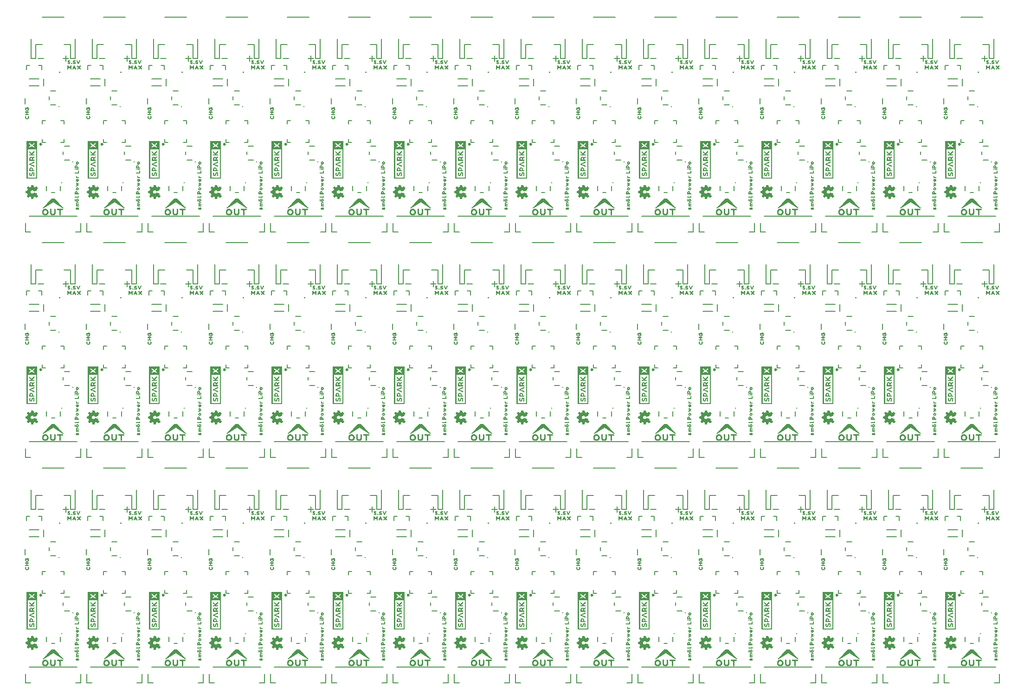
<source format=gto>
G04 EAGLE Gerber RS-274X export*
G75*
%MOMM*%
%FSLAX34Y34*%
%LPD*%
%INSilkscreen Top*%
%IPPOS*%
%AMOC8*
5,1,8,0,0,1.08239X$1,22.5*%
G01*
%ADD10C,0.203200*%
%ADD11C,0.152400*%
%ADD12C,0.254000*%
%ADD13C,0.177800*%
%ADD14C,0.250000*%

G36*
X24110Y175307D02*
X24110Y175307D01*
X24102Y175302D01*
X24096Y175309D01*
X5114Y175309D01*
X5066Y175273D01*
X5072Y175266D01*
X5064Y175260D01*
X5064Y106680D01*
X5100Y106633D01*
X5108Y106638D01*
X5114Y106631D01*
X24096Y106631D01*
X24144Y106667D01*
X24138Y106674D01*
X24146Y106680D01*
X24146Y175260D01*
X24110Y175307D01*
G37*
G36*
X1700544Y518147D02*
X1700544Y518147D01*
X1700538Y518154D01*
X1700546Y518160D01*
X1700546Y586740D01*
X1700510Y586787D01*
X1700502Y586782D01*
X1700496Y586789D01*
X1681514Y586789D01*
X1681466Y586753D01*
X1681472Y586746D01*
X1681464Y586740D01*
X1681464Y518160D01*
X1681500Y518113D01*
X1681508Y518118D01*
X1681514Y518111D01*
X1700496Y518111D01*
X1700544Y518147D01*
G37*
G36*
X135904Y518147D02*
X135904Y518147D01*
X135898Y518154D01*
X135906Y518160D01*
X135906Y586740D01*
X135870Y586787D01*
X135862Y586782D01*
X135856Y586789D01*
X116874Y586789D01*
X116826Y586753D01*
X116832Y586746D01*
X116824Y586740D01*
X116824Y518160D01*
X116860Y518113D01*
X116868Y518118D01*
X116874Y518111D01*
X135856Y518111D01*
X135904Y518147D01*
G37*
G36*
X1253504Y518147D02*
X1253504Y518147D01*
X1253498Y518154D01*
X1253506Y518160D01*
X1253506Y586740D01*
X1253470Y586787D01*
X1253462Y586782D01*
X1253456Y586789D01*
X1234474Y586789D01*
X1234426Y586753D01*
X1234432Y586746D01*
X1234424Y586740D01*
X1234424Y518160D01*
X1234460Y518113D01*
X1234468Y518118D01*
X1234474Y518111D01*
X1253456Y518111D01*
X1253504Y518147D01*
G37*
G36*
X1365264Y518147D02*
X1365264Y518147D01*
X1365258Y518154D01*
X1365266Y518160D01*
X1365266Y586740D01*
X1365230Y586787D01*
X1365222Y586782D01*
X1365216Y586789D01*
X1346234Y586789D01*
X1346186Y586753D01*
X1346192Y586746D01*
X1346184Y586740D01*
X1346184Y518160D01*
X1346220Y518113D01*
X1346228Y518118D01*
X1346234Y518111D01*
X1365216Y518111D01*
X1365264Y518147D01*
G37*
G36*
X582944Y518147D02*
X582944Y518147D01*
X582938Y518154D01*
X582946Y518160D01*
X582946Y586740D01*
X582910Y586787D01*
X582902Y586782D01*
X582896Y586789D01*
X563914Y586789D01*
X563866Y586753D01*
X563872Y586746D01*
X563864Y586740D01*
X563864Y518160D01*
X563900Y518113D01*
X563908Y518118D01*
X563914Y518111D01*
X582896Y518111D01*
X582944Y518147D01*
G37*
G36*
X359424Y518147D02*
X359424Y518147D01*
X359418Y518154D01*
X359426Y518160D01*
X359426Y586740D01*
X359390Y586787D01*
X359382Y586782D01*
X359376Y586789D01*
X340394Y586789D01*
X340346Y586753D01*
X340352Y586746D01*
X340344Y586740D01*
X340344Y518160D01*
X340380Y518113D01*
X340388Y518118D01*
X340394Y518111D01*
X359376Y518111D01*
X359424Y518147D01*
G37*
G36*
X918224Y518147D02*
X918224Y518147D01*
X918218Y518154D01*
X918226Y518160D01*
X918226Y586740D01*
X918190Y586787D01*
X918182Y586782D01*
X918176Y586789D01*
X899194Y586789D01*
X899146Y586753D01*
X899152Y586746D01*
X899144Y586740D01*
X899144Y518160D01*
X899180Y518113D01*
X899188Y518118D01*
X899194Y518111D01*
X918176Y518111D01*
X918224Y518147D01*
G37*
G36*
X247664Y518147D02*
X247664Y518147D01*
X247658Y518154D01*
X247666Y518160D01*
X247666Y586740D01*
X247630Y586787D01*
X247622Y586782D01*
X247616Y586789D01*
X228634Y586789D01*
X228586Y586753D01*
X228592Y586746D01*
X228584Y586740D01*
X228584Y518160D01*
X228620Y518113D01*
X228628Y518118D01*
X228634Y518111D01*
X247616Y518111D01*
X247664Y518147D01*
G37*
G36*
X694704Y518147D02*
X694704Y518147D01*
X694698Y518154D01*
X694706Y518160D01*
X694706Y586740D01*
X694670Y586787D01*
X694662Y586782D01*
X694656Y586789D01*
X675674Y586789D01*
X675626Y586753D01*
X675632Y586746D01*
X675624Y586740D01*
X675624Y518160D01*
X675660Y518113D01*
X675668Y518118D01*
X675674Y518111D01*
X694656Y518111D01*
X694704Y518147D01*
G37*
G36*
X1588784Y518147D02*
X1588784Y518147D01*
X1588778Y518154D01*
X1588786Y518160D01*
X1588786Y586740D01*
X1588750Y586787D01*
X1588742Y586782D01*
X1588736Y586789D01*
X1569754Y586789D01*
X1569706Y586753D01*
X1569712Y586746D01*
X1569704Y586740D01*
X1569704Y518160D01*
X1569740Y518113D01*
X1569748Y518118D01*
X1569754Y518111D01*
X1588736Y518111D01*
X1588784Y518147D01*
G37*
G36*
X1029984Y518147D02*
X1029984Y518147D01*
X1029978Y518154D01*
X1029986Y518160D01*
X1029986Y586740D01*
X1029950Y586787D01*
X1029942Y586782D01*
X1029936Y586789D01*
X1010954Y586789D01*
X1010906Y586753D01*
X1010912Y586746D01*
X1010904Y586740D01*
X1010904Y518160D01*
X1010940Y518113D01*
X1010948Y518118D01*
X1010954Y518111D01*
X1029936Y518111D01*
X1029984Y518147D01*
G37*
G36*
X24144Y518147D02*
X24144Y518147D01*
X24138Y518154D01*
X24146Y518160D01*
X24146Y586740D01*
X24110Y586787D01*
X24102Y586782D01*
X24096Y586789D01*
X5114Y586789D01*
X5066Y586753D01*
X5072Y586746D01*
X5064Y586740D01*
X5064Y518160D01*
X5100Y518113D01*
X5108Y518118D01*
X5114Y518111D01*
X24096Y518111D01*
X24144Y518147D01*
G37*
G36*
X1141744Y518147D02*
X1141744Y518147D01*
X1141738Y518154D01*
X1141746Y518160D01*
X1141746Y586740D01*
X1141710Y586787D01*
X1141702Y586782D01*
X1141696Y586789D01*
X1122714Y586789D01*
X1122666Y586753D01*
X1122672Y586746D01*
X1122664Y586740D01*
X1122664Y518160D01*
X1122700Y518113D01*
X1122708Y518118D01*
X1122714Y518111D01*
X1141696Y518111D01*
X1141744Y518147D01*
G37*
G36*
X806464Y518147D02*
X806464Y518147D01*
X806458Y518154D01*
X806466Y518160D01*
X806466Y586740D01*
X806430Y586787D01*
X806422Y586782D01*
X806416Y586789D01*
X787434Y586789D01*
X787386Y586753D01*
X787392Y586746D01*
X787384Y586740D01*
X787384Y518160D01*
X787420Y518113D01*
X787428Y518118D01*
X787434Y518111D01*
X806416Y518111D01*
X806464Y518147D01*
G37*
G36*
X471184Y518147D02*
X471184Y518147D01*
X471178Y518154D01*
X471186Y518160D01*
X471186Y586740D01*
X471150Y586787D01*
X471142Y586782D01*
X471136Y586789D01*
X452154Y586789D01*
X452106Y586753D01*
X452112Y586746D01*
X452104Y586740D01*
X452104Y518160D01*
X452140Y518113D01*
X452148Y518118D01*
X452154Y518111D01*
X471136Y518111D01*
X471184Y518147D01*
G37*
G36*
X1477024Y518147D02*
X1477024Y518147D01*
X1477018Y518154D01*
X1477026Y518160D01*
X1477026Y586740D01*
X1476990Y586787D01*
X1476982Y586782D01*
X1476976Y586789D01*
X1457994Y586789D01*
X1457946Y586753D01*
X1457952Y586746D01*
X1457944Y586740D01*
X1457944Y518160D01*
X1457980Y518113D01*
X1457988Y518118D01*
X1457994Y518111D01*
X1476976Y518111D01*
X1477024Y518147D01*
G37*
G36*
X359424Y106667D02*
X359424Y106667D01*
X359418Y106674D01*
X359426Y106680D01*
X359426Y175260D01*
X359390Y175307D01*
X359382Y175302D01*
X359376Y175309D01*
X340394Y175309D01*
X340346Y175273D01*
X340352Y175266D01*
X340344Y175260D01*
X340344Y106680D01*
X340380Y106633D01*
X340388Y106638D01*
X340394Y106631D01*
X359376Y106631D01*
X359424Y106667D01*
G37*
G36*
X1700544Y106667D02*
X1700544Y106667D01*
X1700538Y106674D01*
X1700546Y106680D01*
X1700546Y175260D01*
X1700510Y175307D01*
X1700502Y175302D01*
X1700496Y175309D01*
X1681514Y175309D01*
X1681466Y175273D01*
X1681472Y175266D01*
X1681464Y175260D01*
X1681464Y106680D01*
X1681500Y106633D01*
X1681508Y106638D01*
X1681514Y106631D01*
X1700496Y106631D01*
X1700544Y106667D01*
G37*
G36*
X1477024Y106667D02*
X1477024Y106667D01*
X1477018Y106674D01*
X1477026Y106680D01*
X1477026Y175260D01*
X1476990Y175307D01*
X1476982Y175302D01*
X1476976Y175309D01*
X1457994Y175309D01*
X1457946Y175273D01*
X1457952Y175266D01*
X1457944Y175260D01*
X1457944Y106680D01*
X1457980Y106633D01*
X1457988Y106638D01*
X1457994Y106631D01*
X1476976Y106631D01*
X1477024Y106667D01*
G37*
G36*
X1588784Y106667D02*
X1588784Y106667D01*
X1588778Y106674D01*
X1588786Y106680D01*
X1588786Y175260D01*
X1588750Y175307D01*
X1588742Y175302D01*
X1588736Y175309D01*
X1569754Y175309D01*
X1569706Y175273D01*
X1569712Y175266D01*
X1569704Y175260D01*
X1569704Y106680D01*
X1569740Y106633D01*
X1569748Y106638D01*
X1569754Y106631D01*
X1588736Y106631D01*
X1588784Y106667D01*
G37*
G36*
X247664Y106667D02*
X247664Y106667D01*
X247658Y106674D01*
X247666Y106680D01*
X247666Y175260D01*
X247630Y175307D01*
X247622Y175302D01*
X247616Y175309D01*
X228634Y175309D01*
X228586Y175273D01*
X228592Y175266D01*
X228584Y175260D01*
X228584Y106680D01*
X228620Y106633D01*
X228628Y106638D01*
X228634Y106631D01*
X247616Y106631D01*
X247664Y106667D01*
G37*
G36*
X1253504Y106667D02*
X1253504Y106667D01*
X1253498Y106674D01*
X1253506Y106680D01*
X1253506Y175260D01*
X1253470Y175307D01*
X1253462Y175302D01*
X1253456Y175309D01*
X1234474Y175309D01*
X1234426Y175273D01*
X1234432Y175266D01*
X1234424Y175260D01*
X1234424Y106680D01*
X1234460Y106633D01*
X1234468Y106638D01*
X1234474Y106631D01*
X1253456Y106631D01*
X1253504Y106667D01*
G37*
G36*
X471184Y929627D02*
X471184Y929627D01*
X471178Y929634D01*
X471186Y929640D01*
X471186Y998220D01*
X471150Y998267D01*
X471142Y998262D01*
X471136Y998269D01*
X452154Y998269D01*
X452106Y998233D01*
X452112Y998226D01*
X452104Y998220D01*
X452104Y929640D01*
X452140Y929593D01*
X452148Y929598D01*
X452154Y929591D01*
X471136Y929591D01*
X471184Y929627D01*
G37*
G36*
X135904Y106667D02*
X135904Y106667D01*
X135898Y106674D01*
X135906Y106680D01*
X135906Y175260D01*
X135870Y175307D01*
X135862Y175302D01*
X135856Y175309D01*
X116874Y175309D01*
X116826Y175273D01*
X116832Y175266D01*
X116824Y175260D01*
X116824Y106680D01*
X116860Y106633D01*
X116868Y106638D01*
X116874Y106631D01*
X135856Y106631D01*
X135904Y106667D01*
G37*
G36*
X582944Y106667D02*
X582944Y106667D01*
X582938Y106674D01*
X582946Y106680D01*
X582946Y175260D01*
X582910Y175307D01*
X582902Y175302D01*
X582896Y175309D01*
X563914Y175309D01*
X563866Y175273D01*
X563872Y175266D01*
X563864Y175260D01*
X563864Y106680D01*
X563900Y106633D01*
X563908Y106638D01*
X563914Y106631D01*
X582896Y106631D01*
X582944Y106667D01*
G37*
G36*
X918224Y106667D02*
X918224Y106667D01*
X918218Y106674D01*
X918226Y106680D01*
X918226Y175260D01*
X918190Y175307D01*
X918182Y175302D01*
X918176Y175309D01*
X899194Y175309D01*
X899146Y175273D01*
X899152Y175266D01*
X899144Y175260D01*
X899144Y106680D01*
X899180Y106633D01*
X899188Y106638D01*
X899194Y106631D01*
X918176Y106631D01*
X918224Y106667D01*
G37*
G36*
X806464Y106667D02*
X806464Y106667D01*
X806458Y106674D01*
X806466Y106680D01*
X806466Y175260D01*
X806430Y175307D01*
X806422Y175302D01*
X806416Y175309D01*
X787434Y175309D01*
X787386Y175273D01*
X787392Y175266D01*
X787384Y175260D01*
X787384Y106680D01*
X787420Y106633D01*
X787428Y106638D01*
X787434Y106631D01*
X806416Y106631D01*
X806464Y106667D01*
G37*
G36*
X694704Y106667D02*
X694704Y106667D01*
X694698Y106674D01*
X694706Y106680D01*
X694706Y175260D01*
X694670Y175307D01*
X694662Y175302D01*
X694656Y175309D01*
X675674Y175309D01*
X675626Y175273D01*
X675632Y175266D01*
X675624Y175260D01*
X675624Y106680D01*
X675660Y106633D01*
X675668Y106638D01*
X675674Y106631D01*
X694656Y106631D01*
X694704Y106667D01*
G37*
G36*
X1365264Y106667D02*
X1365264Y106667D01*
X1365258Y106674D01*
X1365266Y106680D01*
X1365266Y175260D01*
X1365230Y175307D01*
X1365222Y175302D01*
X1365216Y175309D01*
X1346234Y175309D01*
X1346186Y175273D01*
X1346192Y175266D01*
X1346184Y175260D01*
X1346184Y106680D01*
X1346220Y106633D01*
X1346228Y106638D01*
X1346234Y106631D01*
X1365216Y106631D01*
X1365264Y106667D01*
G37*
G36*
X1029984Y929627D02*
X1029984Y929627D01*
X1029978Y929634D01*
X1029986Y929640D01*
X1029986Y998220D01*
X1029950Y998267D01*
X1029942Y998262D01*
X1029936Y998269D01*
X1010954Y998269D01*
X1010906Y998233D01*
X1010912Y998226D01*
X1010904Y998220D01*
X1010904Y929640D01*
X1010940Y929593D01*
X1010948Y929598D01*
X1010954Y929591D01*
X1029936Y929591D01*
X1029984Y929627D01*
G37*
G36*
X24144Y929627D02*
X24144Y929627D01*
X24138Y929634D01*
X24146Y929640D01*
X24146Y998220D01*
X24110Y998267D01*
X24102Y998262D01*
X24096Y998269D01*
X5114Y998269D01*
X5066Y998233D01*
X5072Y998226D01*
X5064Y998220D01*
X5064Y929640D01*
X5100Y929593D01*
X5108Y929598D01*
X5114Y929591D01*
X24096Y929591D01*
X24144Y929627D01*
G37*
G36*
X582944Y929627D02*
X582944Y929627D01*
X582938Y929634D01*
X582946Y929640D01*
X582946Y998220D01*
X582910Y998267D01*
X582902Y998262D01*
X582896Y998269D01*
X563914Y998269D01*
X563866Y998233D01*
X563872Y998226D01*
X563864Y998220D01*
X563864Y929640D01*
X563900Y929593D01*
X563908Y929598D01*
X563914Y929591D01*
X582896Y929591D01*
X582944Y929627D01*
G37*
G36*
X806464Y929627D02*
X806464Y929627D01*
X806458Y929634D01*
X806466Y929640D01*
X806466Y998220D01*
X806430Y998267D01*
X806422Y998262D01*
X806416Y998269D01*
X787434Y998269D01*
X787386Y998233D01*
X787392Y998226D01*
X787384Y998220D01*
X787384Y929640D01*
X787420Y929593D01*
X787428Y929598D01*
X787434Y929591D01*
X806416Y929591D01*
X806464Y929627D01*
G37*
G36*
X359424Y929627D02*
X359424Y929627D01*
X359418Y929634D01*
X359426Y929640D01*
X359426Y998220D01*
X359390Y998267D01*
X359382Y998262D01*
X359376Y998269D01*
X340394Y998269D01*
X340346Y998233D01*
X340352Y998226D01*
X340344Y998220D01*
X340344Y929640D01*
X340380Y929593D01*
X340388Y929598D01*
X340394Y929591D01*
X359376Y929591D01*
X359424Y929627D01*
G37*
G36*
X694704Y929627D02*
X694704Y929627D01*
X694698Y929634D01*
X694706Y929640D01*
X694706Y998220D01*
X694670Y998267D01*
X694662Y998262D01*
X694656Y998269D01*
X675674Y998269D01*
X675626Y998233D01*
X675632Y998226D01*
X675624Y998220D01*
X675624Y929640D01*
X675660Y929593D01*
X675668Y929598D01*
X675674Y929591D01*
X694656Y929591D01*
X694704Y929627D01*
G37*
G36*
X1029984Y106667D02*
X1029984Y106667D01*
X1029978Y106674D01*
X1029986Y106680D01*
X1029986Y175260D01*
X1029950Y175307D01*
X1029942Y175302D01*
X1029936Y175309D01*
X1010954Y175309D01*
X1010906Y175273D01*
X1010912Y175266D01*
X1010904Y175260D01*
X1010904Y106680D01*
X1010940Y106633D01*
X1010948Y106638D01*
X1010954Y106631D01*
X1029936Y106631D01*
X1029984Y106667D01*
G37*
G36*
X1141744Y929627D02*
X1141744Y929627D01*
X1141738Y929634D01*
X1141746Y929640D01*
X1141746Y998220D01*
X1141710Y998267D01*
X1141702Y998262D01*
X1141696Y998269D01*
X1122714Y998269D01*
X1122666Y998233D01*
X1122672Y998226D01*
X1122664Y998220D01*
X1122664Y929640D01*
X1122700Y929593D01*
X1122708Y929598D01*
X1122714Y929591D01*
X1141696Y929591D01*
X1141744Y929627D01*
G37*
G36*
X1365264Y929627D02*
X1365264Y929627D01*
X1365258Y929634D01*
X1365266Y929640D01*
X1365266Y998220D01*
X1365230Y998267D01*
X1365222Y998262D01*
X1365216Y998269D01*
X1346234Y998269D01*
X1346186Y998233D01*
X1346192Y998226D01*
X1346184Y998220D01*
X1346184Y929640D01*
X1346220Y929593D01*
X1346228Y929598D01*
X1346234Y929591D01*
X1365216Y929591D01*
X1365264Y929627D01*
G37*
G36*
X135904Y929627D02*
X135904Y929627D01*
X135898Y929634D01*
X135906Y929640D01*
X135906Y998220D01*
X135870Y998267D01*
X135862Y998262D01*
X135856Y998269D01*
X116874Y998269D01*
X116826Y998233D01*
X116832Y998226D01*
X116824Y998220D01*
X116824Y929640D01*
X116860Y929593D01*
X116868Y929598D01*
X116874Y929591D01*
X135856Y929591D01*
X135904Y929627D01*
G37*
G36*
X918224Y929627D02*
X918224Y929627D01*
X918218Y929634D01*
X918226Y929640D01*
X918226Y998220D01*
X918190Y998267D01*
X918182Y998262D01*
X918176Y998269D01*
X899194Y998269D01*
X899146Y998233D01*
X899152Y998226D01*
X899144Y998220D01*
X899144Y929640D01*
X899180Y929593D01*
X899188Y929598D01*
X899194Y929591D01*
X918176Y929591D01*
X918224Y929627D01*
G37*
G36*
X1588784Y929627D02*
X1588784Y929627D01*
X1588778Y929634D01*
X1588786Y929640D01*
X1588786Y998220D01*
X1588750Y998267D01*
X1588742Y998262D01*
X1588736Y998269D01*
X1569754Y998269D01*
X1569706Y998233D01*
X1569712Y998226D01*
X1569704Y998220D01*
X1569704Y929640D01*
X1569740Y929593D01*
X1569748Y929598D01*
X1569754Y929591D01*
X1588736Y929591D01*
X1588784Y929627D01*
G37*
G36*
X1253504Y929627D02*
X1253504Y929627D01*
X1253498Y929634D01*
X1253506Y929640D01*
X1253506Y998220D01*
X1253470Y998267D01*
X1253462Y998262D01*
X1253456Y998269D01*
X1234474Y998269D01*
X1234426Y998233D01*
X1234432Y998226D01*
X1234424Y998220D01*
X1234424Y929640D01*
X1234460Y929593D01*
X1234468Y929598D01*
X1234474Y929591D01*
X1253456Y929591D01*
X1253504Y929627D01*
G37*
G36*
X1477024Y929627D02*
X1477024Y929627D01*
X1477018Y929634D01*
X1477026Y929640D01*
X1477026Y998220D01*
X1476990Y998267D01*
X1476982Y998262D01*
X1476976Y998269D01*
X1457994Y998269D01*
X1457946Y998233D01*
X1457952Y998226D01*
X1457944Y998220D01*
X1457944Y929640D01*
X1457980Y929593D01*
X1457988Y929598D01*
X1457994Y929591D01*
X1476976Y929591D01*
X1477024Y929627D01*
G37*
G36*
X247664Y929627D02*
X247664Y929627D01*
X247658Y929634D01*
X247666Y929640D01*
X247666Y998220D01*
X247630Y998267D01*
X247622Y998262D01*
X247616Y998269D01*
X228634Y998269D01*
X228586Y998233D01*
X228592Y998226D01*
X228584Y998220D01*
X228584Y929640D01*
X228620Y929593D01*
X228628Y929598D01*
X228634Y929591D01*
X247616Y929591D01*
X247664Y929627D01*
G37*
G36*
X1700544Y929627D02*
X1700544Y929627D01*
X1700538Y929634D01*
X1700546Y929640D01*
X1700546Y998220D01*
X1700510Y998267D01*
X1700502Y998262D01*
X1700496Y998269D01*
X1681514Y998269D01*
X1681466Y998233D01*
X1681472Y998226D01*
X1681464Y998220D01*
X1681464Y929640D01*
X1681500Y929593D01*
X1681508Y929598D01*
X1681514Y929591D01*
X1700496Y929591D01*
X1700544Y929627D01*
G37*
G36*
X1141744Y106667D02*
X1141744Y106667D01*
X1141738Y106674D01*
X1141746Y106680D01*
X1141746Y175260D01*
X1141710Y175307D01*
X1141702Y175302D01*
X1141696Y175309D01*
X1122714Y175309D01*
X1122666Y175273D01*
X1122672Y175266D01*
X1122664Y175260D01*
X1122664Y106680D01*
X1122700Y106633D01*
X1122708Y106638D01*
X1122714Y106631D01*
X1141696Y106631D01*
X1141744Y106667D01*
G37*
G36*
X471184Y106667D02*
X471184Y106667D01*
X471178Y106674D01*
X471186Y106680D01*
X471186Y175260D01*
X471150Y175307D01*
X471142Y175302D01*
X471136Y175309D01*
X452154Y175309D01*
X452106Y175273D01*
X452112Y175266D01*
X452104Y175260D01*
X452104Y106680D01*
X452140Y106633D01*
X452148Y106638D01*
X452154Y106631D01*
X471136Y106631D01*
X471184Y106667D01*
G37*
%LPC*%
G36*
X1348045Y108492D02*
X1348045Y108492D01*
X1348045Y159890D01*
X1363405Y159890D01*
X1363405Y108492D01*
X1348045Y108492D01*
G37*
%LPD*%
%LPC*%
G36*
X453965Y108492D02*
X453965Y108492D01*
X453965Y159890D01*
X469325Y159890D01*
X469325Y108492D01*
X453965Y108492D01*
G37*
%LPD*%
%LPC*%
G36*
X1459805Y108492D02*
X1459805Y108492D01*
X1459805Y159890D01*
X1475165Y159890D01*
X1475165Y108492D01*
X1459805Y108492D01*
G37*
%LPD*%
%LPC*%
G36*
X1571565Y108492D02*
X1571565Y108492D01*
X1571565Y159890D01*
X1586925Y159890D01*
X1586925Y108492D01*
X1571565Y108492D01*
G37*
%LPD*%
%LPC*%
G36*
X565725Y108492D02*
X565725Y108492D01*
X565725Y159890D01*
X581085Y159890D01*
X581085Y108492D01*
X565725Y108492D01*
G37*
%LPD*%
%LPC*%
G36*
X1236285Y108492D02*
X1236285Y108492D01*
X1236285Y159890D01*
X1251645Y159890D01*
X1251645Y108492D01*
X1236285Y108492D01*
G37*
%LPD*%
%LPC*%
G36*
X1012765Y108492D02*
X1012765Y108492D01*
X1012765Y159890D01*
X1028125Y159890D01*
X1028125Y108492D01*
X1012765Y108492D01*
G37*
%LPD*%
%LPC*%
G36*
X342205Y108492D02*
X342205Y108492D01*
X342205Y159890D01*
X357565Y159890D01*
X357565Y108492D01*
X342205Y108492D01*
G37*
%LPD*%
%LPC*%
G36*
X789245Y108492D02*
X789245Y108492D01*
X789245Y159890D01*
X804605Y159890D01*
X804605Y108492D01*
X789245Y108492D01*
G37*
%LPD*%
%LPC*%
G36*
X230445Y108492D02*
X230445Y108492D01*
X230445Y159890D01*
X245805Y159890D01*
X245805Y108492D01*
X230445Y108492D01*
G37*
%LPD*%
%LPC*%
G36*
X118685Y108492D02*
X118685Y108492D01*
X118685Y159890D01*
X134045Y159890D01*
X134045Y108492D01*
X118685Y108492D01*
G37*
%LPD*%
%LPC*%
G36*
X1124525Y108492D02*
X1124525Y108492D01*
X1124525Y159890D01*
X1139885Y159890D01*
X1139885Y108492D01*
X1124525Y108492D01*
G37*
%LPD*%
%LPC*%
G36*
X565725Y931452D02*
X565725Y931452D01*
X565725Y982850D01*
X581085Y982850D01*
X581085Y931452D01*
X565725Y931452D01*
G37*
%LPD*%
%LPC*%
G36*
X342205Y931452D02*
X342205Y931452D01*
X342205Y982850D01*
X357565Y982850D01*
X357565Y931452D01*
X342205Y931452D01*
G37*
%LPD*%
%LPC*%
G36*
X230445Y931452D02*
X230445Y931452D01*
X230445Y982850D01*
X245805Y982850D01*
X245805Y931452D01*
X230445Y931452D01*
G37*
%LPD*%
%LPC*%
G36*
X901005Y931452D02*
X901005Y931452D01*
X901005Y982850D01*
X916365Y982850D01*
X916365Y931452D01*
X901005Y931452D01*
G37*
%LPD*%
%LPC*%
G36*
X1012765Y931452D02*
X1012765Y931452D01*
X1012765Y982850D01*
X1028125Y982850D01*
X1028125Y931452D01*
X1012765Y931452D01*
G37*
%LPD*%
%LPC*%
G36*
X1571565Y931452D02*
X1571565Y931452D01*
X1571565Y982850D01*
X1586925Y982850D01*
X1586925Y931452D01*
X1571565Y931452D01*
G37*
%LPD*%
%LPC*%
G36*
X1236285Y931452D02*
X1236285Y931452D01*
X1236285Y982850D01*
X1251645Y982850D01*
X1251645Y931452D01*
X1236285Y931452D01*
G37*
%LPD*%
%LPC*%
G36*
X1459805Y931452D02*
X1459805Y931452D01*
X1459805Y982850D01*
X1475165Y982850D01*
X1475165Y931452D01*
X1459805Y931452D01*
G37*
%LPD*%
%LPC*%
G36*
X118685Y931452D02*
X118685Y931452D01*
X118685Y982850D01*
X134045Y982850D01*
X134045Y931452D01*
X118685Y931452D01*
G37*
%LPD*%
%LPC*%
G36*
X1124525Y931452D02*
X1124525Y931452D01*
X1124525Y982850D01*
X1139885Y982850D01*
X1139885Y931452D01*
X1124525Y931452D01*
G37*
%LPD*%
%LPC*%
G36*
X22285Y108492D02*
X22285Y108492D01*
X6925Y108492D01*
X6925Y159890D01*
X22285Y159890D01*
X22285Y108492D01*
G37*
%LPD*%
%LPC*%
G36*
X1683325Y931452D02*
X1683325Y931452D01*
X1683325Y982850D01*
X1698685Y982850D01*
X1698685Y931452D01*
X1683325Y931452D01*
G37*
%LPD*%
%LPC*%
G36*
X565725Y519972D02*
X565725Y519972D01*
X565725Y571370D01*
X581085Y571370D01*
X581085Y519972D01*
X565725Y519972D01*
G37*
%LPD*%
%LPC*%
G36*
X901005Y108492D02*
X901005Y108492D01*
X901005Y159890D01*
X916365Y159890D01*
X916365Y108492D01*
X901005Y108492D01*
G37*
%LPD*%
%LPC*%
G36*
X677485Y108492D02*
X677485Y108492D01*
X677485Y159890D01*
X692845Y159890D01*
X692845Y108492D01*
X677485Y108492D01*
G37*
%LPD*%
%LPC*%
G36*
X1683325Y108492D02*
X1683325Y108492D01*
X1683325Y159890D01*
X1698685Y159890D01*
X1698685Y108492D01*
X1683325Y108492D01*
G37*
%LPD*%
%LPC*%
G36*
X6925Y519972D02*
X6925Y519972D01*
X6925Y571370D01*
X22285Y571370D01*
X22285Y519972D01*
X6925Y519972D01*
G37*
%LPD*%
%LPC*%
G36*
X342205Y519972D02*
X342205Y519972D01*
X342205Y571370D01*
X357565Y571370D01*
X357565Y519972D01*
X342205Y519972D01*
G37*
%LPD*%
%LPC*%
G36*
X677485Y519972D02*
X677485Y519972D01*
X677485Y571370D01*
X692845Y571370D01*
X692845Y519972D01*
X677485Y519972D01*
G37*
%LPD*%
%LPC*%
G36*
X789245Y519972D02*
X789245Y519972D01*
X789245Y571370D01*
X804605Y571370D01*
X804605Y519972D01*
X789245Y519972D01*
G37*
%LPD*%
%LPC*%
G36*
X1348045Y519972D02*
X1348045Y519972D01*
X1348045Y571370D01*
X1363405Y571370D01*
X1363405Y519972D01*
X1348045Y519972D01*
G37*
%LPD*%
%LPC*%
G36*
X1012765Y519972D02*
X1012765Y519972D01*
X1012765Y571370D01*
X1028125Y571370D01*
X1028125Y519972D01*
X1012765Y519972D01*
G37*
%LPD*%
%LPC*%
G36*
X1683325Y519972D02*
X1683325Y519972D01*
X1683325Y571370D01*
X1698685Y571370D01*
X1698685Y519972D01*
X1683325Y519972D01*
G37*
%LPD*%
%LPC*%
G36*
X1236285Y519972D02*
X1236285Y519972D01*
X1236285Y571370D01*
X1251645Y571370D01*
X1251645Y519972D01*
X1236285Y519972D01*
G37*
%LPD*%
%LPC*%
G36*
X1124525Y519972D02*
X1124525Y519972D01*
X1124525Y571370D01*
X1139885Y571370D01*
X1139885Y519972D01*
X1124525Y519972D01*
G37*
%LPD*%
%LPC*%
G36*
X230445Y519972D02*
X230445Y519972D01*
X230445Y571370D01*
X245805Y571370D01*
X245805Y519972D01*
X230445Y519972D01*
G37*
%LPD*%
%LPC*%
G36*
X118685Y519972D02*
X118685Y519972D01*
X118685Y571370D01*
X134045Y571370D01*
X134045Y519972D01*
X118685Y519972D01*
G37*
%LPD*%
%LPC*%
G36*
X453965Y519972D02*
X453965Y519972D01*
X453965Y571370D01*
X469325Y571370D01*
X469325Y519972D01*
X453965Y519972D01*
G37*
%LPD*%
%LPC*%
G36*
X1571565Y519972D02*
X1571565Y519972D01*
X1571565Y571370D01*
X1586925Y571370D01*
X1586925Y519972D01*
X1571565Y519972D01*
G37*
%LPD*%
%LPC*%
G36*
X1459805Y519972D02*
X1459805Y519972D01*
X1459805Y571370D01*
X1475165Y571370D01*
X1475165Y519972D01*
X1459805Y519972D01*
G37*
%LPD*%
%LPC*%
G36*
X453965Y931452D02*
X453965Y931452D01*
X453965Y982850D01*
X469325Y982850D01*
X469325Y931452D01*
X453965Y931452D01*
G37*
%LPD*%
%LPC*%
G36*
X901005Y519972D02*
X901005Y519972D01*
X901005Y571370D01*
X916365Y571370D01*
X916365Y519972D01*
X901005Y519972D01*
G37*
%LPD*%
%LPC*%
G36*
X789245Y931452D02*
X789245Y931452D01*
X789245Y982850D01*
X804605Y982850D01*
X804605Y931452D01*
X789245Y931452D01*
G37*
%LPD*%
%LPC*%
G36*
X6925Y931452D02*
X6925Y931452D01*
X6925Y982850D01*
X22285Y982850D01*
X22285Y931452D01*
X6925Y931452D01*
G37*
%LPD*%
%LPC*%
G36*
X677485Y931452D02*
X677485Y931452D01*
X677485Y982850D01*
X692845Y982850D01*
X692845Y931452D01*
X677485Y931452D01*
G37*
%LPD*%
%LPC*%
G36*
X1348045Y931452D02*
X1348045Y931452D01*
X1348045Y982850D01*
X1363405Y982850D01*
X1363405Y931452D01*
X1348045Y931452D01*
G37*
%LPD*%
G36*
X1469865Y892801D02*
X1469865Y892801D01*
X1469884Y892799D01*
X1469949Y892821D01*
X1470015Y892836D01*
X1470030Y892849D01*
X1470048Y892855D01*
X1470096Y892903D01*
X1470148Y892946D01*
X1470156Y892964D01*
X1470170Y892978D01*
X1470210Y893084D01*
X1470219Y893104D01*
X1470219Y893108D01*
X1470220Y893112D01*
X1470778Y896368D01*
X1470836Y896397D01*
X1470946Y896397D01*
X1471021Y896414D01*
X1471096Y896428D01*
X1471106Y896434D01*
X1471115Y896436D01*
X1471142Y896459D01*
X1471198Y896497D01*
X1471246Y896497D01*
X1471321Y896514D01*
X1471396Y896528D01*
X1471406Y896534D01*
X1471415Y896536D01*
X1471442Y896559D01*
X1471514Y896608D01*
X1471571Y896664D01*
X1471636Y896697D01*
X1471746Y896697D01*
X1471821Y896714D01*
X1471896Y896728D01*
X1471906Y896734D01*
X1471915Y896736D01*
X1471942Y896759D01*
X1471998Y896797D01*
X1472046Y896797D01*
X1472121Y896814D01*
X1472196Y896828D01*
X1472206Y896834D01*
X1472215Y896836D01*
X1472242Y896859D01*
X1472314Y896908D01*
X1472371Y896964D01*
X1472516Y897037D01*
X1472544Y897060D01*
X1472614Y897108D01*
X1472671Y897164D01*
X1472736Y897197D01*
X1472746Y897197D01*
X1472762Y897200D01*
X1472778Y897198D01*
X1472909Y897235D01*
X1472911Y897235D01*
X1475526Y895367D01*
X1475541Y895361D01*
X1475552Y895350D01*
X1475620Y895329D01*
X1475686Y895302D01*
X1475702Y895303D01*
X1475717Y895298D01*
X1475787Y895309D01*
X1475859Y895314D01*
X1475872Y895322D01*
X1475888Y895324D01*
X1476004Y895399D01*
X1476008Y895401D01*
X1476008Y895402D01*
X1478308Y897602D01*
X1478320Y897620D01*
X1478337Y897633D01*
X1478367Y897692D01*
X1478403Y897747D01*
X1478405Y897768D01*
X1478415Y897787D01*
X1478415Y897853D01*
X1478423Y897919D01*
X1478416Y897939D01*
X1478416Y897960D01*
X1478374Y898055D01*
X1478365Y898082D01*
X1478361Y898085D01*
X1478359Y898091D01*
X1476482Y900812D01*
X1476499Y900835D01*
X1476501Y900847D01*
X1476506Y900855D01*
X1476509Y900890D01*
X1476512Y900905D01*
X1476514Y900908D01*
X1476555Y900973D01*
X1476599Y901035D01*
X1476601Y901047D01*
X1476606Y901055D01*
X1476609Y901090D01*
X1476612Y901105D01*
X1476614Y901108D01*
X1476655Y901173D01*
X1476699Y901235D01*
X1476701Y901247D01*
X1476706Y901255D01*
X1476709Y901290D01*
X1476712Y901305D01*
X1476714Y901308D01*
X1476755Y901373D01*
X1476799Y901435D01*
X1476801Y901447D01*
X1476806Y901455D01*
X1476809Y901490D01*
X1476812Y901505D01*
X1476814Y901508D01*
X1476855Y901573D01*
X1476899Y901635D01*
X1476901Y901647D01*
X1476906Y901655D01*
X1476909Y901690D01*
X1476912Y901705D01*
X1476914Y901708D01*
X1476955Y901773D01*
X1476999Y901835D01*
X1477001Y901847D01*
X1477006Y901855D01*
X1477009Y901890D01*
X1477026Y901976D01*
X1477026Y902026D01*
X1477036Y902043D01*
X1477043Y902048D01*
X1477045Y902053D01*
X1477071Y902080D01*
X1477084Y902119D01*
X1477106Y902155D01*
X1477110Y902199D01*
X1477113Y902206D01*
X1477113Y902210D01*
X1477124Y902244D01*
X1477118Y902286D01*
X1477122Y902327D01*
X1477107Y902367D01*
X1477106Y902379D01*
X1477104Y902384D01*
X1477099Y902415D01*
X1477075Y902450D01*
X1477060Y902489D01*
X1477033Y902514D01*
X1477023Y902531D01*
X1477014Y902537D01*
X1477001Y902557D01*
X1476958Y902583D01*
X1476933Y902606D01*
X1476908Y902613D01*
X1476889Y902625D01*
X1476882Y902630D01*
X1476880Y902631D01*
X1476878Y902632D01*
X1471478Y904632D01*
X1471421Y904639D01*
X1471366Y904655D01*
X1471336Y904649D01*
X1471306Y904653D01*
X1471252Y904634D01*
X1471196Y904624D01*
X1471171Y904606D01*
X1471143Y904596D01*
X1471103Y904555D01*
X1471057Y904521D01*
X1471040Y904491D01*
X1471022Y904472D01*
X1471012Y904440D01*
X1470987Y904396D01*
X1470895Y904122D01*
X1470735Y903801D01*
X1470578Y903644D01*
X1470559Y903614D01*
X1470507Y903546D01*
X1470435Y903401D01*
X1470322Y903288D01*
X1470177Y903215D01*
X1470149Y903192D01*
X1470078Y903144D01*
X1469922Y902988D01*
X1469601Y902827D01*
X1469326Y902736D01*
X1469307Y902724D01*
X1469277Y902715D01*
X1468957Y902555D01*
X1468746Y902555D01*
X1468711Y902547D01*
X1468626Y902536D01*
X1468385Y902455D01*
X1467908Y902455D01*
X1466814Y902820D01*
X1466288Y903171D01*
X1466141Y903318D01*
X1465962Y903586D01*
X1465939Y903608D01*
X1465914Y903644D01*
X1465741Y903818D01*
X1465590Y904044D01*
X1465506Y904296D01*
X1465487Y904328D01*
X1465462Y904386D01*
X1465326Y904591D01*
X1465326Y904776D01*
X1465317Y904811D01*
X1465314Y904868D01*
X1465226Y905223D01*
X1465226Y905814D01*
X1465306Y906056D01*
X1465309Y906092D01*
X1465326Y906176D01*
X1465326Y906361D01*
X1465462Y906566D01*
X1465475Y906601D01*
X1465506Y906656D01*
X1465590Y906908D01*
X1465941Y907435D01*
X1466288Y907781D01*
X1466814Y908132D01*
X1467066Y908216D01*
X1467098Y908236D01*
X1467157Y908260D01*
X1467361Y908397D01*
X1467546Y908397D01*
X1467581Y908405D01*
X1467666Y908416D01*
X1467908Y908497D01*
X1468685Y908497D01*
X1468926Y908416D01*
X1468962Y908413D01*
X1469046Y908397D01*
X1469157Y908397D01*
X1469277Y908337D01*
X1469299Y908331D01*
X1469326Y908316D01*
X1469601Y908225D01*
X1469722Y908164D01*
X1469878Y908008D01*
X1469909Y907989D01*
X1469977Y907937D01*
X1470122Y907864D01*
X1470435Y907551D01*
X1470507Y907406D01*
X1470530Y907379D01*
X1470550Y907350D01*
X1470558Y907334D01*
X1470562Y907332D01*
X1470578Y907308D01*
X1470735Y907151D01*
X1471007Y906606D01*
X1471027Y906583D01*
X1471039Y906554D01*
X1471082Y906517D01*
X1471118Y906473D01*
X1471146Y906461D01*
X1471169Y906441D01*
X1471224Y906426D01*
X1471276Y906403D01*
X1471307Y906405D01*
X1471337Y906397D01*
X1471411Y906409D01*
X1471449Y906411D01*
X1471461Y906418D01*
X1471478Y906420D01*
X1476878Y908420D01*
X1476895Y908432D01*
X1476915Y908436D01*
X1476966Y908479D01*
X1477022Y908516D01*
X1477033Y908534D01*
X1477048Y908546D01*
X1477075Y908608D01*
X1477109Y908666D01*
X1477110Y908686D01*
X1477119Y908704D01*
X1477116Y908771D01*
X1477120Y908838D01*
X1477113Y908857D01*
X1477112Y908877D01*
X1477080Y908936D01*
X1477054Y908998D01*
X1477039Y909011D01*
X1477029Y909029D01*
X1477010Y909042D01*
X1477008Y909050D01*
X1476995Y909126D01*
X1476988Y909135D01*
X1476986Y909144D01*
X1476963Y909172D01*
X1476914Y909244D01*
X1476908Y909251D01*
X1476895Y909326D01*
X1476888Y909335D01*
X1476886Y909344D01*
X1476863Y909372D01*
X1476814Y909444D01*
X1476808Y909451D01*
X1476795Y909526D01*
X1476788Y909535D01*
X1476786Y909544D01*
X1476763Y909572D01*
X1476726Y909628D01*
X1476726Y909676D01*
X1476708Y909750D01*
X1476695Y909826D01*
X1476688Y909835D01*
X1476686Y909844D01*
X1476663Y909872D01*
X1476614Y909944D01*
X1476613Y909946D01*
X1476612Y909964D01*
X1476603Y909981D01*
X1476595Y910026D01*
X1476588Y910035D01*
X1476586Y910044D01*
X1476563Y910072D01*
X1476514Y910144D01*
X1476497Y910162D01*
X1478359Y912861D01*
X1478365Y912877D01*
X1478376Y912889D01*
X1478396Y912957D01*
X1478422Y913022D01*
X1478420Y913039D01*
X1478425Y913055D01*
X1478413Y913124D01*
X1478407Y913194D01*
X1478398Y913209D01*
X1478395Y913226D01*
X1478323Y913332D01*
X1478317Y913342D01*
X1478315Y913343D01*
X1478314Y913344D01*
X1476014Y915644D01*
X1475994Y915657D01*
X1475978Y915676D01*
X1475921Y915702D01*
X1475867Y915735D01*
X1475843Y915738D01*
X1475820Y915748D01*
X1475758Y915746D01*
X1475695Y915752D01*
X1475672Y915743D01*
X1475647Y915742D01*
X1475565Y915702D01*
X1475534Y915690D01*
X1475528Y915684D01*
X1475519Y915679D01*
X1472925Y913734D01*
X1472914Y913744D01*
X1472884Y913763D01*
X1472816Y913815D01*
X1472616Y913915D01*
X1472600Y913919D01*
X1472587Y913928D01*
X1472453Y913954D01*
X1472448Y913955D01*
X1472447Y913955D01*
X1472446Y913955D01*
X1472436Y913955D01*
X1472371Y913988D01*
X1472314Y914044D01*
X1472284Y914063D01*
X1472216Y914115D01*
X1472016Y914215D01*
X1472000Y914219D01*
X1471987Y914228D01*
X1471853Y914254D01*
X1471848Y914255D01*
X1471847Y914255D01*
X1471846Y914255D01*
X1471836Y914255D01*
X1471516Y914415D01*
X1471500Y914419D01*
X1471487Y914428D01*
X1471353Y914454D01*
X1471348Y914455D01*
X1471347Y914455D01*
X1471346Y914455D01*
X1471336Y914455D01*
X1471216Y914515D01*
X1471200Y914519D01*
X1471187Y914528D01*
X1471053Y914554D01*
X1471048Y914555D01*
X1471047Y914555D01*
X1471046Y914555D01*
X1471036Y914555D01*
X1470916Y914615D01*
X1470900Y914619D01*
X1470887Y914628D01*
X1470785Y914648D01*
X1470220Y917940D01*
X1470213Y917958D01*
X1470212Y917977D01*
X1470179Y918037D01*
X1470153Y918099D01*
X1470138Y918112D01*
X1470129Y918129D01*
X1470073Y918168D01*
X1470022Y918212D01*
X1470003Y918217D01*
X1469987Y918228D01*
X1469876Y918250D01*
X1469854Y918255D01*
X1469850Y918254D01*
X1469846Y918255D01*
X1466646Y918255D01*
X1466627Y918251D01*
X1466606Y918253D01*
X1466543Y918231D01*
X1466478Y918216D01*
X1466462Y918203D01*
X1466443Y918196D01*
X1466396Y918148D01*
X1466344Y918106D01*
X1466336Y918087D01*
X1466322Y918073D01*
X1466284Y917971D01*
X1466274Y917948D01*
X1466274Y917943D01*
X1466272Y917938D01*
X1465725Y914655D01*
X1465646Y914655D01*
X1465572Y914638D01*
X1465497Y914624D01*
X1465487Y914618D01*
X1465478Y914616D01*
X1465450Y914593D01*
X1465395Y914555D01*
X1465346Y914555D01*
X1465272Y914538D01*
X1465197Y914524D01*
X1465187Y914518D01*
X1465178Y914516D01*
X1465150Y914493D01*
X1465078Y914444D01*
X1465022Y914388D01*
X1464957Y914355D01*
X1464846Y914355D01*
X1464772Y914338D01*
X1464697Y914324D01*
X1464687Y914318D01*
X1464678Y914316D01*
X1464650Y914293D01*
X1464595Y914255D01*
X1464546Y914255D01*
X1464472Y914238D01*
X1464397Y914224D01*
X1464387Y914218D01*
X1464378Y914216D01*
X1464350Y914193D01*
X1464278Y914144D01*
X1464222Y914088D01*
X1464077Y914015D01*
X1464049Y913992D01*
X1463995Y913955D01*
X1463946Y913955D01*
X1463872Y913938D01*
X1463797Y913924D01*
X1463787Y913918D01*
X1463778Y913916D01*
X1463750Y913893D01*
X1463678Y913844D01*
X1463622Y913788D01*
X1463542Y913748D01*
X1460869Y915683D01*
X1460845Y915693D01*
X1460826Y915710D01*
X1460766Y915726D01*
X1460709Y915750D01*
X1460684Y915748D01*
X1460659Y915755D01*
X1460598Y915743D01*
X1460536Y915739D01*
X1460514Y915726D01*
X1460489Y915721D01*
X1460417Y915670D01*
X1460387Y915652D01*
X1460382Y915645D01*
X1460372Y915638D01*
X1458172Y913338D01*
X1458166Y913327D01*
X1458155Y913319D01*
X1458122Y913253D01*
X1458084Y913189D01*
X1458083Y913176D01*
X1458078Y913165D01*
X1458077Y913091D01*
X1458072Y913017D01*
X1458077Y913005D01*
X1458077Y912992D01*
X1458134Y912861D01*
X1459978Y910187D01*
X1459907Y910046D01*
X1459903Y910030D01*
X1459894Y910017D01*
X1459882Y909952D01*
X1459874Y909935D01*
X1459875Y909915D01*
X1459868Y909883D01*
X1459867Y909877D01*
X1459867Y909876D01*
X1459867Y909866D01*
X1459835Y909801D01*
X1459778Y909744D01*
X1459766Y909725D01*
X1459752Y909713D01*
X1459743Y909692D01*
X1459707Y909646D01*
X1459607Y909446D01*
X1459603Y909430D01*
X1459594Y909417D01*
X1459568Y909283D01*
X1459567Y909277D01*
X1459567Y909276D01*
X1459567Y909266D01*
X1459535Y909201D01*
X1459478Y909144D01*
X1459438Y909079D01*
X1459394Y909017D01*
X1459392Y909005D01*
X1459387Y908997D01*
X1459384Y908962D01*
X1459367Y908876D01*
X1459367Y908766D01*
X1459307Y908646D01*
X1459303Y908630D01*
X1459294Y908617D01*
X1459268Y908483D01*
X1459267Y908477D01*
X1459267Y908476D01*
X1459267Y908466D01*
X1459207Y908346D01*
X1459203Y908330D01*
X1459194Y908317D01*
X1459168Y908183D01*
X1459167Y908177D01*
X1459167Y908176D01*
X1459167Y908166D01*
X1459107Y908046D01*
X1459103Y908030D01*
X1459094Y908017D01*
X1459091Y908000D01*
X1455882Y907450D01*
X1455864Y907442D01*
X1455845Y907441D01*
X1455786Y907409D01*
X1455723Y907382D01*
X1455710Y907368D01*
X1455693Y907358D01*
X1455654Y907303D01*
X1455610Y907251D01*
X1455605Y907232D01*
X1455594Y907217D01*
X1455573Y907106D01*
X1455567Y907084D01*
X1455568Y907080D01*
X1455567Y907076D01*
X1455567Y903876D01*
X1455571Y903857D01*
X1455569Y903838D01*
X1455591Y903774D01*
X1455607Y903708D01*
X1455619Y903693D01*
X1455625Y903674D01*
X1455673Y903627D01*
X1455717Y903574D01*
X1455734Y903566D01*
X1455748Y903553D01*
X1455854Y903513D01*
X1455875Y903504D01*
X1455878Y903504D01*
X1455882Y903502D01*
X1459138Y902944D01*
X1459167Y902886D01*
X1459167Y902776D01*
X1459185Y902702D01*
X1459198Y902626D01*
X1459204Y902617D01*
X1459207Y902608D01*
X1459229Y902580D01*
X1459267Y902524D01*
X1459267Y902476D01*
X1459271Y902460D01*
X1459268Y902444D01*
X1459305Y902313D01*
X1459307Y902308D01*
X1459307Y902307D01*
X1459307Y902306D01*
X1459367Y902186D01*
X1459367Y902176D01*
X1459371Y902160D01*
X1459368Y902144D01*
X1459405Y902013D01*
X1459407Y902008D01*
X1459407Y902007D01*
X1459407Y902006D01*
X1459507Y901806D01*
X1459530Y901779D01*
X1459567Y901724D01*
X1459567Y901676D01*
X1459585Y901602D01*
X1459598Y901526D01*
X1459604Y901517D01*
X1459607Y901508D01*
X1459629Y901480D01*
X1459678Y901408D01*
X1459735Y901351D01*
X1459807Y901206D01*
X1459830Y901179D01*
X1459867Y901124D01*
X1459867Y901076D01*
X1459885Y901002D01*
X1459898Y900926D01*
X1459904Y900917D01*
X1459907Y900908D01*
X1459929Y900880D01*
X1459978Y900808D01*
X1459996Y900790D01*
X1458134Y898091D01*
X1458128Y898075D01*
X1458116Y898063D01*
X1458097Y897996D01*
X1458071Y897930D01*
X1458072Y897913D01*
X1458068Y897897D01*
X1458080Y897828D01*
X1458086Y897758D01*
X1458095Y897743D01*
X1458098Y897726D01*
X1458170Y897620D01*
X1458176Y897610D01*
X1458177Y897609D01*
X1458178Y897608D01*
X1460378Y895408D01*
X1460393Y895399D01*
X1460403Y895385D01*
X1460466Y895354D01*
X1460525Y895317D01*
X1460542Y895315D01*
X1460558Y895307D01*
X1460628Y895307D01*
X1460697Y895300D01*
X1460713Y895306D01*
X1460731Y895306D01*
X1460848Y895358D01*
X1460859Y895362D01*
X1460860Y895363D01*
X1460862Y895364D01*
X1463545Y897215D01*
X1463560Y897213D01*
X1463646Y897197D01*
X1463696Y897197D01*
X1463709Y897189D01*
X1463777Y897137D01*
X1463922Y897064D01*
X1463978Y897008D01*
X1464043Y896968D01*
X1464106Y896924D01*
X1464117Y896922D01*
X1464125Y896917D01*
X1464160Y896913D01*
X1464246Y896897D01*
X1464296Y896897D01*
X1464309Y896889D01*
X1464377Y896837D01*
X1464577Y896737D01*
X1464592Y896733D01*
X1464606Y896724D01*
X1464740Y896698D01*
X1464745Y896697D01*
X1464746Y896697D01*
X1464757Y896697D01*
X1465077Y896537D01*
X1465092Y896533D01*
X1465106Y896524D01*
X1465240Y896498D01*
X1465245Y896497D01*
X1465246Y896497D01*
X1465257Y896497D01*
X1465377Y896437D01*
X1465392Y896433D01*
X1465406Y896424D01*
X1465540Y896398D01*
X1465545Y896397D01*
X1465546Y896397D01*
X1465557Y896397D01*
X1465677Y896337D01*
X1465692Y896333D01*
X1465706Y896324D01*
X1465722Y896321D01*
X1466273Y893112D01*
X1466280Y893094D01*
X1466281Y893075D01*
X1466313Y893015D01*
X1466340Y892953D01*
X1466355Y892940D01*
X1466364Y892923D01*
X1466419Y892884D01*
X1466471Y892840D01*
X1466490Y892835D01*
X1466506Y892824D01*
X1466617Y892802D01*
X1466639Y892797D01*
X1466642Y892798D01*
X1466646Y892797D01*
X1469846Y892797D01*
X1469865Y892801D01*
G37*
G36*
X352265Y481321D02*
X352265Y481321D01*
X352284Y481319D01*
X352349Y481341D01*
X352415Y481356D01*
X352430Y481369D01*
X352448Y481375D01*
X352496Y481423D01*
X352548Y481466D01*
X352556Y481484D01*
X352570Y481498D01*
X352610Y481604D01*
X352619Y481624D01*
X352619Y481628D01*
X352620Y481632D01*
X353178Y484888D01*
X353236Y484917D01*
X353346Y484917D01*
X353421Y484934D01*
X353496Y484948D01*
X353506Y484954D01*
X353515Y484956D01*
X353542Y484979D01*
X353598Y485017D01*
X353646Y485017D01*
X353721Y485034D01*
X353796Y485048D01*
X353806Y485054D01*
X353815Y485056D01*
X353842Y485079D01*
X353914Y485128D01*
X353971Y485184D01*
X354036Y485217D01*
X354146Y485217D01*
X354221Y485234D01*
X354296Y485248D01*
X354306Y485254D01*
X354315Y485256D01*
X354342Y485279D01*
X354398Y485317D01*
X354446Y485317D01*
X354521Y485334D01*
X354596Y485348D01*
X354606Y485354D01*
X354615Y485356D01*
X354642Y485379D01*
X354714Y485428D01*
X354771Y485484D01*
X354916Y485557D01*
X354944Y485580D01*
X355014Y485628D01*
X355071Y485684D01*
X355136Y485717D01*
X355146Y485717D01*
X355162Y485720D01*
X355178Y485718D01*
X355309Y485755D01*
X355311Y485755D01*
X357926Y483887D01*
X357941Y483881D01*
X357952Y483870D01*
X358020Y483849D01*
X358086Y483822D01*
X358102Y483823D01*
X358117Y483818D01*
X358187Y483829D01*
X358259Y483834D01*
X358272Y483842D01*
X358288Y483844D01*
X358404Y483919D01*
X358408Y483921D01*
X358408Y483922D01*
X360708Y486122D01*
X360720Y486140D01*
X360737Y486153D01*
X360767Y486212D01*
X360803Y486267D01*
X360805Y486288D01*
X360815Y486307D01*
X360815Y486373D01*
X360823Y486439D01*
X360816Y486459D01*
X360816Y486480D01*
X360774Y486575D01*
X360765Y486602D01*
X360761Y486605D01*
X360759Y486611D01*
X358882Y489332D01*
X358899Y489355D01*
X358901Y489367D01*
X358906Y489375D01*
X358909Y489410D01*
X358912Y489425D01*
X358914Y489428D01*
X358955Y489493D01*
X358999Y489555D01*
X359001Y489567D01*
X359006Y489575D01*
X359009Y489610D01*
X359012Y489625D01*
X359014Y489628D01*
X359055Y489693D01*
X359099Y489755D01*
X359101Y489767D01*
X359106Y489775D01*
X359109Y489810D01*
X359112Y489825D01*
X359114Y489828D01*
X359155Y489893D01*
X359199Y489955D01*
X359201Y489967D01*
X359206Y489975D01*
X359209Y490010D01*
X359212Y490025D01*
X359214Y490028D01*
X359255Y490093D01*
X359299Y490155D01*
X359301Y490167D01*
X359306Y490175D01*
X359309Y490210D01*
X359312Y490225D01*
X359314Y490228D01*
X359355Y490293D01*
X359399Y490355D01*
X359401Y490367D01*
X359406Y490375D01*
X359409Y490410D01*
X359426Y490496D01*
X359426Y490546D01*
X359436Y490563D01*
X359443Y490568D01*
X359445Y490573D01*
X359471Y490600D01*
X359484Y490639D01*
X359506Y490675D01*
X359510Y490719D01*
X359513Y490726D01*
X359513Y490730D01*
X359524Y490764D01*
X359518Y490806D01*
X359522Y490847D01*
X359507Y490887D01*
X359506Y490899D01*
X359504Y490904D01*
X359499Y490935D01*
X359475Y490970D01*
X359460Y491009D01*
X359433Y491034D01*
X359423Y491051D01*
X359414Y491057D01*
X359401Y491077D01*
X359358Y491103D01*
X359333Y491126D01*
X359308Y491133D01*
X359289Y491145D01*
X359282Y491150D01*
X359280Y491151D01*
X359278Y491152D01*
X353878Y493152D01*
X353821Y493159D01*
X353766Y493175D01*
X353736Y493169D01*
X353706Y493173D01*
X353652Y493154D01*
X353596Y493144D01*
X353571Y493126D01*
X353543Y493116D01*
X353503Y493075D01*
X353457Y493041D01*
X353440Y493011D01*
X353422Y492992D01*
X353412Y492960D01*
X353387Y492916D01*
X353295Y492642D01*
X353135Y492321D01*
X352978Y492164D01*
X352959Y492134D01*
X352907Y492066D01*
X352835Y491921D01*
X352722Y491808D01*
X352577Y491735D01*
X352549Y491712D01*
X352478Y491664D01*
X352322Y491508D01*
X352001Y491347D01*
X351726Y491256D01*
X351707Y491244D01*
X351677Y491235D01*
X351357Y491075D01*
X351146Y491075D01*
X351111Y491067D01*
X351026Y491056D01*
X350785Y490975D01*
X350308Y490975D01*
X349214Y491340D01*
X348688Y491691D01*
X348541Y491838D01*
X348362Y492106D01*
X348339Y492128D01*
X348314Y492164D01*
X348141Y492338D01*
X347990Y492564D01*
X347906Y492816D01*
X347887Y492848D01*
X347862Y492906D01*
X347726Y493111D01*
X347726Y493296D01*
X347717Y493331D01*
X347714Y493388D01*
X347626Y493743D01*
X347626Y494334D01*
X347706Y494576D01*
X347709Y494612D01*
X347726Y494696D01*
X347726Y494881D01*
X347862Y495086D01*
X347875Y495121D01*
X347906Y495176D01*
X347990Y495428D01*
X348341Y495955D01*
X348688Y496301D01*
X349214Y496652D01*
X349466Y496736D01*
X349498Y496756D01*
X349557Y496780D01*
X349761Y496917D01*
X349946Y496917D01*
X349981Y496925D01*
X350066Y496936D01*
X350308Y497017D01*
X351085Y497017D01*
X351326Y496936D01*
X351362Y496933D01*
X351446Y496917D01*
X351557Y496917D01*
X351677Y496857D01*
X351699Y496851D01*
X351726Y496836D01*
X352001Y496745D01*
X352122Y496684D01*
X352278Y496528D01*
X352309Y496509D01*
X352377Y496457D01*
X352522Y496384D01*
X352835Y496071D01*
X352907Y495926D01*
X352930Y495899D01*
X352950Y495870D01*
X352958Y495854D01*
X352962Y495852D01*
X352978Y495828D01*
X353135Y495671D01*
X353407Y495126D01*
X353427Y495103D01*
X353439Y495074D01*
X353482Y495037D01*
X353518Y494993D01*
X353546Y494981D01*
X353569Y494961D01*
X353624Y494946D01*
X353676Y494923D01*
X353707Y494925D01*
X353737Y494917D01*
X353811Y494929D01*
X353849Y494931D01*
X353861Y494938D01*
X353878Y494940D01*
X359278Y496940D01*
X359295Y496952D01*
X359315Y496956D01*
X359366Y496999D01*
X359422Y497036D01*
X359433Y497054D01*
X359448Y497066D01*
X359475Y497128D01*
X359509Y497186D01*
X359510Y497206D01*
X359519Y497224D01*
X359516Y497291D01*
X359520Y497358D01*
X359513Y497377D01*
X359512Y497397D01*
X359480Y497456D01*
X359454Y497518D01*
X359439Y497531D01*
X359429Y497549D01*
X359410Y497562D01*
X359408Y497570D01*
X359395Y497646D01*
X359388Y497655D01*
X359386Y497664D01*
X359363Y497692D01*
X359314Y497764D01*
X359308Y497771D01*
X359295Y497846D01*
X359288Y497855D01*
X359286Y497864D01*
X359263Y497892D01*
X359214Y497964D01*
X359208Y497971D01*
X359195Y498046D01*
X359188Y498055D01*
X359186Y498064D01*
X359163Y498092D01*
X359126Y498148D01*
X359126Y498196D01*
X359108Y498270D01*
X359095Y498346D01*
X359088Y498355D01*
X359086Y498364D01*
X359063Y498392D01*
X359014Y498464D01*
X359013Y498466D01*
X359012Y498484D01*
X359003Y498501D01*
X358995Y498546D01*
X358988Y498555D01*
X358986Y498564D01*
X358963Y498592D01*
X358914Y498664D01*
X358897Y498682D01*
X360759Y501381D01*
X360765Y501397D01*
X360776Y501409D01*
X360796Y501477D01*
X360822Y501542D01*
X360820Y501559D01*
X360825Y501575D01*
X360813Y501644D01*
X360807Y501714D01*
X360798Y501729D01*
X360795Y501746D01*
X360723Y501852D01*
X360717Y501862D01*
X360715Y501863D01*
X360714Y501864D01*
X358414Y504164D01*
X358394Y504177D01*
X358378Y504196D01*
X358321Y504222D01*
X358267Y504255D01*
X358243Y504258D01*
X358220Y504268D01*
X358158Y504266D01*
X358095Y504272D01*
X358072Y504263D01*
X358047Y504262D01*
X357965Y504222D01*
X357934Y504210D01*
X357928Y504204D01*
X357919Y504199D01*
X355325Y502254D01*
X355314Y502264D01*
X355284Y502283D01*
X355216Y502335D01*
X355016Y502435D01*
X355000Y502439D01*
X354987Y502448D01*
X354853Y502474D01*
X354848Y502475D01*
X354847Y502475D01*
X354846Y502475D01*
X354836Y502475D01*
X354771Y502508D01*
X354714Y502564D01*
X354684Y502583D01*
X354616Y502635D01*
X354416Y502735D01*
X354400Y502739D01*
X354387Y502748D01*
X354253Y502774D01*
X354248Y502775D01*
X354247Y502775D01*
X354246Y502775D01*
X354236Y502775D01*
X353916Y502935D01*
X353900Y502939D01*
X353887Y502948D01*
X353753Y502974D01*
X353748Y502975D01*
X353747Y502975D01*
X353746Y502975D01*
X353736Y502975D01*
X353616Y503035D01*
X353600Y503039D01*
X353587Y503048D01*
X353453Y503074D01*
X353448Y503075D01*
X353447Y503075D01*
X353446Y503075D01*
X353436Y503075D01*
X353316Y503135D01*
X353300Y503139D01*
X353287Y503148D01*
X353185Y503168D01*
X352620Y506460D01*
X352613Y506478D01*
X352612Y506497D01*
X352579Y506557D01*
X352553Y506619D01*
X352538Y506632D01*
X352529Y506649D01*
X352473Y506688D01*
X352422Y506732D01*
X352403Y506737D01*
X352387Y506748D01*
X352276Y506770D01*
X352254Y506775D01*
X352250Y506774D01*
X352246Y506775D01*
X349046Y506775D01*
X349027Y506771D01*
X349006Y506773D01*
X348943Y506751D01*
X348878Y506736D01*
X348862Y506723D01*
X348843Y506716D01*
X348796Y506668D01*
X348744Y506626D01*
X348736Y506607D01*
X348722Y506593D01*
X348684Y506491D01*
X348674Y506468D01*
X348674Y506463D01*
X348672Y506458D01*
X348125Y503175D01*
X348046Y503175D01*
X347972Y503158D01*
X347897Y503144D01*
X347887Y503138D01*
X347878Y503136D01*
X347850Y503113D01*
X347795Y503075D01*
X347746Y503075D01*
X347672Y503058D01*
X347597Y503044D01*
X347587Y503038D01*
X347578Y503036D01*
X347550Y503013D01*
X347478Y502964D01*
X347422Y502908D01*
X347357Y502875D01*
X347246Y502875D01*
X347172Y502858D01*
X347097Y502844D01*
X347087Y502838D01*
X347078Y502836D01*
X347050Y502813D01*
X346995Y502775D01*
X346946Y502775D01*
X346872Y502758D01*
X346797Y502744D01*
X346787Y502738D01*
X346778Y502736D01*
X346750Y502713D01*
X346678Y502664D01*
X346622Y502608D01*
X346477Y502535D01*
X346449Y502512D01*
X346395Y502475D01*
X346346Y502475D01*
X346272Y502458D01*
X346197Y502444D01*
X346187Y502438D01*
X346178Y502436D01*
X346150Y502413D01*
X346078Y502364D01*
X346022Y502308D01*
X345942Y502268D01*
X343269Y504203D01*
X343245Y504213D01*
X343226Y504230D01*
X343166Y504246D01*
X343109Y504270D01*
X343084Y504268D01*
X343059Y504275D01*
X342998Y504263D01*
X342936Y504259D01*
X342914Y504246D01*
X342889Y504241D01*
X342817Y504190D01*
X342787Y504172D01*
X342782Y504165D01*
X342772Y504158D01*
X340572Y501858D01*
X340566Y501847D01*
X340555Y501839D01*
X340522Y501773D01*
X340484Y501709D01*
X340483Y501696D01*
X340478Y501685D01*
X340477Y501611D01*
X340472Y501537D01*
X340477Y501525D01*
X340477Y501512D01*
X340534Y501381D01*
X342378Y498707D01*
X342307Y498566D01*
X342303Y498550D01*
X342294Y498537D01*
X342282Y498472D01*
X342274Y498455D01*
X342275Y498435D01*
X342268Y498403D01*
X342267Y498397D01*
X342267Y498396D01*
X342267Y498386D01*
X342235Y498321D01*
X342178Y498264D01*
X342166Y498245D01*
X342152Y498233D01*
X342143Y498212D01*
X342107Y498166D01*
X342007Y497966D01*
X342003Y497950D01*
X341994Y497937D01*
X341968Y497803D01*
X341967Y497797D01*
X341967Y497796D01*
X341967Y497786D01*
X341935Y497721D01*
X341878Y497664D01*
X341838Y497599D01*
X341794Y497537D01*
X341792Y497525D01*
X341787Y497517D01*
X341784Y497482D01*
X341767Y497396D01*
X341767Y497286D01*
X341707Y497166D01*
X341703Y497150D01*
X341694Y497137D01*
X341668Y497003D01*
X341667Y496997D01*
X341667Y496996D01*
X341667Y496986D01*
X341607Y496866D01*
X341603Y496850D01*
X341594Y496837D01*
X341568Y496703D01*
X341567Y496697D01*
X341567Y496696D01*
X341567Y496686D01*
X341507Y496566D01*
X341503Y496550D01*
X341494Y496537D01*
X341491Y496520D01*
X338282Y495970D01*
X338264Y495962D01*
X338245Y495961D01*
X338186Y495929D01*
X338123Y495902D01*
X338110Y495888D01*
X338093Y495878D01*
X338054Y495823D01*
X338010Y495771D01*
X338005Y495752D01*
X337994Y495737D01*
X337973Y495626D01*
X337967Y495604D01*
X337968Y495600D01*
X337967Y495596D01*
X337967Y492396D01*
X337971Y492377D01*
X337969Y492358D01*
X337991Y492294D01*
X338007Y492228D01*
X338019Y492213D01*
X338025Y492194D01*
X338073Y492147D01*
X338117Y492094D01*
X338134Y492086D01*
X338148Y492073D01*
X338254Y492033D01*
X338275Y492024D01*
X338278Y492024D01*
X338282Y492022D01*
X341538Y491464D01*
X341567Y491406D01*
X341567Y491296D01*
X341585Y491222D01*
X341598Y491146D01*
X341604Y491137D01*
X341607Y491128D01*
X341629Y491100D01*
X341667Y491044D01*
X341667Y490996D01*
X341671Y490980D01*
X341668Y490964D01*
X341705Y490833D01*
X341707Y490828D01*
X341707Y490827D01*
X341707Y490826D01*
X341767Y490706D01*
X341767Y490696D01*
X341771Y490680D01*
X341768Y490664D01*
X341805Y490533D01*
X341807Y490528D01*
X341807Y490527D01*
X341807Y490526D01*
X341907Y490326D01*
X341930Y490299D01*
X341967Y490244D01*
X341967Y490196D01*
X341985Y490122D01*
X341998Y490046D01*
X342004Y490037D01*
X342007Y490028D01*
X342029Y490000D01*
X342078Y489928D01*
X342135Y489871D01*
X342207Y489726D01*
X342230Y489699D01*
X342267Y489644D01*
X342267Y489596D01*
X342285Y489522D01*
X342298Y489446D01*
X342304Y489437D01*
X342307Y489428D01*
X342329Y489400D01*
X342378Y489328D01*
X342396Y489310D01*
X340534Y486611D01*
X340528Y486595D01*
X340516Y486583D01*
X340497Y486516D01*
X340471Y486450D01*
X340472Y486433D01*
X340468Y486417D01*
X340480Y486348D01*
X340486Y486278D01*
X340495Y486263D01*
X340498Y486246D01*
X340570Y486140D01*
X340576Y486130D01*
X340577Y486129D01*
X340578Y486128D01*
X342778Y483928D01*
X342793Y483919D01*
X342803Y483905D01*
X342866Y483874D01*
X342925Y483837D01*
X342942Y483835D01*
X342958Y483827D01*
X343028Y483827D01*
X343097Y483820D01*
X343113Y483826D01*
X343131Y483826D01*
X343248Y483878D01*
X343259Y483882D01*
X343260Y483883D01*
X343262Y483884D01*
X345945Y485735D01*
X345960Y485733D01*
X346046Y485717D01*
X346096Y485717D01*
X346109Y485709D01*
X346177Y485657D01*
X346322Y485584D01*
X346378Y485528D01*
X346443Y485488D01*
X346506Y485444D01*
X346517Y485442D01*
X346525Y485437D01*
X346560Y485433D01*
X346646Y485417D01*
X346696Y485417D01*
X346709Y485409D01*
X346777Y485357D01*
X346977Y485257D01*
X346992Y485253D01*
X347006Y485244D01*
X347140Y485218D01*
X347145Y485217D01*
X347146Y485217D01*
X347157Y485217D01*
X347477Y485057D01*
X347492Y485053D01*
X347506Y485044D01*
X347640Y485018D01*
X347645Y485017D01*
X347646Y485017D01*
X347657Y485017D01*
X347777Y484957D01*
X347792Y484953D01*
X347806Y484944D01*
X347940Y484918D01*
X347945Y484917D01*
X347946Y484917D01*
X347957Y484917D01*
X348077Y484857D01*
X348092Y484853D01*
X348106Y484844D01*
X348122Y484841D01*
X348673Y481632D01*
X348680Y481614D01*
X348681Y481595D01*
X348713Y481535D01*
X348740Y481473D01*
X348755Y481460D01*
X348764Y481443D01*
X348819Y481404D01*
X348871Y481360D01*
X348890Y481355D01*
X348906Y481344D01*
X349017Y481322D01*
X349039Y481317D01*
X349042Y481318D01*
X349046Y481317D01*
X352246Y481317D01*
X352265Y481321D01*
G37*
G36*
X799305Y481321D02*
X799305Y481321D01*
X799324Y481319D01*
X799389Y481341D01*
X799455Y481356D01*
X799470Y481369D01*
X799488Y481375D01*
X799536Y481423D01*
X799588Y481466D01*
X799596Y481484D01*
X799610Y481498D01*
X799650Y481604D01*
X799659Y481624D01*
X799659Y481628D01*
X799660Y481632D01*
X800218Y484888D01*
X800276Y484917D01*
X800386Y484917D01*
X800461Y484934D01*
X800536Y484948D01*
X800546Y484954D01*
X800555Y484956D01*
X800582Y484979D01*
X800638Y485017D01*
X800686Y485017D01*
X800761Y485034D01*
X800836Y485048D01*
X800846Y485054D01*
X800855Y485056D01*
X800882Y485079D01*
X800954Y485128D01*
X801011Y485184D01*
X801076Y485217D01*
X801186Y485217D01*
X801261Y485234D01*
X801336Y485248D01*
X801346Y485254D01*
X801355Y485256D01*
X801382Y485279D01*
X801438Y485317D01*
X801486Y485317D01*
X801561Y485334D01*
X801636Y485348D01*
X801646Y485354D01*
X801655Y485356D01*
X801682Y485379D01*
X801754Y485428D01*
X801811Y485484D01*
X801956Y485557D01*
X801984Y485580D01*
X802054Y485628D01*
X802111Y485684D01*
X802176Y485717D01*
X802186Y485717D01*
X802202Y485720D01*
X802218Y485718D01*
X802349Y485755D01*
X802351Y485755D01*
X804966Y483887D01*
X804981Y483881D01*
X804992Y483870D01*
X805060Y483849D01*
X805126Y483822D01*
X805142Y483823D01*
X805157Y483818D01*
X805227Y483829D01*
X805299Y483834D01*
X805312Y483842D01*
X805328Y483844D01*
X805444Y483919D01*
X805448Y483921D01*
X805448Y483922D01*
X807748Y486122D01*
X807760Y486140D01*
X807777Y486153D01*
X807807Y486212D01*
X807843Y486267D01*
X807845Y486288D01*
X807855Y486307D01*
X807855Y486373D01*
X807863Y486439D01*
X807856Y486459D01*
X807856Y486480D01*
X807814Y486575D01*
X807805Y486602D01*
X807801Y486605D01*
X807799Y486611D01*
X805922Y489332D01*
X805939Y489355D01*
X805941Y489367D01*
X805946Y489375D01*
X805949Y489410D01*
X805952Y489425D01*
X805954Y489428D01*
X805995Y489493D01*
X806039Y489555D01*
X806041Y489567D01*
X806046Y489575D01*
X806049Y489610D01*
X806052Y489625D01*
X806054Y489628D01*
X806095Y489693D01*
X806139Y489755D01*
X806141Y489767D01*
X806146Y489775D01*
X806149Y489810D01*
X806152Y489825D01*
X806154Y489828D01*
X806195Y489893D01*
X806239Y489955D01*
X806241Y489967D01*
X806246Y489975D01*
X806249Y490010D01*
X806252Y490025D01*
X806254Y490028D01*
X806295Y490093D01*
X806339Y490155D01*
X806341Y490167D01*
X806346Y490175D01*
X806349Y490210D01*
X806352Y490225D01*
X806354Y490228D01*
X806395Y490293D01*
X806439Y490355D01*
X806441Y490367D01*
X806446Y490375D01*
X806449Y490410D01*
X806466Y490496D01*
X806466Y490546D01*
X806476Y490563D01*
X806483Y490568D01*
X806485Y490573D01*
X806511Y490600D01*
X806524Y490639D01*
X806546Y490675D01*
X806550Y490719D01*
X806553Y490726D01*
X806553Y490730D01*
X806564Y490764D01*
X806558Y490806D01*
X806562Y490847D01*
X806547Y490887D01*
X806546Y490899D01*
X806544Y490904D01*
X806539Y490935D01*
X806515Y490970D01*
X806500Y491009D01*
X806473Y491034D01*
X806463Y491051D01*
X806454Y491057D01*
X806441Y491077D01*
X806398Y491103D01*
X806373Y491126D01*
X806348Y491133D01*
X806329Y491145D01*
X806322Y491150D01*
X806320Y491151D01*
X806318Y491152D01*
X800918Y493152D01*
X800861Y493159D01*
X800806Y493175D01*
X800776Y493169D01*
X800746Y493173D01*
X800692Y493154D01*
X800636Y493144D01*
X800611Y493126D01*
X800583Y493116D01*
X800543Y493075D01*
X800497Y493041D01*
X800480Y493011D01*
X800462Y492992D01*
X800452Y492960D01*
X800427Y492916D01*
X800335Y492642D01*
X800175Y492321D01*
X800018Y492164D01*
X799999Y492134D01*
X799947Y492066D01*
X799875Y491921D01*
X799762Y491808D01*
X799617Y491735D01*
X799589Y491712D01*
X799518Y491664D01*
X799362Y491508D01*
X799041Y491347D01*
X798766Y491256D01*
X798747Y491244D01*
X798717Y491235D01*
X798397Y491075D01*
X798186Y491075D01*
X798151Y491067D01*
X798066Y491056D01*
X797825Y490975D01*
X797348Y490975D01*
X796254Y491340D01*
X795728Y491691D01*
X795581Y491838D01*
X795402Y492106D01*
X795379Y492128D01*
X795354Y492164D01*
X795181Y492338D01*
X795030Y492564D01*
X794946Y492816D01*
X794927Y492848D01*
X794902Y492906D01*
X794766Y493111D01*
X794766Y493296D01*
X794757Y493331D01*
X794754Y493388D01*
X794666Y493743D01*
X794666Y494334D01*
X794746Y494576D01*
X794749Y494612D01*
X794766Y494696D01*
X794766Y494881D01*
X794902Y495086D01*
X794915Y495121D01*
X794946Y495176D01*
X795030Y495428D01*
X795381Y495955D01*
X795728Y496301D01*
X796254Y496652D01*
X796506Y496736D01*
X796538Y496756D01*
X796597Y496780D01*
X796801Y496917D01*
X796986Y496917D01*
X797021Y496925D01*
X797106Y496936D01*
X797348Y497017D01*
X798125Y497017D01*
X798366Y496936D01*
X798402Y496933D01*
X798486Y496917D01*
X798597Y496917D01*
X798717Y496857D01*
X798739Y496851D01*
X798766Y496836D01*
X799041Y496745D01*
X799162Y496684D01*
X799318Y496528D01*
X799349Y496509D01*
X799417Y496457D01*
X799562Y496384D01*
X799875Y496071D01*
X799947Y495926D01*
X799970Y495899D01*
X799990Y495870D01*
X799998Y495854D01*
X800002Y495852D01*
X800018Y495828D01*
X800175Y495671D01*
X800447Y495126D01*
X800467Y495103D01*
X800479Y495074D01*
X800522Y495037D01*
X800558Y494993D01*
X800586Y494981D01*
X800609Y494961D01*
X800664Y494946D01*
X800716Y494923D01*
X800747Y494925D01*
X800777Y494917D01*
X800851Y494929D01*
X800889Y494931D01*
X800901Y494938D01*
X800918Y494940D01*
X806318Y496940D01*
X806335Y496952D01*
X806355Y496956D01*
X806406Y496999D01*
X806462Y497036D01*
X806473Y497054D01*
X806488Y497066D01*
X806515Y497128D01*
X806549Y497186D01*
X806550Y497206D01*
X806559Y497224D01*
X806556Y497291D01*
X806560Y497358D01*
X806553Y497377D01*
X806552Y497397D01*
X806520Y497456D01*
X806494Y497518D01*
X806479Y497531D01*
X806469Y497549D01*
X806450Y497562D01*
X806448Y497570D01*
X806435Y497646D01*
X806428Y497655D01*
X806426Y497664D01*
X806403Y497692D01*
X806354Y497764D01*
X806348Y497771D01*
X806335Y497846D01*
X806328Y497855D01*
X806326Y497864D01*
X806303Y497892D01*
X806254Y497964D01*
X806248Y497971D01*
X806235Y498046D01*
X806228Y498055D01*
X806226Y498064D01*
X806203Y498092D01*
X806166Y498148D01*
X806166Y498196D01*
X806148Y498270D01*
X806135Y498346D01*
X806128Y498355D01*
X806126Y498364D01*
X806103Y498392D01*
X806054Y498464D01*
X806053Y498466D01*
X806052Y498484D01*
X806043Y498501D01*
X806035Y498546D01*
X806028Y498555D01*
X806026Y498564D01*
X806003Y498592D01*
X805954Y498664D01*
X805937Y498682D01*
X807799Y501381D01*
X807805Y501397D01*
X807816Y501409D01*
X807836Y501477D01*
X807862Y501542D01*
X807860Y501559D01*
X807865Y501575D01*
X807853Y501644D01*
X807847Y501714D01*
X807838Y501729D01*
X807835Y501746D01*
X807763Y501852D01*
X807757Y501862D01*
X807755Y501863D01*
X807754Y501864D01*
X805454Y504164D01*
X805434Y504177D01*
X805418Y504196D01*
X805361Y504222D01*
X805307Y504255D01*
X805283Y504258D01*
X805260Y504268D01*
X805198Y504266D01*
X805135Y504272D01*
X805112Y504263D01*
X805087Y504262D01*
X805005Y504222D01*
X804974Y504210D01*
X804968Y504204D01*
X804959Y504199D01*
X802365Y502254D01*
X802354Y502264D01*
X802324Y502283D01*
X802256Y502335D01*
X802056Y502435D01*
X802040Y502439D01*
X802027Y502448D01*
X801893Y502474D01*
X801888Y502475D01*
X801887Y502475D01*
X801886Y502475D01*
X801876Y502475D01*
X801811Y502508D01*
X801754Y502564D01*
X801724Y502583D01*
X801656Y502635D01*
X801456Y502735D01*
X801440Y502739D01*
X801427Y502748D01*
X801293Y502774D01*
X801288Y502775D01*
X801287Y502775D01*
X801286Y502775D01*
X801276Y502775D01*
X800956Y502935D01*
X800940Y502939D01*
X800927Y502948D01*
X800793Y502974D01*
X800788Y502975D01*
X800787Y502975D01*
X800786Y502975D01*
X800776Y502975D01*
X800656Y503035D01*
X800640Y503039D01*
X800627Y503048D01*
X800493Y503074D01*
X800488Y503075D01*
X800487Y503075D01*
X800486Y503075D01*
X800476Y503075D01*
X800356Y503135D01*
X800340Y503139D01*
X800327Y503148D01*
X800225Y503168D01*
X799660Y506460D01*
X799653Y506478D01*
X799652Y506497D01*
X799619Y506557D01*
X799593Y506619D01*
X799578Y506632D01*
X799569Y506649D01*
X799513Y506688D01*
X799462Y506732D01*
X799443Y506737D01*
X799427Y506748D01*
X799316Y506770D01*
X799294Y506775D01*
X799290Y506774D01*
X799286Y506775D01*
X796086Y506775D01*
X796067Y506771D01*
X796046Y506773D01*
X795983Y506751D01*
X795918Y506736D01*
X795902Y506723D01*
X795883Y506716D01*
X795836Y506668D01*
X795784Y506626D01*
X795776Y506607D01*
X795762Y506593D01*
X795724Y506491D01*
X795714Y506468D01*
X795714Y506463D01*
X795712Y506458D01*
X795165Y503175D01*
X795086Y503175D01*
X795012Y503158D01*
X794937Y503144D01*
X794927Y503138D01*
X794918Y503136D01*
X794890Y503113D01*
X794835Y503075D01*
X794786Y503075D01*
X794712Y503058D01*
X794637Y503044D01*
X794627Y503038D01*
X794618Y503036D01*
X794590Y503013D01*
X794518Y502964D01*
X794462Y502908D01*
X794397Y502875D01*
X794286Y502875D01*
X794212Y502858D01*
X794137Y502844D01*
X794127Y502838D01*
X794118Y502836D01*
X794090Y502813D01*
X794035Y502775D01*
X793986Y502775D01*
X793912Y502758D01*
X793837Y502744D01*
X793827Y502738D01*
X793818Y502736D01*
X793790Y502713D01*
X793718Y502664D01*
X793662Y502608D01*
X793517Y502535D01*
X793489Y502512D01*
X793435Y502475D01*
X793386Y502475D01*
X793312Y502458D01*
X793237Y502444D01*
X793227Y502438D01*
X793218Y502436D01*
X793190Y502413D01*
X793118Y502364D01*
X793062Y502308D01*
X792982Y502268D01*
X790309Y504203D01*
X790285Y504213D01*
X790266Y504230D01*
X790206Y504246D01*
X790149Y504270D01*
X790124Y504268D01*
X790099Y504275D01*
X790038Y504263D01*
X789976Y504259D01*
X789954Y504246D01*
X789929Y504241D01*
X789857Y504190D01*
X789827Y504172D01*
X789822Y504165D01*
X789812Y504158D01*
X787612Y501858D01*
X787606Y501847D01*
X787595Y501839D01*
X787562Y501773D01*
X787524Y501709D01*
X787523Y501696D01*
X787518Y501685D01*
X787517Y501611D01*
X787512Y501537D01*
X787517Y501525D01*
X787517Y501512D01*
X787574Y501381D01*
X789418Y498707D01*
X789347Y498566D01*
X789343Y498550D01*
X789334Y498537D01*
X789322Y498472D01*
X789314Y498455D01*
X789315Y498435D01*
X789308Y498403D01*
X789307Y498397D01*
X789307Y498396D01*
X789307Y498386D01*
X789275Y498321D01*
X789218Y498264D01*
X789206Y498245D01*
X789192Y498233D01*
X789183Y498212D01*
X789147Y498166D01*
X789047Y497966D01*
X789043Y497950D01*
X789034Y497937D01*
X789008Y497803D01*
X789007Y497797D01*
X789007Y497796D01*
X789007Y497786D01*
X788975Y497721D01*
X788918Y497664D01*
X788878Y497599D01*
X788834Y497537D01*
X788832Y497525D01*
X788827Y497517D01*
X788824Y497482D01*
X788807Y497396D01*
X788807Y497286D01*
X788747Y497166D01*
X788743Y497150D01*
X788734Y497137D01*
X788708Y497003D01*
X788707Y496997D01*
X788707Y496996D01*
X788707Y496986D01*
X788647Y496866D01*
X788643Y496850D01*
X788634Y496837D01*
X788608Y496703D01*
X788607Y496697D01*
X788607Y496696D01*
X788607Y496686D01*
X788547Y496566D01*
X788543Y496550D01*
X788534Y496537D01*
X788531Y496520D01*
X785322Y495970D01*
X785304Y495962D01*
X785285Y495961D01*
X785226Y495929D01*
X785163Y495902D01*
X785150Y495888D01*
X785133Y495878D01*
X785094Y495823D01*
X785050Y495771D01*
X785045Y495752D01*
X785034Y495737D01*
X785013Y495626D01*
X785007Y495604D01*
X785008Y495600D01*
X785007Y495596D01*
X785007Y492396D01*
X785011Y492377D01*
X785009Y492358D01*
X785031Y492294D01*
X785047Y492228D01*
X785059Y492213D01*
X785065Y492194D01*
X785113Y492147D01*
X785157Y492094D01*
X785174Y492086D01*
X785188Y492073D01*
X785294Y492033D01*
X785315Y492024D01*
X785318Y492024D01*
X785322Y492022D01*
X788578Y491464D01*
X788607Y491406D01*
X788607Y491296D01*
X788625Y491222D01*
X788638Y491146D01*
X788644Y491137D01*
X788647Y491128D01*
X788669Y491100D01*
X788707Y491044D01*
X788707Y490996D01*
X788711Y490980D01*
X788708Y490964D01*
X788745Y490833D01*
X788747Y490828D01*
X788747Y490827D01*
X788747Y490826D01*
X788807Y490706D01*
X788807Y490696D01*
X788811Y490680D01*
X788808Y490664D01*
X788845Y490533D01*
X788847Y490528D01*
X788847Y490527D01*
X788847Y490526D01*
X788947Y490326D01*
X788970Y490299D01*
X789007Y490244D01*
X789007Y490196D01*
X789025Y490122D01*
X789038Y490046D01*
X789044Y490037D01*
X789047Y490028D01*
X789069Y490000D01*
X789118Y489928D01*
X789175Y489871D01*
X789247Y489726D01*
X789270Y489699D01*
X789307Y489644D01*
X789307Y489596D01*
X789325Y489522D01*
X789338Y489446D01*
X789344Y489437D01*
X789347Y489428D01*
X789369Y489400D01*
X789418Y489328D01*
X789436Y489310D01*
X787574Y486611D01*
X787568Y486595D01*
X787556Y486583D01*
X787537Y486516D01*
X787511Y486450D01*
X787512Y486433D01*
X787508Y486417D01*
X787520Y486348D01*
X787526Y486278D01*
X787535Y486263D01*
X787538Y486246D01*
X787610Y486140D01*
X787616Y486130D01*
X787617Y486129D01*
X787618Y486128D01*
X789818Y483928D01*
X789833Y483919D01*
X789843Y483905D01*
X789906Y483874D01*
X789965Y483837D01*
X789982Y483835D01*
X789998Y483827D01*
X790068Y483827D01*
X790137Y483820D01*
X790153Y483826D01*
X790171Y483826D01*
X790288Y483878D01*
X790299Y483882D01*
X790300Y483883D01*
X790302Y483884D01*
X792985Y485735D01*
X793000Y485733D01*
X793086Y485717D01*
X793136Y485717D01*
X793149Y485709D01*
X793217Y485657D01*
X793362Y485584D01*
X793418Y485528D01*
X793483Y485488D01*
X793546Y485444D01*
X793557Y485442D01*
X793565Y485437D01*
X793600Y485433D01*
X793686Y485417D01*
X793736Y485417D01*
X793749Y485409D01*
X793817Y485357D01*
X794017Y485257D01*
X794032Y485253D01*
X794046Y485244D01*
X794180Y485218D01*
X794185Y485217D01*
X794186Y485217D01*
X794197Y485217D01*
X794517Y485057D01*
X794532Y485053D01*
X794546Y485044D01*
X794680Y485018D01*
X794685Y485017D01*
X794686Y485017D01*
X794697Y485017D01*
X794817Y484957D01*
X794832Y484953D01*
X794846Y484944D01*
X794980Y484918D01*
X794985Y484917D01*
X794986Y484917D01*
X794997Y484917D01*
X795117Y484857D01*
X795132Y484853D01*
X795146Y484844D01*
X795162Y484841D01*
X795713Y481632D01*
X795720Y481614D01*
X795721Y481595D01*
X795753Y481535D01*
X795780Y481473D01*
X795795Y481460D01*
X795804Y481443D01*
X795859Y481404D01*
X795911Y481360D01*
X795930Y481355D01*
X795946Y481344D01*
X796057Y481322D01*
X796079Y481317D01*
X796082Y481318D01*
X796086Y481317D01*
X799286Y481317D01*
X799305Y481321D01*
G37*
G36*
X799305Y69841D02*
X799305Y69841D01*
X799324Y69839D01*
X799389Y69861D01*
X799455Y69876D01*
X799470Y69889D01*
X799488Y69895D01*
X799536Y69943D01*
X799588Y69986D01*
X799596Y70004D01*
X799610Y70018D01*
X799650Y70124D01*
X799659Y70144D01*
X799659Y70148D01*
X799660Y70152D01*
X800218Y73408D01*
X800276Y73437D01*
X800386Y73437D01*
X800461Y73454D01*
X800536Y73468D01*
X800546Y73474D01*
X800555Y73476D01*
X800582Y73499D01*
X800638Y73537D01*
X800686Y73537D01*
X800761Y73554D01*
X800836Y73568D01*
X800846Y73574D01*
X800855Y73576D01*
X800882Y73599D01*
X800954Y73648D01*
X801011Y73704D01*
X801076Y73737D01*
X801186Y73737D01*
X801261Y73754D01*
X801336Y73768D01*
X801346Y73774D01*
X801355Y73776D01*
X801382Y73799D01*
X801438Y73837D01*
X801486Y73837D01*
X801561Y73854D01*
X801636Y73868D01*
X801646Y73874D01*
X801655Y73876D01*
X801682Y73899D01*
X801754Y73948D01*
X801811Y74004D01*
X801956Y74077D01*
X801984Y74100D01*
X802054Y74148D01*
X802111Y74204D01*
X802176Y74237D01*
X802186Y74237D01*
X802202Y74240D01*
X802218Y74238D01*
X802349Y74275D01*
X802351Y74275D01*
X804966Y72407D01*
X804981Y72401D01*
X804992Y72390D01*
X805060Y72369D01*
X805126Y72342D01*
X805142Y72343D01*
X805157Y72338D01*
X805227Y72349D01*
X805299Y72354D01*
X805312Y72362D01*
X805328Y72364D01*
X805444Y72439D01*
X805448Y72441D01*
X805448Y72442D01*
X807748Y74642D01*
X807760Y74660D01*
X807777Y74673D01*
X807807Y74732D01*
X807843Y74787D01*
X807845Y74808D01*
X807855Y74827D01*
X807855Y74893D01*
X807863Y74959D01*
X807856Y74979D01*
X807856Y75000D01*
X807814Y75095D01*
X807805Y75122D01*
X807801Y75125D01*
X807799Y75131D01*
X805922Y77852D01*
X805939Y77875D01*
X805941Y77887D01*
X805946Y77895D01*
X805949Y77930D01*
X805952Y77945D01*
X805954Y77948D01*
X805995Y78013D01*
X806039Y78075D01*
X806041Y78087D01*
X806046Y78095D01*
X806049Y78130D01*
X806052Y78145D01*
X806054Y78148D01*
X806095Y78213D01*
X806139Y78275D01*
X806141Y78287D01*
X806146Y78295D01*
X806149Y78330D01*
X806152Y78345D01*
X806154Y78348D01*
X806195Y78413D01*
X806239Y78475D01*
X806241Y78487D01*
X806246Y78495D01*
X806249Y78530D01*
X806252Y78545D01*
X806254Y78548D01*
X806295Y78613D01*
X806339Y78675D01*
X806341Y78687D01*
X806346Y78695D01*
X806349Y78730D01*
X806352Y78745D01*
X806354Y78748D01*
X806395Y78813D01*
X806439Y78875D01*
X806441Y78887D01*
X806446Y78895D01*
X806449Y78930D01*
X806466Y79016D01*
X806466Y79066D01*
X806476Y79083D01*
X806483Y79088D01*
X806485Y79093D01*
X806511Y79120D01*
X806524Y79159D01*
X806546Y79195D01*
X806550Y79239D01*
X806553Y79246D01*
X806553Y79250D01*
X806564Y79284D01*
X806558Y79326D01*
X806562Y79367D01*
X806547Y79407D01*
X806546Y79419D01*
X806544Y79424D01*
X806539Y79455D01*
X806515Y79490D01*
X806500Y79529D01*
X806473Y79554D01*
X806463Y79571D01*
X806454Y79577D01*
X806441Y79597D01*
X806398Y79623D01*
X806373Y79646D01*
X806348Y79653D01*
X806329Y79665D01*
X806322Y79670D01*
X806320Y79671D01*
X806318Y79672D01*
X800918Y81672D01*
X800861Y81679D01*
X800806Y81695D01*
X800776Y81689D01*
X800746Y81693D01*
X800692Y81674D01*
X800636Y81664D01*
X800611Y81646D01*
X800583Y81636D01*
X800543Y81595D01*
X800497Y81561D01*
X800480Y81531D01*
X800462Y81512D01*
X800452Y81480D01*
X800427Y81436D01*
X800335Y81162D01*
X800175Y80841D01*
X800018Y80684D01*
X799999Y80654D01*
X799947Y80586D01*
X799875Y80441D01*
X799762Y80328D01*
X799617Y80255D01*
X799589Y80232D01*
X799518Y80184D01*
X799362Y80028D01*
X799041Y79867D01*
X798766Y79776D01*
X798747Y79764D01*
X798717Y79755D01*
X798397Y79595D01*
X798186Y79595D01*
X798151Y79587D01*
X798066Y79576D01*
X797825Y79495D01*
X797348Y79495D01*
X796254Y79860D01*
X795728Y80211D01*
X795581Y80358D01*
X795402Y80626D01*
X795379Y80648D01*
X795354Y80684D01*
X795181Y80858D01*
X795030Y81084D01*
X794946Y81336D01*
X794927Y81368D01*
X794902Y81426D01*
X794766Y81631D01*
X794766Y81816D01*
X794757Y81851D01*
X794754Y81908D01*
X794666Y82263D01*
X794666Y82854D01*
X794746Y83096D01*
X794749Y83132D01*
X794766Y83216D01*
X794766Y83401D01*
X794902Y83606D01*
X794915Y83641D01*
X794946Y83696D01*
X795030Y83948D01*
X795381Y84475D01*
X795728Y84821D01*
X796254Y85172D01*
X796506Y85256D01*
X796538Y85276D01*
X796597Y85300D01*
X796801Y85437D01*
X796986Y85437D01*
X797021Y85445D01*
X797106Y85456D01*
X797348Y85537D01*
X798125Y85537D01*
X798366Y85456D01*
X798402Y85453D01*
X798486Y85437D01*
X798597Y85437D01*
X798717Y85377D01*
X798739Y85371D01*
X798766Y85356D01*
X799041Y85265D01*
X799162Y85204D01*
X799318Y85048D01*
X799349Y85029D01*
X799417Y84977D01*
X799562Y84904D01*
X799875Y84591D01*
X799947Y84446D01*
X799970Y84419D01*
X799990Y84390D01*
X799998Y84374D01*
X800002Y84372D01*
X800018Y84348D01*
X800175Y84191D01*
X800447Y83646D01*
X800467Y83623D01*
X800479Y83594D01*
X800522Y83557D01*
X800558Y83513D01*
X800586Y83501D01*
X800609Y83481D01*
X800664Y83466D01*
X800716Y83443D01*
X800747Y83445D01*
X800777Y83437D01*
X800851Y83449D01*
X800889Y83451D01*
X800901Y83458D01*
X800918Y83460D01*
X806318Y85460D01*
X806335Y85472D01*
X806355Y85476D01*
X806406Y85519D01*
X806462Y85556D01*
X806473Y85574D01*
X806488Y85586D01*
X806515Y85648D01*
X806549Y85706D01*
X806550Y85726D01*
X806559Y85744D01*
X806556Y85811D01*
X806560Y85878D01*
X806553Y85897D01*
X806552Y85917D01*
X806520Y85976D01*
X806494Y86038D01*
X806479Y86051D01*
X806469Y86069D01*
X806450Y86082D01*
X806448Y86090D01*
X806435Y86166D01*
X806428Y86175D01*
X806426Y86184D01*
X806403Y86212D01*
X806354Y86284D01*
X806348Y86291D01*
X806335Y86366D01*
X806328Y86375D01*
X806326Y86384D01*
X806303Y86412D01*
X806254Y86484D01*
X806248Y86491D01*
X806235Y86566D01*
X806228Y86575D01*
X806226Y86584D01*
X806203Y86612D01*
X806166Y86668D01*
X806166Y86716D01*
X806148Y86790D01*
X806135Y86866D01*
X806128Y86875D01*
X806126Y86884D01*
X806103Y86912D01*
X806054Y86984D01*
X806053Y86986D01*
X806052Y87004D01*
X806043Y87021D01*
X806035Y87066D01*
X806028Y87075D01*
X806026Y87084D01*
X806003Y87112D01*
X805954Y87184D01*
X805937Y87202D01*
X807799Y89901D01*
X807805Y89917D01*
X807816Y89929D01*
X807836Y89997D01*
X807862Y90062D01*
X807860Y90079D01*
X807865Y90095D01*
X807853Y90164D01*
X807847Y90234D01*
X807838Y90249D01*
X807835Y90266D01*
X807763Y90372D01*
X807757Y90382D01*
X807755Y90383D01*
X807754Y90384D01*
X805454Y92684D01*
X805434Y92697D01*
X805418Y92716D01*
X805361Y92742D01*
X805307Y92775D01*
X805283Y92778D01*
X805260Y92788D01*
X805198Y92786D01*
X805135Y92792D01*
X805112Y92783D01*
X805087Y92782D01*
X805005Y92742D01*
X804974Y92730D01*
X804968Y92724D01*
X804959Y92719D01*
X802365Y90774D01*
X802354Y90784D01*
X802324Y90803D01*
X802256Y90855D01*
X802056Y90955D01*
X802040Y90959D01*
X802027Y90968D01*
X801893Y90994D01*
X801888Y90995D01*
X801887Y90995D01*
X801886Y90995D01*
X801876Y90995D01*
X801811Y91028D01*
X801754Y91084D01*
X801724Y91103D01*
X801656Y91155D01*
X801456Y91255D01*
X801440Y91259D01*
X801427Y91268D01*
X801293Y91294D01*
X801288Y91295D01*
X801287Y91295D01*
X801286Y91295D01*
X801276Y91295D01*
X800956Y91455D01*
X800940Y91459D01*
X800927Y91468D01*
X800793Y91494D01*
X800788Y91495D01*
X800787Y91495D01*
X800786Y91495D01*
X800776Y91495D01*
X800656Y91555D01*
X800640Y91559D01*
X800627Y91568D01*
X800493Y91594D01*
X800488Y91595D01*
X800487Y91595D01*
X800486Y91595D01*
X800476Y91595D01*
X800356Y91655D01*
X800340Y91659D01*
X800327Y91668D01*
X800225Y91688D01*
X799660Y94980D01*
X799653Y94998D01*
X799652Y95017D01*
X799619Y95077D01*
X799593Y95139D01*
X799578Y95152D01*
X799569Y95169D01*
X799513Y95208D01*
X799462Y95252D01*
X799443Y95257D01*
X799427Y95268D01*
X799316Y95290D01*
X799294Y95295D01*
X799290Y95294D01*
X799286Y95295D01*
X796086Y95295D01*
X796067Y95291D01*
X796046Y95293D01*
X795983Y95271D01*
X795918Y95256D01*
X795902Y95243D01*
X795883Y95236D01*
X795836Y95188D01*
X795784Y95146D01*
X795776Y95127D01*
X795762Y95113D01*
X795724Y95011D01*
X795714Y94988D01*
X795714Y94983D01*
X795712Y94978D01*
X795165Y91695D01*
X795086Y91695D01*
X795012Y91678D01*
X794937Y91664D01*
X794927Y91658D01*
X794918Y91656D01*
X794890Y91633D01*
X794835Y91595D01*
X794786Y91595D01*
X794712Y91578D01*
X794637Y91564D01*
X794627Y91558D01*
X794618Y91556D01*
X794590Y91533D01*
X794518Y91484D01*
X794462Y91428D01*
X794397Y91395D01*
X794286Y91395D01*
X794212Y91378D01*
X794137Y91364D01*
X794127Y91358D01*
X794118Y91356D01*
X794090Y91333D01*
X794035Y91295D01*
X793986Y91295D01*
X793912Y91278D01*
X793837Y91264D01*
X793827Y91258D01*
X793818Y91256D01*
X793790Y91233D01*
X793718Y91184D01*
X793662Y91128D01*
X793517Y91055D01*
X793489Y91032D01*
X793435Y90995D01*
X793386Y90995D01*
X793312Y90978D01*
X793237Y90964D01*
X793227Y90958D01*
X793218Y90956D01*
X793190Y90933D01*
X793118Y90884D01*
X793062Y90828D01*
X792982Y90788D01*
X790309Y92723D01*
X790285Y92733D01*
X790266Y92750D01*
X790206Y92766D01*
X790149Y92790D01*
X790124Y92788D01*
X790099Y92795D01*
X790038Y92783D01*
X789976Y92779D01*
X789954Y92766D01*
X789929Y92761D01*
X789857Y92710D01*
X789827Y92692D01*
X789822Y92685D01*
X789812Y92678D01*
X787612Y90378D01*
X787606Y90367D01*
X787595Y90359D01*
X787562Y90293D01*
X787524Y90229D01*
X787523Y90216D01*
X787518Y90205D01*
X787517Y90131D01*
X787512Y90057D01*
X787517Y90045D01*
X787517Y90032D01*
X787574Y89901D01*
X789418Y87227D01*
X789347Y87086D01*
X789343Y87070D01*
X789334Y87057D01*
X789322Y86992D01*
X789314Y86975D01*
X789315Y86955D01*
X789308Y86923D01*
X789307Y86917D01*
X789307Y86916D01*
X789307Y86906D01*
X789275Y86841D01*
X789218Y86784D01*
X789206Y86765D01*
X789192Y86753D01*
X789183Y86732D01*
X789147Y86686D01*
X789047Y86486D01*
X789043Y86470D01*
X789034Y86457D01*
X789008Y86323D01*
X789007Y86317D01*
X789007Y86316D01*
X789007Y86306D01*
X788975Y86241D01*
X788918Y86184D01*
X788878Y86119D01*
X788834Y86057D01*
X788832Y86045D01*
X788827Y86037D01*
X788824Y86002D01*
X788807Y85916D01*
X788807Y85806D01*
X788747Y85686D01*
X788743Y85670D01*
X788734Y85657D01*
X788708Y85523D01*
X788707Y85517D01*
X788707Y85516D01*
X788707Y85506D01*
X788647Y85386D01*
X788643Y85370D01*
X788634Y85357D01*
X788608Y85223D01*
X788607Y85217D01*
X788607Y85216D01*
X788607Y85206D01*
X788547Y85086D01*
X788543Y85070D01*
X788534Y85057D01*
X788531Y85040D01*
X785322Y84490D01*
X785304Y84482D01*
X785285Y84481D01*
X785226Y84449D01*
X785163Y84422D01*
X785150Y84408D01*
X785133Y84398D01*
X785094Y84343D01*
X785050Y84291D01*
X785045Y84272D01*
X785034Y84257D01*
X785013Y84146D01*
X785007Y84124D01*
X785008Y84120D01*
X785007Y84116D01*
X785007Y80916D01*
X785011Y80897D01*
X785009Y80878D01*
X785031Y80814D01*
X785047Y80748D01*
X785059Y80733D01*
X785065Y80714D01*
X785113Y80667D01*
X785157Y80614D01*
X785174Y80606D01*
X785188Y80593D01*
X785294Y80553D01*
X785315Y80544D01*
X785318Y80544D01*
X785322Y80542D01*
X788578Y79984D01*
X788607Y79926D01*
X788607Y79816D01*
X788625Y79742D01*
X788638Y79666D01*
X788644Y79657D01*
X788647Y79648D01*
X788669Y79620D01*
X788707Y79564D01*
X788707Y79516D01*
X788711Y79500D01*
X788708Y79484D01*
X788745Y79353D01*
X788747Y79348D01*
X788747Y79347D01*
X788747Y79346D01*
X788807Y79226D01*
X788807Y79216D01*
X788811Y79200D01*
X788808Y79184D01*
X788845Y79053D01*
X788847Y79048D01*
X788847Y79047D01*
X788847Y79046D01*
X788947Y78846D01*
X788970Y78819D01*
X789007Y78764D01*
X789007Y78716D01*
X789025Y78642D01*
X789038Y78566D01*
X789044Y78557D01*
X789047Y78548D01*
X789069Y78520D01*
X789118Y78448D01*
X789175Y78391D01*
X789247Y78246D01*
X789270Y78219D01*
X789307Y78164D01*
X789307Y78116D01*
X789325Y78042D01*
X789338Y77966D01*
X789344Y77957D01*
X789347Y77948D01*
X789369Y77920D01*
X789418Y77848D01*
X789436Y77830D01*
X787574Y75131D01*
X787568Y75115D01*
X787556Y75103D01*
X787537Y75036D01*
X787511Y74970D01*
X787512Y74953D01*
X787508Y74937D01*
X787520Y74868D01*
X787526Y74798D01*
X787535Y74783D01*
X787538Y74766D01*
X787610Y74660D01*
X787616Y74650D01*
X787617Y74649D01*
X787618Y74648D01*
X789818Y72448D01*
X789833Y72439D01*
X789843Y72425D01*
X789906Y72394D01*
X789965Y72357D01*
X789982Y72355D01*
X789998Y72347D01*
X790068Y72347D01*
X790137Y72340D01*
X790153Y72346D01*
X790171Y72346D01*
X790288Y72398D01*
X790299Y72402D01*
X790300Y72403D01*
X790302Y72404D01*
X792985Y74255D01*
X793000Y74253D01*
X793086Y74237D01*
X793136Y74237D01*
X793149Y74229D01*
X793217Y74177D01*
X793362Y74104D01*
X793418Y74048D01*
X793483Y74008D01*
X793546Y73964D01*
X793557Y73962D01*
X793565Y73957D01*
X793600Y73953D01*
X793686Y73937D01*
X793736Y73937D01*
X793749Y73929D01*
X793817Y73877D01*
X794017Y73777D01*
X794032Y73773D01*
X794046Y73764D01*
X794180Y73738D01*
X794185Y73737D01*
X794186Y73737D01*
X794197Y73737D01*
X794517Y73577D01*
X794532Y73573D01*
X794546Y73564D01*
X794680Y73538D01*
X794685Y73537D01*
X794686Y73537D01*
X794697Y73537D01*
X794817Y73477D01*
X794832Y73473D01*
X794846Y73464D01*
X794980Y73438D01*
X794985Y73437D01*
X794986Y73437D01*
X794997Y73437D01*
X795117Y73377D01*
X795132Y73373D01*
X795146Y73364D01*
X795162Y73361D01*
X795713Y70152D01*
X795720Y70134D01*
X795721Y70115D01*
X795753Y70055D01*
X795780Y69993D01*
X795795Y69980D01*
X795804Y69963D01*
X795859Y69924D01*
X795911Y69880D01*
X795930Y69875D01*
X795946Y69864D01*
X796057Y69842D01*
X796079Y69837D01*
X796082Y69838D01*
X796086Y69837D01*
X799286Y69837D01*
X799305Y69841D01*
G37*
G36*
X1022825Y69841D02*
X1022825Y69841D01*
X1022844Y69839D01*
X1022909Y69861D01*
X1022975Y69876D01*
X1022990Y69889D01*
X1023008Y69895D01*
X1023056Y69943D01*
X1023108Y69986D01*
X1023116Y70004D01*
X1023130Y70018D01*
X1023170Y70124D01*
X1023179Y70144D01*
X1023179Y70148D01*
X1023180Y70152D01*
X1023738Y73408D01*
X1023796Y73437D01*
X1023906Y73437D01*
X1023981Y73454D01*
X1024056Y73468D01*
X1024066Y73474D01*
X1024075Y73476D01*
X1024102Y73499D01*
X1024158Y73537D01*
X1024206Y73537D01*
X1024281Y73554D01*
X1024356Y73568D01*
X1024366Y73574D01*
X1024375Y73576D01*
X1024402Y73599D01*
X1024474Y73648D01*
X1024531Y73704D01*
X1024596Y73737D01*
X1024706Y73737D01*
X1024781Y73754D01*
X1024856Y73768D01*
X1024866Y73774D01*
X1024875Y73776D01*
X1024902Y73799D01*
X1024958Y73837D01*
X1025006Y73837D01*
X1025081Y73854D01*
X1025156Y73868D01*
X1025166Y73874D01*
X1025175Y73876D01*
X1025202Y73899D01*
X1025274Y73948D01*
X1025331Y74004D01*
X1025476Y74077D01*
X1025504Y74100D01*
X1025574Y74148D01*
X1025631Y74204D01*
X1025696Y74237D01*
X1025706Y74237D01*
X1025722Y74240D01*
X1025738Y74238D01*
X1025869Y74275D01*
X1025871Y74275D01*
X1028486Y72407D01*
X1028501Y72401D01*
X1028512Y72390D01*
X1028580Y72369D01*
X1028646Y72342D01*
X1028662Y72343D01*
X1028677Y72338D01*
X1028747Y72349D01*
X1028819Y72354D01*
X1028832Y72362D01*
X1028848Y72364D01*
X1028964Y72439D01*
X1028968Y72441D01*
X1028968Y72442D01*
X1031268Y74642D01*
X1031280Y74660D01*
X1031297Y74673D01*
X1031327Y74732D01*
X1031363Y74787D01*
X1031365Y74808D01*
X1031375Y74827D01*
X1031375Y74893D01*
X1031383Y74959D01*
X1031376Y74979D01*
X1031376Y75000D01*
X1031334Y75095D01*
X1031325Y75122D01*
X1031321Y75125D01*
X1031319Y75131D01*
X1029442Y77852D01*
X1029459Y77875D01*
X1029461Y77887D01*
X1029466Y77895D01*
X1029469Y77930D01*
X1029472Y77945D01*
X1029474Y77948D01*
X1029515Y78013D01*
X1029559Y78075D01*
X1029561Y78087D01*
X1029566Y78095D01*
X1029569Y78130D01*
X1029572Y78145D01*
X1029574Y78148D01*
X1029615Y78213D01*
X1029659Y78275D01*
X1029661Y78287D01*
X1029666Y78295D01*
X1029669Y78330D01*
X1029672Y78345D01*
X1029674Y78348D01*
X1029715Y78413D01*
X1029759Y78475D01*
X1029761Y78487D01*
X1029766Y78495D01*
X1029769Y78530D01*
X1029772Y78545D01*
X1029774Y78548D01*
X1029815Y78613D01*
X1029859Y78675D01*
X1029861Y78687D01*
X1029866Y78695D01*
X1029869Y78730D01*
X1029872Y78745D01*
X1029874Y78748D01*
X1029915Y78813D01*
X1029959Y78875D01*
X1029961Y78887D01*
X1029966Y78895D01*
X1029969Y78930D01*
X1029986Y79016D01*
X1029986Y79066D01*
X1029996Y79083D01*
X1030003Y79088D01*
X1030005Y79093D01*
X1030031Y79120D01*
X1030044Y79159D01*
X1030066Y79195D01*
X1030070Y79239D01*
X1030073Y79246D01*
X1030073Y79250D01*
X1030084Y79284D01*
X1030078Y79326D01*
X1030082Y79367D01*
X1030067Y79407D01*
X1030066Y79419D01*
X1030064Y79424D01*
X1030059Y79455D01*
X1030035Y79490D01*
X1030020Y79529D01*
X1029993Y79554D01*
X1029983Y79571D01*
X1029974Y79577D01*
X1029961Y79597D01*
X1029918Y79623D01*
X1029893Y79646D01*
X1029868Y79653D01*
X1029849Y79665D01*
X1029842Y79670D01*
X1029840Y79671D01*
X1029838Y79672D01*
X1024438Y81672D01*
X1024381Y81679D01*
X1024326Y81695D01*
X1024296Y81689D01*
X1024266Y81693D01*
X1024212Y81674D01*
X1024156Y81664D01*
X1024131Y81646D01*
X1024103Y81636D01*
X1024063Y81595D01*
X1024017Y81561D01*
X1024000Y81531D01*
X1023982Y81512D01*
X1023972Y81480D01*
X1023947Y81436D01*
X1023855Y81162D01*
X1023695Y80841D01*
X1023538Y80684D01*
X1023519Y80654D01*
X1023467Y80586D01*
X1023395Y80441D01*
X1023282Y80328D01*
X1023137Y80255D01*
X1023109Y80232D01*
X1023038Y80184D01*
X1022882Y80028D01*
X1022561Y79867D01*
X1022286Y79776D01*
X1022267Y79764D01*
X1022237Y79755D01*
X1021917Y79595D01*
X1021706Y79595D01*
X1021671Y79587D01*
X1021586Y79576D01*
X1021345Y79495D01*
X1020868Y79495D01*
X1019774Y79860D01*
X1019248Y80211D01*
X1019101Y80358D01*
X1018922Y80626D01*
X1018899Y80648D01*
X1018874Y80684D01*
X1018701Y80858D01*
X1018550Y81084D01*
X1018466Y81336D01*
X1018447Y81368D01*
X1018422Y81426D01*
X1018286Y81631D01*
X1018286Y81816D01*
X1018277Y81851D01*
X1018274Y81908D01*
X1018186Y82263D01*
X1018186Y82854D01*
X1018266Y83096D01*
X1018269Y83132D01*
X1018286Y83216D01*
X1018286Y83401D01*
X1018422Y83606D01*
X1018435Y83641D01*
X1018466Y83696D01*
X1018550Y83948D01*
X1018901Y84475D01*
X1019248Y84821D01*
X1019774Y85172D01*
X1020026Y85256D01*
X1020058Y85276D01*
X1020117Y85300D01*
X1020321Y85437D01*
X1020506Y85437D01*
X1020541Y85445D01*
X1020626Y85456D01*
X1020868Y85537D01*
X1021645Y85537D01*
X1021886Y85456D01*
X1021922Y85453D01*
X1022006Y85437D01*
X1022117Y85437D01*
X1022237Y85377D01*
X1022259Y85371D01*
X1022286Y85356D01*
X1022561Y85265D01*
X1022682Y85204D01*
X1022838Y85048D01*
X1022869Y85029D01*
X1022937Y84977D01*
X1023082Y84904D01*
X1023395Y84591D01*
X1023467Y84446D01*
X1023490Y84419D01*
X1023510Y84390D01*
X1023518Y84374D01*
X1023522Y84372D01*
X1023538Y84348D01*
X1023695Y84191D01*
X1023967Y83646D01*
X1023987Y83623D01*
X1023999Y83594D01*
X1024042Y83557D01*
X1024078Y83513D01*
X1024106Y83501D01*
X1024129Y83481D01*
X1024184Y83466D01*
X1024236Y83443D01*
X1024267Y83445D01*
X1024297Y83437D01*
X1024371Y83449D01*
X1024409Y83451D01*
X1024421Y83458D01*
X1024438Y83460D01*
X1029838Y85460D01*
X1029855Y85472D01*
X1029875Y85476D01*
X1029926Y85519D01*
X1029982Y85556D01*
X1029993Y85574D01*
X1030008Y85586D01*
X1030035Y85648D01*
X1030069Y85706D01*
X1030070Y85726D01*
X1030079Y85744D01*
X1030076Y85811D01*
X1030080Y85878D01*
X1030073Y85897D01*
X1030072Y85917D01*
X1030040Y85976D01*
X1030014Y86038D01*
X1029999Y86051D01*
X1029989Y86069D01*
X1029970Y86082D01*
X1029968Y86090D01*
X1029955Y86166D01*
X1029948Y86175D01*
X1029946Y86184D01*
X1029923Y86212D01*
X1029874Y86284D01*
X1029868Y86291D01*
X1029855Y86366D01*
X1029848Y86375D01*
X1029846Y86384D01*
X1029823Y86412D01*
X1029774Y86484D01*
X1029768Y86491D01*
X1029755Y86566D01*
X1029748Y86575D01*
X1029746Y86584D01*
X1029723Y86612D01*
X1029686Y86668D01*
X1029686Y86716D01*
X1029668Y86790D01*
X1029655Y86866D01*
X1029648Y86875D01*
X1029646Y86884D01*
X1029623Y86912D01*
X1029574Y86984D01*
X1029573Y86986D01*
X1029572Y87004D01*
X1029563Y87021D01*
X1029555Y87066D01*
X1029548Y87075D01*
X1029546Y87084D01*
X1029523Y87112D01*
X1029474Y87184D01*
X1029457Y87202D01*
X1031319Y89901D01*
X1031325Y89917D01*
X1031336Y89929D01*
X1031356Y89997D01*
X1031382Y90062D01*
X1031380Y90079D01*
X1031385Y90095D01*
X1031373Y90164D01*
X1031367Y90234D01*
X1031358Y90249D01*
X1031355Y90266D01*
X1031283Y90372D01*
X1031277Y90382D01*
X1031275Y90383D01*
X1031274Y90384D01*
X1028974Y92684D01*
X1028954Y92697D01*
X1028938Y92716D01*
X1028881Y92742D01*
X1028827Y92775D01*
X1028803Y92778D01*
X1028780Y92788D01*
X1028718Y92786D01*
X1028655Y92792D01*
X1028632Y92783D01*
X1028607Y92782D01*
X1028525Y92742D01*
X1028494Y92730D01*
X1028488Y92724D01*
X1028479Y92719D01*
X1025885Y90774D01*
X1025874Y90784D01*
X1025844Y90803D01*
X1025776Y90855D01*
X1025576Y90955D01*
X1025560Y90959D01*
X1025547Y90968D01*
X1025413Y90994D01*
X1025408Y90995D01*
X1025407Y90995D01*
X1025406Y90995D01*
X1025396Y90995D01*
X1025331Y91028D01*
X1025274Y91084D01*
X1025244Y91103D01*
X1025176Y91155D01*
X1024976Y91255D01*
X1024960Y91259D01*
X1024947Y91268D01*
X1024813Y91294D01*
X1024808Y91295D01*
X1024807Y91295D01*
X1024806Y91295D01*
X1024796Y91295D01*
X1024476Y91455D01*
X1024460Y91459D01*
X1024447Y91468D01*
X1024313Y91494D01*
X1024308Y91495D01*
X1024307Y91495D01*
X1024306Y91495D01*
X1024296Y91495D01*
X1024176Y91555D01*
X1024160Y91559D01*
X1024147Y91568D01*
X1024013Y91594D01*
X1024008Y91595D01*
X1024007Y91595D01*
X1024006Y91595D01*
X1023996Y91595D01*
X1023876Y91655D01*
X1023860Y91659D01*
X1023847Y91668D01*
X1023745Y91688D01*
X1023180Y94980D01*
X1023173Y94998D01*
X1023172Y95017D01*
X1023139Y95077D01*
X1023113Y95139D01*
X1023098Y95152D01*
X1023089Y95169D01*
X1023033Y95208D01*
X1022982Y95252D01*
X1022963Y95257D01*
X1022947Y95268D01*
X1022836Y95290D01*
X1022814Y95295D01*
X1022810Y95294D01*
X1022806Y95295D01*
X1019606Y95295D01*
X1019587Y95291D01*
X1019566Y95293D01*
X1019503Y95271D01*
X1019438Y95256D01*
X1019422Y95243D01*
X1019403Y95236D01*
X1019356Y95188D01*
X1019304Y95146D01*
X1019296Y95127D01*
X1019282Y95113D01*
X1019244Y95011D01*
X1019234Y94988D01*
X1019234Y94983D01*
X1019232Y94978D01*
X1018685Y91695D01*
X1018606Y91695D01*
X1018532Y91678D01*
X1018457Y91664D01*
X1018447Y91658D01*
X1018438Y91656D01*
X1018410Y91633D01*
X1018355Y91595D01*
X1018306Y91595D01*
X1018232Y91578D01*
X1018157Y91564D01*
X1018147Y91558D01*
X1018138Y91556D01*
X1018110Y91533D01*
X1018038Y91484D01*
X1017982Y91428D01*
X1017917Y91395D01*
X1017806Y91395D01*
X1017732Y91378D01*
X1017657Y91364D01*
X1017647Y91358D01*
X1017638Y91356D01*
X1017610Y91333D01*
X1017555Y91295D01*
X1017506Y91295D01*
X1017432Y91278D01*
X1017357Y91264D01*
X1017347Y91258D01*
X1017338Y91256D01*
X1017310Y91233D01*
X1017238Y91184D01*
X1017182Y91128D01*
X1017037Y91055D01*
X1017009Y91032D01*
X1016955Y90995D01*
X1016906Y90995D01*
X1016832Y90978D01*
X1016757Y90964D01*
X1016747Y90958D01*
X1016738Y90956D01*
X1016710Y90933D01*
X1016638Y90884D01*
X1016582Y90828D01*
X1016502Y90788D01*
X1013829Y92723D01*
X1013805Y92733D01*
X1013786Y92750D01*
X1013726Y92766D01*
X1013669Y92790D01*
X1013644Y92788D01*
X1013619Y92795D01*
X1013558Y92783D01*
X1013496Y92779D01*
X1013474Y92766D01*
X1013449Y92761D01*
X1013377Y92710D01*
X1013347Y92692D01*
X1013342Y92685D01*
X1013332Y92678D01*
X1011132Y90378D01*
X1011126Y90367D01*
X1011115Y90359D01*
X1011082Y90293D01*
X1011044Y90229D01*
X1011043Y90216D01*
X1011038Y90205D01*
X1011037Y90131D01*
X1011032Y90057D01*
X1011037Y90045D01*
X1011037Y90032D01*
X1011094Y89901D01*
X1012938Y87227D01*
X1012867Y87086D01*
X1012863Y87070D01*
X1012854Y87057D01*
X1012842Y86992D01*
X1012834Y86975D01*
X1012835Y86955D01*
X1012828Y86923D01*
X1012827Y86917D01*
X1012827Y86916D01*
X1012827Y86906D01*
X1012795Y86841D01*
X1012738Y86784D01*
X1012726Y86765D01*
X1012712Y86753D01*
X1012703Y86732D01*
X1012667Y86686D01*
X1012567Y86486D01*
X1012563Y86470D01*
X1012554Y86457D01*
X1012528Y86323D01*
X1012527Y86317D01*
X1012527Y86316D01*
X1012527Y86306D01*
X1012495Y86241D01*
X1012438Y86184D01*
X1012398Y86119D01*
X1012354Y86057D01*
X1012352Y86045D01*
X1012347Y86037D01*
X1012344Y86002D01*
X1012327Y85916D01*
X1012327Y85806D01*
X1012267Y85686D01*
X1012263Y85670D01*
X1012254Y85657D01*
X1012228Y85523D01*
X1012227Y85517D01*
X1012227Y85516D01*
X1012227Y85506D01*
X1012167Y85386D01*
X1012163Y85370D01*
X1012154Y85357D01*
X1012128Y85223D01*
X1012127Y85217D01*
X1012127Y85216D01*
X1012127Y85206D01*
X1012067Y85086D01*
X1012063Y85070D01*
X1012054Y85057D01*
X1012051Y85040D01*
X1008842Y84490D01*
X1008824Y84482D01*
X1008805Y84481D01*
X1008746Y84449D01*
X1008683Y84422D01*
X1008670Y84408D01*
X1008653Y84398D01*
X1008614Y84343D01*
X1008570Y84291D01*
X1008565Y84272D01*
X1008554Y84257D01*
X1008533Y84146D01*
X1008527Y84124D01*
X1008528Y84120D01*
X1008527Y84116D01*
X1008527Y80916D01*
X1008531Y80897D01*
X1008529Y80878D01*
X1008551Y80814D01*
X1008567Y80748D01*
X1008579Y80733D01*
X1008585Y80714D01*
X1008633Y80667D01*
X1008677Y80614D01*
X1008694Y80606D01*
X1008708Y80593D01*
X1008814Y80553D01*
X1008835Y80544D01*
X1008838Y80544D01*
X1008842Y80542D01*
X1012098Y79984D01*
X1012127Y79926D01*
X1012127Y79816D01*
X1012145Y79742D01*
X1012158Y79666D01*
X1012164Y79657D01*
X1012167Y79648D01*
X1012189Y79620D01*
X1012227Y79564D01*
X1012227Y79516D01*
X1012231Y79500D01*
X1012228Y79484D01*
X1012265Y79353D01*
X1012267Y79348D01*
X1012267Y79347D01*
X1012267Y79346D01*
X1012327Y79226D01*
X1012327Y79216D01*
X1012331Y79200D01*
X1012328Y79184D01*
X1012365Y79053D01*
X1012367Y79048D01*
X1012367Y79047D01*
X1012367Y79046D01*
X1012467Y78846D01*
X1012490Y78819D01*
X1012527Y78764D01*
X1012527Y78716D01*
X1012545Y78642D01*
X1012558Y78566D01*
X1012564Y78557D01*
X1012567Y78548D01*
X1012589Y78520D01*
X1012638Y78448D01*
X1012695Y78391D01*
X1012767Y78246D01*
X1012790Y78219D01*
X1012827Y78164D01*
X1012827Y78116D01*
X1012845Y78042D01*
X1012858Y77966D01*
X1012864Y77957D01*
X1012867Y77948D01*
X1012889Y77920D01*
X1012938Y77848D01*
X1012956Y77830D01*
X1011094Y75131D01*
X1011088Y75115D01*
X1011076Y75103D01*
X1011057Y75036D01*
X1011031Y74970D01*
X1011032Y74953D01*
X1011028Y74937D01*
X1011040Y74868D01*
X1011046Y74798D01*
X1011055Y74783D01*
X1011058Y74766D01*
X1011130Y74660D01*
X1011136Y74650D01*
X1011137Y74649D01*
X1011138Y74648D01*
X1013338Y72448D01*
X1013353Y72439D01*
X1013363Y72425D01*
X1013426Y72394D01*
X1013485Y72357D01*
X1013502Y72355D01*
X1013518Y72347D01*
X1013588Y72347D01*
X1013657Y72340D01*
X1013673Y72346D01*
X1013691Y72346D01*
X1013808Y72398D01*
X1013819Y72402D01*
X1013820Y72403D01*
X1013822Y72404D01*
X1016505Y74255D01*
X1016520Y74253D01*
X1016606Y74237D01*
X1016656Y74237D01*
X1016669Y74229D01*
X1016737Y74177D01*
X1016882Y74104D01*
X1016938Y74048D01*
X1017003Y74008D01*
X1017066Y73964D01*
X1017077Y73962D01*
X1017085Y73957D01*
X1017120Y73953D01*
X1017206Y73937D01*
X1017256Y73937D01*
X1017269Y73929D01*
X1017337Y73877D01*
X1017537Y73777D01*
X1017552Y73773D01*
X1017566Y73764D01*
X1017700Y73738D01*
X1017705Y73737D01*
X1017706Y73737D01*
X1017717Y73737D01*
X1018037Y73577D01*
X1018052Y73573D01*
X1018066Y73564D01*
X1018200Y73538D01*
X1018205Y73537D01*
X1018206Y73537D01*
X1018217Y73537D01*
X1018337Y73477D01*
X1018352Y73473D01*
X1018366Y73464D01*
X1018500Y73438D01*
X1018505Y73437D01*
X1018506Y73437D01*
X1018517Y73437D01*
X1018637Y73377D01*
X1018652Y73373D01*
X1018666Y73364D01*
X1018682Y73361D01*
X1019233Y70152D01*
X1019240Y70134D01*
X1019241Y70115D01*
X1019273Y70055D01*
X1019300Y69993D01*
X1019315Y69980D01*
X1019324Y69963D01*
X1019379Y69924D01*
X1019431Y69880D01*
X1019450Y69875D01*
X1019466Y69864D01*
X1019577Y69842D01*
X1019599Y69837D01*
X1019602Y69838D01*
X1019606Y69837D01*
X1022806Y69837D01*
X1022825Y69841D01*
G37*
G36*
X1581625Y69841D02*
X1581625Y69841D01*
X1581644Y69839D01*
X1581709Y69861D01*
X1581775Y69876D01*
X1581790Y69889D01*
X1581808Y69895D01*
X1581856Y69943D01*
X1581908Y69986D01*
X1581916Y70004D01*
X1581930Y70018D01*
X1581970Y70124D01*
X1581979Y70144D01*
X1581979Y70148D01*
X1581980Y70152D01*
X1582538Y73408D01*
X1582596Y73437D01*
X1582706Y73437D01*
X1582781Y73454D01*
X1582856Y73468D01*
X1582866Y73474D01*
X1582875Y73476D01*
X1582902Y73499D01*
X1582958Y73537D01*
X1583006Y73537D01*
X1583081Y73554D01*
X1583156Y73568D01*
X1583166Y73574D01*
X1583175Y73576D01*
X1583202Y73599D01*
X1583274Y73648D01*
X1583331Y73704D01*
X1583396Y73737D01*
X1583506Y73737D01*
X1583581Y73754D01*
X1583656Y73768D01*
X1583666Y73774D01*
X1583675Y73776D01*
X1583702Y73799D01*
X1583758Y73837D01*
X1583806Y73837D01*
X1583881Y73854D01*
X1583956Y73868D01*
X1583966Y73874D01*
X1583975Y73876D01*
X1584002Y73899D01*
X1584074Y73948D01*
X1584131Y74004D01*
X1584276Y74077D01*
X1584304Y74100D01*
X1584374Y74148D01*
X1584431Y74204D01*
X1584496Y74237D01*
X1584506Y74237D01*
X1584522Y74240D01*
X1584538Y74238D01*
X1584669Y74275D01*
X1584671Y74275D01*
X1587286Y72407D01*
X1587301Y72401D01*
X1587312Y72390D01*
X1587380Y72369D01*
X1587446Y72342D01*
X1587462Y72343D01*
X1587477Y72338D01*
X1587547Y72349D01*
X1587619Y72354D01*
X1587632Y72362D01*
X1587648Y72364D01*
X1587764Y72439D01*
X1587768Y72441D01*
X1587768Y72442D01*
X1590068Y74642D01*
X1590080Y74660D01*
X1590097Y74673D01*
X1590127Y74732D01*
X1590163Y74787D01*
X1590165Y74808D01*
X1590175Y74827D01*
X1590175Y74893D01*
X1590183Y74959D01*
X1590176Y74979D01*
X1590176Y75000D01*
X1590134Y75095D01*
X1590125Y75122D01*
X1590121Y75125D01*
X1590119Y75131D01*
X1588242Y77852D01*
X1588259Y77875D01*
X1588261Y77887D01*
X1588266Y77895D01*
X1588269Y77930D01*
X1588272Y77945D01*
X1588274Y77948D01*
X1588315Y78013D01*
X1588359Y78075D01*
X1588361Y78087D01*
X1588366Y78095D01*
X1588369Y78130D01*
X1588372Y78145D01*
X1588374Y78148D01*
X1588415Y78213D01*
X1588459Y78275D01*
X1588461Y78287D01*
X1588466Y78295D01*
X1588469Y78330D01*
X1588472Y78345D01*
X1588474Y78348D01*
X1588515Y78413D01*
X1588559Y78475D01*
X1588561Y78487D01*
X1588566Y78495D01*
X1588569Y78530D01*
X1588572Y78545D01*
X1588574Y78548D01*
X1588615Y78613D01*
X1588659Y78675D01*
X1588661Y78687D01*
X1588666Y78695D01*
X1588669Y78730D01*
X1588672Y78745D01*
X1588674Y78748D01*
X1588715Y78813D01*
X1588759Y78875D01*
X1588761Y78887D01*
X1588766Y78895D01*
X1588769Y78930D01*
X1588786Y79016D01*
X1588786Y79066D01*
X1588796Y79083D01*
X1588803Y79088D01*
X1588805Y79093D01*
X1588831Y79120D01*
X1588844Y79159D01*
X1588866Y79195D01*
X1588870Y79239D01*
X1588873Y79246D01*
X1588873Y79250D01*
X1588884Y79284D01*
X1588878Y79326D01*
X1588882Y79367D01*
X1588867Y79407D01*
X1588866Y79419D01*
X1588864Y79424D01*
X1588859Y79455D01*
X1588835Y79490D01*
X1588820Y79529D01*
X1588793Y79554D01*
X1588783Y79571D01*
X1588774Y79577D01*
X1588761Y79597D01*
X1588718Y79623D01*
X1588693Y79646D01*
X1588668Y79653D01*
X1588649Y79665D01*
X1588642Y79670D01*
X1588640Y79671D01*
X1588638Y79672D01*
X1583238Y81672D01*
X1583181Y81679D01*
X1583126Y81695D01*
X1583096Y81689D01*
X1583066Y81693D01*
X1583012Y81674D01*
X1582956Y81664D01*
X1582931Y81646D01*
X1582903Y81636D01*
X1582863Y81595D01*
X1582817Y81561D01*
X1582800Y81531D01*
X1582782Y81512D01*
X1582772Y81480D01*
X1582747Y81436D01*
X1582655Y81162D01*
X1582495Y80841D01*
X1582338Y80684D01*
X1582319Y80654D01*
X1582267Y80586D01*
X1582195Y80441D01*
X1582082Y80328D01*
X1581937Y80255D01*
X1581909Y80232D01*
X1581838Y80184D01*
X1581682Y80028D01*
X1581361Y79867D01*
X1581086Y79776D01*
X1581067Y79764D01*
X1581037Y79755D01*
X1580717Y79595D01*
X1580506Y79595D01*
X1580471Y79587D01*
X1580386Y79576D01*
X1580145Y79495D01*
X1579668Y79495D01*
X1578574Y79860D01*
X1578048Y80211D01*
X1577901Y80358D01*
X1577722Y80626D01*
X1577699Y80648D01*
X1577674Y80684D01*
X1577501Y80858D01*
X1577350Y81084D01*
X1577266Y81336D01*
X1577247Y81368D01*
X1577222Y81426D01*
X1577086Y81631D01*
X1577086Y81816D01*
X1577077Y81851D01*
X1577074Y81908D01*
X1576986Y82263D01*
X1576986Y82854D01*
X1577066Y83096D01*
X1577069Y83132D01*
X1577086Y83216D01*
X1577086Y83401D01*
X1577222Y83606D01*
X1577235Y83641D01*
X1577266Y83696D01*
X1577350Y83948D01*
X1577701Y84475D01*
X1578048Y84821D01*
X1578574Y85172D01*
X1578826Y85256D01*
X1578858Y85276D01*
X1578917Y85300D01*
X1579121Y85437D01*
X1579306Y85437D01*
X1579341Y85445D01*
X1579426Y85456D01*
X1579668Y85537D01*
X1580445Y85537D01*
X1580686Y85456D01*
X1580722Y85453D01*
X1580806Y85437D01*
X1580917Y85437D01*
X1581037Y85377D01*
X1581059Y85371D01*
X1581086Y85356D01*
X1581361Y85265D01*
X1581482Y85204D01*
X1581638Y85048D01*
X1581669Y85029D01*
X1581737Y84977D01*
X1581882Y84904D01*
X1582195Y84591D01*
X1582267Y84446D01*
X1582290Y84419D01*
X1582310Y84390D01*
X1582318Y84374D01*
X1582322Y84372D01*
X1582338Y84348D01*
X1582495Y84191D01*
X1582767Y83646D01*
X1582787Y83623D01*
X1582799Y83594D01*
X1582842Y83557D01*
X1582878Y83513D01*
X1582906Y83501D01*
X1582929Y83481D01*
X1582984Y83466D01*
X1583036Y83443D01*
X1583067Y83445D01*
X1583097Y83437D01*
X1583171Y83449D01*
X1583209Y83451D01*
X1583221Y83458D01*
X1583238Y83460D01*
X1588638Y85460D01*
X1588655Y85472D01*
X1588675Y85476D01*
X1588726Y85519D01*
X1588782Y85556D01*
X1588793Y85574D01*
X1588808Y85586D01*
X1588835Y85648D01*
X1588869Y85706D01*
X1588870Y85726D01*
X1588879Y85744D01*
X1588876Y85811D01*
X1588880Y85878D01*
X1588873Y85897D01*
X1588872Y85917D01*
X1588840Y85976D01*
X1588814Y86038D01*
X1588799Y86051D01*
X1588789Y86069D01*
X1588770Y86082D01*
X1588768Y86090D01*
X1588755Y86166D01*
X1588748Y86175D01*
X1588746Y86184D01*
X1588723Y86212D01*
X1588674Y86284D01*
X1588668Y86291D01*
X1588655Y86366D01*
X1588648Y86375D01*
X1588646Y86384D01*
X1588623Y86412D01*
X1588574Y86484D01*
X1588568Y86491D01*
X1588555Y86566D01*
X1588548Y86575D01*
X1588546Y86584D01*
X1588523Y86612D01*
X1588486Y86668D01*
X1588486Y86716D01*
X1588468Y86790D01*
X1588455Y86866D01*
X1588448Y86875D01*
X1588446Y86884D01*
X1588423Y86912D01*
X1588374Y86984D01*
X1588373Y86986D01*
X1588372Y87004D01*
X1588363Y87021D01*
X1588355Y87066D01*
X1588348Y87075D01*
X1588346Y87084D01*
X1588323Y87112D01*
X1588274Y87184D01*
X1588257Y87202D01*
X1590119Y89901D01*
X1590125Y89917D01*
X1590136Y89929D01*
X1590156Y89997D01*
X1590182Y90062D01*
X1590180Y90079D01*
X1590185Y90095D01*
X1590173Y90164D01*
X1590167Y90234D01*
X1590158Y90249D01*
X1590155Y90266D01*
X1590083Y90372D01*
X1590077Y90382D01*
X1590075Y90383D01*
X1590074Y90384D01*
X1587774Y92684D01*
X1587754Y92697D01*
X1587738Y92716D01*
X1587681Y92742D01*
X1587627Y92775D01*
X1587603Y92778D01*
X1587580Y92788D01*
X1587518Y92786D01*
X1587455Y92792D01*
X1587432Y92783D01*
X1587407Y92782D01*
X1587325Y92742D01*
X1587294Y92730D01*
X1587288Y92724D01*
X1587279Y92719D01*
X1584685Y90774D01*
X1584674Y90784D01*
X1584644Y90803D01*
X1584576Y90855D01*
X1584376Y90955D01*
X1584360Y90959D01*
X1584347Y90968D01*
X1584213Y90994D01*
X1584208Y90995D01*
X1584207Y90995D01*
X1584206Y90995D01*
X1584196Y90995D01*
X1584131Y91028D01*
X1584074Y91084D01*
X1584044Y91103D01*
X1583976Y91155D01*
X1583776Y91255D01*
X1583760Y91259D01*
X1583747Y91268D01*
X1583613Y91294D01*
X1583608Y91295D01*
X1583607Y91295D01*
X1583606Y91295D01*
X1583596Y91295D01*
X1583276Y91455D01*
X1583260Y91459D01*
X1583247Y91468D01*
X1583113Y91494D01*
X1583108Y91495D01*
X1583107Y91495D01*
X1583106Y91495D01*
X1583096Y91495D01*
X1582976Y91555D01*
X1582960Y91559D01*
X1582947Y91568D01*
X1582813Y91594D01*
X1582808Y91595D01*
X1582807Y91595D01*
X1582806Y91595D01*
X1582796Y91595D01*
X1582676Y91655D01*
X1582660Y91659D01*
X1582647Y91668D01*
X1582545Y91688D01*
X1581980Y94980D01*
X1581973Y94998D01*
X1581972Y95017D01*
X1581939Y95077D01*
X1581913Y95139D01*
X1581898Y95152D01*
X1581889Y95169D01*
X1581833Y95208D01*
X1581782Y95252D01*
X1581763Y95257D01*
X1581747Y95268D01*
X1581636Y95290D01*
X1581614Y95295D01*
X1581610Y95294D01*
X1581606Y95295D01*
X1578406Y95295D01*
X1578387Y95291D01*
X1578366Y95293D01*
X1578303Y95271D01*
X1578238Y95256D01*
X1578222Y95243D01*
X1578203Y95236D01*
X1578156Y95188D01*
X1578104Y95146D01*
X1578096Y95127D01*
X1578082Y95113D01*
X1578044Y95011D01*
X1578034Y94988D01*
X1578034Y94983D01*
X1578032Y94978D01*
X1577485Y91695D01*
X1577406Y91695D01*
X1577332Y91678D01*
X1577257Y91664D01*
X1577247Y91658D01*
X1577238Y91656D01*
X1577210Y91633D01*
X1577155Y91595D01*
X1577106Y91595D01*
X1577032Y91578D01*
X1576957Y91564D01*
X1576947Y91558D01*
X1576938Y91556D01*
X1576910Y91533D01*
X1576838Y91484D01*
X1576782Y91428D01*
X1576717Y91395D01*
X1576606Y91395D01*
X1576532Y91378D01*
X1576457Y91364D01*
X1576447Y91358D01*
X1576438Y91356D01*
X1576410Y91333D01*
X1576355Y91295D01*
X1576306Y91295D01*
X1576232Y91278D01*
X1576157Y91264D01*
X1576147Y91258D01*
X1576138Y91256D01*
X1576110Y91233D01*
X1576038Y91184D01*
X1575982Y91128D01*
X1575837Y91055D01*
X1575809Y91032D01*
X1575755Y90995D01*
X1575706Y90995D01*
X1575632Y90978D01*
X1575557Y90964D01*
X1575547Y90958D01*
X1575538Y90956D01*
X1575510Y90933D01*
X1575438Y90884D01*
X1575382Y90828D01*
X1575302Y90788D01*
X1572629Y92723D01*
X1572605Y92733D01*
X1572586Y92750D01*
X1572526Y92766D01*
X1572469Y92790D01*
X1572444Y92788D01*
X1572419Y92795D01*
X1572358Y92783D01*
X1572296Y92779D01*
X1572274Y92766D01*
X1572249Y92761D01*
X1572177Y92710D01*
X1572147Y92692D01*
X1572142Y92685D01*
X1572132Y92678D01*
X1569932Y90378D01*
X1569926Y90367D01*
X1569915Y90359D01*
X1569882Y90293D01*
X1569844Y90229D01*
X1569843Y90216D01*
X1569838Y90205D01*
X1569837Y90131D01*
X1569832Y90057D01*
X1569837Y90045D01*
X1569837Y90032D01*
X1569894Y89901D01*
X1571738Y87227D01*
X1571667Y87086D01*
X1571663Y87070D01*
X1571654Y87057D01*
X1571642Y86992D01*
X1571634Y86975D01*
X1571635Y86955D01*
X1571628Y86923D01*
X1571627Y86917D01*
X1571627Y86916D01*
X1571627Y86906D01*
X1571595Y86841D01*
X1571538Y86784D01*
X1571526Y86765D01*
X1571512Y86753D01*
X1571503Y86732D01*
X1571467Y86686D01*
X1571367Y86486D01*
X1571363Y86470D01*
X1571354Y86457D01*
X1571328Y86323D01*
X1571327Y86317D01*
X1571327Y86316D01*
X1571327Y86306D01*
X1571295Y86241D01*
X1571238Y86184D01*
X1571198Y86119D01*
X1571154Y86057D01*
X1571152Y86045D01*
X1571147Y86037D01*
X1571144Y86002D01*
X1571127Y85916D01*
X1571127Y85806D01*
X1571067Y85686D01*
X1571063Y85670D01*
X1571054Y85657D01*
X1571028Y85523D01*
X1571027Y85517D01*
X1571027Y85516D01*
X1571027Y85506D01*
X1570967Y85386D01*
X1570963Y85370D01*
X1570954Y85357D01*
X1570928Y85223D01*
X1570927Y85217D01*
X1570927Y85216D01*
X1570927Y85206D01*
X1570867Y85086D01*
X1570863Y85070D01*
X1570854Y85057D01*
X1570851Y85040D01*
X1567642Y84490D01*
X1567624Y84482D01*
X1567605Y84481D01*
X1567546Y84449D01*
X1567483Y84422D01*
X1567470Y84408D01*
X1567453Y84398D01*
X1567414Y84343D01*
X1567370Y84291D01*
X1567365Y84272D01*
X1567354Y84257D01*
X1567333Y84146D01*
X1567327Y84124D01*
X1567328Y84120D01*
X1567327Y84116D01*
X1567327Y80916D01*
X1567331Y80897D01*
X1567329Y80878D01*
X1567351Y80814D01*
X1567367Y80748D01*
X1567379Y80733D01*
X1567385Y80714D01*
X1567433Y80667D01*
X1567477Y80614D01*
X1567494Y80606D01*
X1567508Y80593D01*
X1567614Y80553D01*
X1567635Y80544D01*
X1567638Y80544D01*
X1567642Y80542D01*
X1570898Y79984D01*
X1570927Y79926D01*
X1570927Y79816D01*
X1570945Y79742D01*
X1570958Y79666D01*
X1570964Y79657D01*
X1570967Y79648D01*
X1570989Y79620D01*
X1571027Y79564D01*
X1571027Y79516D01*
X1571031Y79500D01*
X1571028Y79484D01*
X1571065Y79353D01*
X1571067Y79348D01*
X1571067Y79347D01*
X1571067Y79346D01*
X1571127Y79226D01*
X1571127Y79216D01*
X1571131Y79200D01*
X1571128Y79184D01*
X1571165Y79053D01*
X1571167Y79048D01*
X1571167Y79047D01*
X1571167Y79046D01*
X1571267Y78846D01*
X1571290Y78819D01*
X1571327Y78764D01*
X1571327Y78716D01*
X1571345Y78642D01*
X1571358Y78566D01*
X1571364Y78557D01*
X1571367Y78548D01*
X1571389Y78520D01*
X1571438Y78448D01*
X1571495Y78391D01*
X1571567Y78246D01*
X1571590Y78219D01*
X1571627Y78164D01*
X1571627Y78116D01*
X1571645Y78042D01*
X1571658Y77966D01*
X1571664Y77957D01*
X1571667Y77948D01*
X1571689Y77920D01*
X1571738Y77848D01*
X1571756Y77830D01*
X1569894Y75131D01*
X1569888Y75115D01*
X1569876Y75103D01*
X1569857Y75036D01*
X1569831Y74970D01*
X1569832Y74953D01*
X1569828Y74937D01*
X1569840Y74868D01*
X1569846Y74798D01*
X1569855Y74783D01*
X1569858Y74766D01*
X1569930Y74660D01*
X1569936Y74650D01*
X1569937Y74649D01*
X1569938Y74648D01*
X1572138Y72448D01*
X1572153Y72439D01*
X1572163Y72425D01*
X1572226Y72394D01*
X1572285Y72357D01*
X1572302Y72355D01*
X1572318Y72347D01*
X1572388Y72347D01*
X1572457Y72340D01*
X1572473Y72346D01*
X1572491Y72346D01*
X1572608Y72398D01*
X1572619Y72402D01*
X1572620Y72403D01*
X1572622Y72404D01*
X1575305Y74255D01*
X1575320Y74253D01*
X1575406Y74237D01*
X1575456Y74237D01*
X1575469Y74229D01*
X1575537Y74177D01*
X1575682Y74104D01*
X1575738Y74048D01*
X1575803Y74008D01*
X1575866Y73964D01*
X1575877Y73962D01*
X1575885Y73957D01*
X1575920Y73953D01*
X1576006Y73937D01*
X1576056Y73937D01*
X1576069Y73929D01*
X1576137Y73877D01*
X1576337Y73777D01*
X1576352Y73773D01*
X1576366Y73764D01*
X1576500Y73738D01*
X1576505Y73737D01*
X1576506Y73737D01*
X1576517Y73737D01*
X1576837Y73577D01*
X1576852Y73573D01*
X1576866Y73564D01*
X1577000Y73538D01*
X1577005Y73537D01*
X1577006Y73537D01*
X1577017Y73537D01*
X1577137Y73477D01*
X1577152Y73473D01*
X1577166Y73464D01*
X1577300Y73438D01*
X1577305Y73437D01*
X1577306Y73437D01*
X1577317Y73437D01*
X1577437Y73377D01*
X1577452Y73373D01*
X1577466Y73364D01*
X1577482Y73361D01*
X1578033Y70152D01*
X1578040Y70134D01*
X1578041Y70115D01*
X1578073Y70055D01*
X1578100Y69993D01*
X1578115Y69980D01*
X1578124Y69963D01*
X1578179Y69924D01*
X1578231Y69880D01*
X1578250Y69875D01*
X1578266Y69864D01*
X1578377Y69842D01*
X1578399Y69837D01*
X1578402Y69838D01*
X1578406Y69837D01*
X1581606Y69837D01*
X1581625Y69841D01*
G37*
G36*
X687545Y69841D02*
X687545Y69841D01*
X687564Y69839D01*
X687629Y69861D01*
X687695Y69876D01*
X687710Y69889D01*
X687728Y69895D01*
X687776Y69943D01*
X687828Y69986D01*
X687836Y70004D01*
X687850Y70018D01*
X687890Y70124D01*
X687899Y70144D01*
X687899Y70148D01*
X687900Y70152D01*
X688458Y73408D01*
X688516Y73437D01*
X688626Y73437D01*
X688701Y73454D01*
X688776Y73468D01*
X688786Y73474D01*
X688795Y73476D01*
X688822Y73499D01*
X688878Y73537D01*
X688926Y73537D01*
X689001Y73554D01*
X689076Y73568D01*
X689086Y73574D01*
X689095Y73576D01*
X689122Y73599D01*
X689194Y73648D01*
X689251Y73704D01*
X689316Y73737D01*
X689426Y73737D01*
X689501Y73754D01*
X689576Y73768D01*
X689586Y73774D01*
X689595Y73776D01*
X689622Y73799D01*
X689678Y73837D01*
X689726Y73837D01*
X689801Y73854D01*
X689876Y73868D01*
X689886Y73874D01*
X689895Y73876D01*
X689922Y73899D01*
X689994Y73948D01*
X690051Y74004D01*
X690196Y74077D01*
X690224Y74100D01*
X690294Y74148D01*
X690351Y74204D01*
X690416Y74237D01*
X690426Y74237D01*
X690442Y74240D01*
X690458Y74238D01*
X690589Y74275D01*
X690591Y74275D01*
X693206Y72407D01*
X693221Y72401D01*
X693232Y72390D01*
X693300Y72369D01*
X693366Y72342D01*
X693382Y72343D01*
X693397Y72338D01*
X693467Y72349D01*
X693539Y72354D01*
X693552Y72362D01*
X693568Y72364D01*
X693684Y72439D01*
X693688Y72441D01*
X693688Y72442D01*
X695988Y74642D01*
X696000Y74660D01*
X696017Y74673D01*
X696047Y74732D01*
X696083Y74787D01*
X696085Y74808D01*
X696095Y74827D01*
X696095Y74893D01*
X696103Y74959D01*
X696096Y74979D01*
X696096Y75000D01*
X696054Y75095D01*
X696045Y75122D01*
X696041Y75125D01*
X696039Y75131D01*
X694162Y77852D01*
X694179Y77875D01*
X694181Y77887D01*
X694186Y77895D01*
X694189Y77930D01*
X694192Y77945D01*
X694194Y77948D01*
X694235Y78013D01*
X694279Y78075D01*
X694281Y78087D01*
X694286Y78095D01*
X694289Y78130D01*
X694292Y78145D01*
X694294Y78148D01*
X694335Y78213D01*
X694379Y78275D01*
X694381Y78287D01*
X694386Y78295D01*
X694389Y78330D01*
X694392Y78345D01*
X694394Y78348D01*
X694435Y78413D01*
X694479Y78475D01*
X694481Y78487D01*
X694486Y78495D01*
X694489Y78530D01*
X694492Y78545D01*
X694494Y78548D01*
X694535Y78613D01*
X694579Y78675D01*
X694581Y78687D01*
X694586Y78695D01*
X694589Y78730D01*
X694592Y78745D01*
X694594Y78748D01*
X694635Y78813D01*
X694679Y78875D01*
X694681Y78887D01*
X694686Y78895D01*
X694689Y78930D01*
X694706Y79016D01*
X694706Y79066D01*
X694716Y79083D01*
X694723Y79088D01*
X694725Y79093D01*
X694751Y79120D01*
X694764Y79159D01*
X694786Y79195D01*
X694790Y79239D01*
X694793Y79246D01*
X694793Y79250D01*
X694804Y79284D01*
X694798Y79326D01*
X694802Y79367D01*
X694787Y79407D01*
X694786Y79419D01*
X694784Y79424D01*
X694779Y79455D01*
X694755Y79490D01*
X694740Y79529D01*
X694713Y79554D01*
X694703Y79571D01*
X694694Y79577D01*
X694681Y79597D01*
X694638Y79623D01*
X694613Y79646D01*
X694588Y79653D01*
X694569Y79665D01*
X694562Y79670D01*
X694560Y79671D01*
X694558Y79672D01*
X689158Y81672D01*
X689101Y81679D01*
X689046Y81695D01*
X689016Y81689D01*
X688986Y81693D01*
X688932Y81674D01*
X688876Y81664D01*
X688851Y81646D01*
X688823Y81636D01*
X688783Y81595D01*
X688737Y81561D01*
X688720Y81531D01*
X688702Y81512D01*
X688692Y81480D01*
X688667Y81436D01*
X688575Y81162D01*
X688415Y80841D01*
X688258Y80684D01*
X688239Y80654D01*
X688187Y80586D01*
X688115Y80441D01*
X688002Y80328D01*
X687857Y80255D01*
X687829Y80232D01*
X687758Y80184D01*
X687602Y80028D01*
X687281Y79867D01*
X687006Y79776D01*
X686987Y79764D01*
X686957Y79755D01*
X686637Y79595D01*
X686426Y79595D01*
X686391Y79587D01*
X686306Y79576D01*
X686065Y79495D01*
X685588Y79495D01*
X684494Y79860D01*
X683968Y80211D01*
X683821Y80358D01*
X683642Y80626D01*
X683619Y80648D01*
X683594Y80684D01*
X683421Y80858D01*
X683270Y81084D01*
X683186Y81336D01*
X683167Y81368D01*
X683142Y81426D01*
X683006Y81631D01*
X683006Y81816D01*
X682997Y81851D01*
X682994Y81908D01*
X682906Y82263D01*
X682906Y82854D01*
X682986Y83096D01*
X682989Y83132D01*
X683006Y83216D01*
X683006Y83401D01*
X683142Y83606D01*
X683155Y83641D01*
X683186Y83696D01*
X683270Y83948D01*
X683621Y84475D01*
X683968Y84821D01*
X684494Y85172D01*
X684746Y85256D01*
X684778Y85276D01*
X684837Y85300D01*
X685041Y85437D01*
X685226Y85437D01*
X685261Y85445D01*
X685346Y85456D01*
X685588Y85537D01*
X686365Y85537D01*
X686606Y85456D01*
X686642Y85453D01*
X686726Y85437D01*
X686837Y85437D01*
X686957Y85377D01*
X686979Y85371D01*
X687006Y85356D01*
X687281Y85265D01*
X687402Y85204D01*
X687558Y85048D01*
X687589Y85029D01*
X687657Y84977D01*
X687802Y84904D01*
X688115Y84591D01*
X688187Y84446D01*
X688210Y84419D01*
X688230Y84390D01*
X688238Y84374D01*
X688242Y84372D01*
X688258Y84348D01*
X688415Y84191D01*
X688687Y83646D01*
X688707Y83623D01*
X688719Y83594D01*
X688762Y83557D01*
X688798Y83513D01*
X688826Y83501D01*
X688849Y83481D01*
X688904Y83466D01*
X688956Y83443D01*
X688987Y83445D01*
X689017Y83437D01*
X689091Y83449D01*
X689129Y83451D01*
X689141Y83458D01*
X689158Y83460D01*
X694558Y85460D01*
X694575Y85472D01*
X694595Y85476D01*
X694646Y85519D01*
X694702Y85556D01*
X694713Y85574D01*
X694728Y85586D01*
X694755Y85648D01*
X694789Y85706D01*
X694790Y85726D01*
X694799Y85744D01*
X694796Y85811D01*
X694800Y85878D01*
X694793Y85897D01*
X694792Y85917D01*
X694760Y85976D01*
X694734Y86038D01*
X694719Y86051D01*
X694709Y86069D01*
X694690Y86082D01*
X694688Y86090D01*
X694675Y86166D01*
X694668Y86175D01*
X694666Y86184D01*
X694643Y86212D01*
X694594Y86284D01*
X694588Y86291D01*
X694575Y86366D01*
X694568Y86375D01*
X694566Y86384D01*
X694543Y86412D01*
X694494Y86484D01*
X694488Y86491D01*
X694475Y86566D01*
X694468Y86575D01*
X694466Y86584D01*
X694443Y86612D01*
X694406Y86668D01*
X694406Y86716D01*
X694388Y86790D01*
X694375Y86866D01*
X694368Y86875D01*
X694366Y86884D01*
X694343Y86912D01*
X694294Y86984D01*
X694293Y86986D01*
X694292Y87004D01*
X694283Y87021D01*
X694275Y87066D01*
X694268Y87075D01*
X694266Y87084D01*
X694243Y87112D01*
X694194Y87184D01*
X694177Y87202D01*
X696039Y89901D01*
X696045Y89917D01*
X696056Y89929D01*
X696076Y89997D01*
X696102Y90062D01*
X696100Y90079D01*
X696105Y90095D01*
X696093Y90164D01*
X696087Y90234D01*
X696078Y90249D01*
X696075Y90266D01*
X696003Y90372D01*
X695997Y90382D01*
X695995Y90383D01*
X695994Y90384D01*
X693694Y92684D01*
X693674Y92697D01*
X693658Y92716D01*
X693601Y92742D01*
X693547Y92775D01*
X693523Y92778D01*
X693500Y92788D01*
X693438Y92786D01*
X693375Y92792D01*
X693352Y92783D01*
X693327Y92782D01*
X693245Y92742D01*
X693214Y92730D01*
X693208Y92724D01*
X693199Y92719D01*
X690605Y90774D01*
X690594Y90784D01*
X690564Y90803D01*
X690496Y90855D01*
X690296Y90955D01*
X690280Y90959D01*
X690267Y90968D01*
X690133Y90994D01*
X690128Y90995D01*
X690127Y90995D01*
X690126Y90995D01*
X690116Y90995D01*
X690051Y91028D01*
X689994Y91084D01*
X689964Y91103D01*
X689896Y91155D01*
X689696Y91255D01*
X689680Y91259D01*
X689667Y91268D01*
X689533Y91294D01*
X689528Y91295D01*
X689527Y91295D01*
X689526Y91295D01*
X689516Y91295D01*
X689196Y91455D01*
X689180Y91459D01*
X689167Y91468D01*
X689033Y91494D01*
X689028Y91495D01*
X689027Y91495D01*
X689026Y91495D01*
X689016Y91495D01*
X688896Y91555D01*
X688880Y91559D01*
X688867Y91568D01*
X688733Y91594D01*
X688728Y91595D01*
X688727Y91595D01*
X688726Y91595D01*
X688716Y91595D01*
X688596Y91655D01*
X688580Y91659D01*
X688567Y91668D01*
X688465Y91688D01*
X687900Y94980D01*
X687893Y94998D01*
X687892Y95017D01*
X687859Y95077D01*
X687833Y95139D01*
X687818Y95152D01*
X687809Y95169D01*
X687753Y95208D01*
X687702Y95252D01*
X687683Y95257D01*
X687667Y95268D01*
X687556Y95290D01*
X687534Y95295D01*
X687530Y95294D01*
X687526Y95295D01*
X684326Y95295D01*
X684307Y95291D01*
X684286Y95293D01*
X684223Y95271D01*
X684158Y95256D01*
X684142Y95243D01*
X684123Y95236D01*
X684076Y95188D01*
X684024Y95146D01*
X684016Y95127D01*
X684002Y95113D01*
X683964Y95011D01*
X683954Y94988D01*
X683954Y94983D01*
X683952Y94978D01*
X683405Y91695D01*
X683326Y91695D01*
X683252Y91678D01*
X683177Y91664D01*
X683167Y91658D01*
X683158Y91656D01*
X683130Y91633D01*
X683075Y91595D01*
X683026Y91595D01*
X682952Y91578D01*
X682877Y91564D01*
X682867Y91558D01*
X682858Y91556D01*
X682830Y91533D01*
X682758Y91484D01*
X682702Y91428D01*
X682637Y91395D01*
X682526Y91395D01*
X682452Y91378D01*
X682377Y91364D01*
X682367Y91358D01*
X682358Y91356D01*
X682330Y91333D01*
X682275Y91295D01*
X682226Y91295D01*
X682152Y91278D01*
X682077Y91264D01*
X682067Y91258D01*
X682058Y91256D01*
X682030Y91233D01*
X681958Y91184D01*
X681902Y91128D01*
X681757Y91055D01*
X681729Y91032D01*
X681675Y90995D01*
X681626Y90995D01*
X681552Y90978D01*
X681477Y90964D01*
X681467Y90958D01*
X681458Y90956D01*
X681430Y90933D01*
X681358Y90884D01*
X681302Y90828D01*
X681222Y90788D01*
X678549Y92723D01*
X678525Y92733D01*
X678506Y92750D01*
X678446Y92766D01*
X678389Y92790D01*
X678364Y92788D01*
X678339Y92795D01*
X678278Y92783D01*
X678216Y92779D01*
X678194Y92766D01*
X678169Y92761D01*
X678097Y92710D01*
X678067Y92692D01*
X678062Y92685D01*
X678052Y92678D01*
X675852Y90378D01*
X675846Y90367D01*
X675835Y90359D01*
X675802Y90293D01*
X675764Y90229D01*
X675763Y90216D01*
X675758Y90205D01*
X675757Y90131D01*
X675752Y90057D01*
X675757Y90045D01*
X675757Y90032D01*
X675814Y89901D01*
X677658Y87227D01*
X677587Y87086D01*
X677583Y87070D01*
X677574Y87057D01*
X677562Y86992D01*
X677554Y86975D01*
X677555Y86955D01*
X677548Y86923D01*
X677547Y86917D01*
X677547Y86916D01*
X677547Y86906D01*
X677515Y86841D01*
X677458Y86784D01*
X677446Y86765D01*
X677432Y86753D01*
X677423Y86732D01*
X677387Y86686D01*
X677287Y86486D01*
X677283Y86470D01*
X677274Y86457D01*
X677248Y86323D01*
X677247Y86317D01*
X677247Y86316D01*
X677247Y86306D01*
X677215Y86241D01*
X677158Y86184D01*
X677118Y86119D01*
X677074Y86057D01*
X677072Y86045D01*
X677067Y86037D01*
X677064Y86002D01*
X677047Y85916D01*
X677047Y85806D01*
X676987Y85686D01*
X676983Y85670D01*
X676974Y85657D01*
X676948Y85523D01*
X676947Y85517D01*
X676947Y85516D01*
X676947Y85506D01*
X676887Y85386D01*
X676883Y85370D01*
X676874Y85357D01*
X676848Y85223D01*
X676847Y85217D01*
X676847Y85216D01*
X676847Y85206D01*
X676787Y85086D01*
X676783Y85070D01*
X676774Y85057D01*
X676771Y85040D01*
X673562Y84490D01*
X673544Y84482D01*
X673525Y84481D01*
X673466Y84449D01*
X673403Y84422D01*
X673390Y84408D01*
X673373Y84398D01*
X673334Y84343D01*
X673290Y84291D01*
X673285Y84272D01*
X673274Y84257D01*
X673253Y84146D01*
X673247Y84124D01*
X673248Y84120D01*
X673247Y84116D01*
X673247Y80916D01*
X673251Y80897D01*
X673249Y80878D01*
X673271Y80814D01*
X673287Y80748D01*
X673299Y80733D01*
X673305Y80714D01*
X673353Y80667D01*
X673397Y80614D01*
X673414Y80606D01*
X673428Y80593D01*
X673534Y80553D01*
X673555Y80544D01*
X673558Y80544D01*
X673562Y80542D01*
X676818Y79984D01*
X676847Y79926D01*
X676847Y79816D01*
X676865Y79742D01*
X676878Y79666D01*
X676884Y79657D01*
X676887Y79648D01*
X676909Y79620D01*
X676947Y79564D01*
X676947Y79516D01*
X676951Y79500D01*
X676948Y79484D01*
X676985Y79353D01*
X676987Y79348D01*
X676987Y79347D01*
X676987Y79346D01*
X677047Y79226D01*
X677047Y79216D01*
X677051Y79200D01*
X677048Y79184D01*
X677085Y79053D01*
X677087Y79048D01*
X677087Y79047D01*
X677087Y79046D01*
X677187Y78846D01*
X677210Y78819D01*
X677247Y78764D01*
X677247Y78716D01*
X677265Y78642D01*
X677278Y78566D01*
X677284Y78557D01*
X677287Y78548D01*
X677309Y78520D01*
X677358Y78448D01*
X677415Y78391D01*
X677487Y78246D01*
X677510Y78219D01*
X677547Y78164D01*
X677547Y78116D01*
X677565Y78042D01*
X677578Y77966D01*
X677584Y77957D01*
X677587Y77948D01*
X677609Y77920D01*
X677658Y77848D01*
X677676Y77830D01*
X675814Y75131D01*
X675808Y75115D01*
X675796Y75103D01*
X675777Y75036D01*
X675751Y74970D01*
X675752Y74953D01*
X675748Y74937D01*
X675760Y74868D01*
X675766Y74798D01*
X675775Y74783D01*
X675778Y74766D01*
X675850Y74660D01*
X675856Y74650D01*
X675857Y74649D01*
X675858Y74648D01*
X678058Y72448D01*
X678073Y72439D01*
X678083Y72425D01*
X678146Y72394D01*
X678205Y72357D01*
X678222Y72355D01*
X678238Y72347D01*
X678308Y72347D01*
X678377Y72340D01*
X678393Y72346D01*
X678411Y72346D01*
X678528Y72398D01*
X678539Y72402D01*
X678540Y72403D01*
X678542Y72404D01*
X681225Y74255D01*
X681240Y74253D01*
X681326Y74237D01*
X681376Y74237D01*
X681389Y74229D01*
X681457Y74177D01*
X681602Y74104D01*
X681658Y74048D01*
X681723Y74008D01*
X681786Y73964D01*
X681797Y73962D01*
X681805Y73957D01*
X681840Y73953D01*
X681926Y73937D01*
X681976Y73937D01*
X681989Y73929D01*
X682057Y73877D01*
X682257Y73777D01*
X682272Y73773D01*
X682286Y73764D01*
X682420Y73738D01*
X682425Y73737D01*
X682426Y73737D01*
X682437Y73737D01*
X682757Y73577D01*
X682772Y73573D01*
X682786Y73564D01*
X682920Y73538D01*
X682925Y73537D01*
X682926Y73537D01*
X682937Y73537D01*
X683057Y73477D01*
X683072Y73473D01*
X683086Y73464D01*
X683220Y73438D01*
X683225Y73437D01*
X683226Y73437D01*
X683237Y73437D01*
X683357Y73377D01*
X683372Y73373D01*
X683386Y73364D01*
X683402Y73361D01*
X683953Y70152D01*
X683960Y70134D01*
X683961Y70115D01*
X683993Y70055D01*
X684020Y69993D01*
X684035Y69980D01*
X684044Y69963D01*
X684099Y69924D01*
X684151Y69880D01*
X684170Y69875D01*
X684186Y69864D01*
X684297Y69842D01*
X684319Y69837D01*
X684322Y69838D01*
X684326Y69837D01*
X687526Y69837D01*
X687545Y69841D01*
G37*
G36*
X1246345Y69841D02*
X1246345Y69841D01*
X1246364Y69839D01*
X1246429Y69861D01*
X1246495Y69876D01*
X1246510Y69889D01*
X1246528Y69895D01*
X1246576Y69943D01*
X1246628Y69986D01*
X1246636Y70004D01*
X1246650Y70018D01*
X1246690Y70124D01*
X1246699Y70144D01*
X1246699Y70148D01*
X1246700Y70152D01*
X1247258Y73408D01*
X1247316Y73437D01*
X1247426Y73437D01*
X1247501Y73454D01*
X1247576Y73468D01*
X1247586Y73474D01*
X1247595Y73476D01*
X1247622Y73499D01*
X1247678Y73537D01*
X1247726Y73537D01*
X1247801Y73554D01*
X1247876Y73568D01*
X1247886Y73574D01*
X1247895Y73576D01*
X1247922Y73599D01*
X1247994Y73648D01*
X1248051Y73704D01*
X1248116Y73737D01*
X1248226Y73737D01*
X1248301Y73754D01*
X1248376Y73768D01*
X1248386Y73774D01*
X1248395Y73776D01*
X1248422Y73799D01*
X1248478Y73837D01*
X1248526Y73837D01*
X1248601Y73854D01*
X1248676Y73868D01*
X1248686Y73874D01*
X1248695Y73876D01*
X1248722Y73899D01*
X1248794Y73948D01*
X1248851Y74004D01*
X1248996Y74077D01*
X1249024Y74100D01*
X1249094Y74148D01*
X1249151Y74204D01*
X1249216Y74237D01*
X1249226Y74237D01*
X1249242Y74240D01*
X1249258Y74238D01*
X1249389Y74275D01*
X1249391Y74275D01*
X1252006Y72407D01*
X1252021Y72401D01*
X1252032Y72390D01*
X1252100Y72369D01*
X1252166Y72342D01*
X1252182Y72343D01*
X1252197Y72338D01*
X1252267Y72349D01*
X1252339Y72354D01*
X1252352Y72362D01*
X1252368Y72364D01*
X1252484Y72439D01*
X1252488Y72441D01*
X1252488Y72442D01*
X1254788Y74642D01*
X1254800Y74660D01*
X1254817Y74673D01*
X1254847Y74732D01*
X1254883Y74787D01*
X1254885Y74808D01*
X1254895Y74827D01*
X1254895Y74893D01*
X1254903Y74959D01*
X1254896Y74979D01*
X1254896Y75000D01*
X1254854Y75095D01*
X1254845Y75122D01*
X1254841Y75125D01*
X1254839Y75131D01*
X1252962Y77852D01*
X1252979Y77875D01*
X1252981Y77887D01*
X1252986Y77895D01*
X1252989Y77930D01*
X1252992Y77945D01*
X1252994Y77948D01*
X1253035Y78013D01*
X1253079Y78075D01*
X1253081Y78087D01*
X1253086Y78095D01*
X1253089Y78130D01*
X1253092Y78145D01*
X1253094Y78148D01*
X1253135Y78213D01*
X1253179Y78275D01*
X1253181Y78287D01*
X1253186Y78295D01*
X1253189Y78330D01*
X1253192Y78345D01*
X1253194Y78348D01*
X1253235Y78413D01*
X1253279Y78475D01*
X1253281Y78487D01*
X1253286Y78495D01*
X1253289Y78530D01*
X1253292Y78545D01*
X1253294Y78548D01*
X1253335Y78613D01*
X1253379Y78675D01*
X1253381Y78687D01*
X1253386Y78695D01*
X1253389Y78730D01*
X1253392Y78745D01*
X1253394Y78748D01*
X1253435Y78813D01*
X1253479Y78875D01*
X1253481Y78887D01*
X1253486Y78895D01*
X1253489Y78930D01*
X1253506Y79016D01*
X1253506Y79066D01*
X1253516Y79083D01*
X1253523Y79088D01*
X1253525Y79093D01*
X1253551Y79120D01*
X1253564Y79159D01*
X1253586Y79195D01*
X1253590Y79239D01*
X1253593Y79246D01*
X1253593Y79250D01*
X1253604Y79284D01*
X1253598Y79326D01*
X1253602Y79367D01*
X1253587Y79407D01*
X1253586Y79419D01*
X1253584Y79424D01*
X1253579Y79455D01*
X1253555Y79490D01*
X1253540Y79529D01*
X1253513Y79554D01*
X1253503Y79571D01*
X1253494Y79577D01*
X1253481Y79597D01*
X1253438Y79623D01*
X1253413Y79646D01*
X1253388Y79653D01*
X1253369Y79665D01*
X1253362Y79670D01*
X1253360Y79671D01*
X1253358Y79672D01*
X1247958Y81672D01*
X1247901Y81679D01*
X1247846Y81695D01*
X1247816Y81689D01*
X1247786Y81693D01*
X1247732Y81674D01*
X1247676Y81664D01*
X1247651Y81646D01*
X1247623Y81636D01*
X1247583Y81595D01*
X1247537Y81561D01*
X1247520Y81531D01*
X1247502Y81512D01*
X1247492Y81480D01*
X1247467Y81436D01*
X1247375Y81162D01*
X1247215Y80841D01*
X1247058Y80684D01*
X1247039Y80654D01*
X1246987Y80586D01*
X1246915Y80441D01*
X1246802Y80328D01*
X1246657Y80255D01*
X1246629Y80232D01*
X1246558Y80184D01*
X1246402Y80028D01*
X1246081Y79867D01*
X1245806Y79776D01*
X1245787Y79764D01*
X1245757Y79755D01*
X1245437Y79595D01*
X1245226Y79595D01*
X1245191Y79587D01*
X1245106Y79576D01*
X1244865Y79495D01*
X1244388Y79495D01*
X1243294Y79860D01*
X1242768Y80211D01*
X1242621Y80358D01*
X1242442Y80626D01*
X1242419Y80648D01*
X1242394Y80684D01*
X1242221Y80858D01*
X1242070Y81084D01*
X1241986Y81336D01*
X1241967Y81368D01*
X1241942Y81426D01*
X1241806Y81631D01*
X1241806Y81816D01*
X1241797Y81851D01*
X1241794Y81908D01*
X1241706Y82263D01*
X1241706Y82854D01*
X1241786Y83096D01*
X1241789Y83132D01*
X1241806Y83216D01*
X1241806Y83401D01*
X1241942Y83606D01*
X1241955Y83641D01*
X1241986Y83696D01*
X1242070Y83948D01*
X1242421Y84475D01*
X1242768Y84821D01*
X1243294Y85172D01*
X1243546Y85256D01*
X1243578Y85276D01*
X1243637Y85300D01*
X1243841Y85437D01*
X1244026Y85437D01*
X1244061Y85445D01*
X1244146Y85456D01*
X1244388Y85537D01*
X1245165Y85537D01*
X1245406Y85456D01*
X1245442Y85453D01*
X1245526Y85437D01*
X1245637Y85437D01*
X1245757Y85377D01*
X1245779Y85371D01*
X1245806Y85356D01*
X1246081Y85265D01*
X1246202Y85204D01*
X1246358Y85048D01*
X1246389Y85029D01*
X1246457Y84977D01*
X1246602Y84904D01*
X1246915Y84591D01*
X1246987Y84446D01*
X1247010Y84419D01*
X1247030Y84390D01*
X1247038Y84374D01*
X1247042Y84372D01*
X1247058Y84348D01*
X1247215Y84191D01*
X1247487Y83646D01*
X1247507Y83623D01*
X1247519Y83594D01*
X1247562Y83557D01*
X1247598Y83513D01*
X1247626Y83501D01*
X1247649Y83481D01*
X1247704Y83466D01*
X1247756Y83443D01*
X1247787Y83445D01*
X1247817Y83437D01*
X1247891Y83449D01*
X1247929Y83451D01*
X1247941Y83458D01*
X1247958Y83460D01*
X1253358Y85460D01*
X1253375Y85472D01*
X1253395Y85476D01*
X1253446Y85519D01*
X1253502Y85556D01*
X1253513Y85574D01*
X1253528Y85586D01*
X1253555Y85648D01*
X1253589Y85706D01*
X1253590Y85726D01*
X1253599Y85744D01*
X1253596Y85811D01*
X1253600Y85878D01*
X1253593Y85897D01*
X1253592Y85917D01*
X1253560Y85976D01*
X1253534Y86038D01*
X1253519Y86051D01*
X1253509Y86069D01*
X1253490Y86082D01*
X1253488Y86090D01*
X1253475Y86166D01*
X1253468Y86175D01*
X1253466Y86184D01*
X1253443Y86212D01*
X1253394Y86284D01*
X1253388Y86291D01*
X1253375Y86366D01*
X1253368Y86375D01*
X1253366Y86384D01*
X1253343Y86412D01*
X1253294Y86484D01*
X1253288Y86491D01*
X1253275Y86566D01*
X1253268Y86575D01*
X1253266Y86584D01*
X1253243Y86612D01*
X1253206Y86668D01*
X1253206Y86716D01*
X1253188Y86790D01*
X1253175Y86866D01*
X1253168Y86875D01*
X1253166Y86884D01*
X1253143Y86912D01*
X1253094Y86984D01*
X1253093Y86986D01*
X1253092Y87004D01*
X1253083Y87021D01*
X1253075Y87066D01*
X1253068Y87075D01*
X1253066Y87084D01*
X1253043Y87112D01*
X1252994Y87184D01*
X1252977Y87202D01*
X1254839Y89901D01*
X1254845Y89917D01*
X1254856Y89929D01*
X1254876Y89997D01*
X1254902Y90062D01*
X1254900Y90079D01*
X1254905Y90095D01*
X1254893Y90164D01*
X1254887Y90234D01*
X1254878Y90249D01*
X1254875Y90266D01*
X1254803Y90372D01*
X1254797Y90382D01*
X1254795Y90383D01*
X1254794Y90384D01*
X1252494Y92684D01*
X1252474Y92697D01*
X1252458Y92716D01*
X1252401Y92742D01*
X1252347Y92775D01*
X1252323Y92778D01*
X1252300Y92788D01*
X1252238Y92786D01*
X1252175Y92792D01*
X1252152Y92783D01*
X1252127Y92782D01*
X1252045Y92742D01*
X1252014Y92730D01*
X1252008Y92724D01*
X1251999Y92719D01*
X1249405Y90774D01*
X1249394Y90784D01*
X1249364Y90803D01*
X1249296Y90855D01*
X1249096Y90955D01*
X1249080Y90959D01*
X1249067Y90968D01*
X1248933Y90994D01*
X1248928Y90995D01*
X1248927Y90995D01*
X1248926Y90995D01*
X1248916Y90995D01*
X1248851Y91028D01*
X1248794Y91084D01*
X1248764Y91103D01*
X1248696Y91155D01*
X1248496Y91255D01*
X1248480Y91259D01*
X1248467Y91268D01*
X1248333Y91294D01*
X1248328Y91295D01*
X1248327Y91295D01*
X1248326Y91295D01*
X1248316Y91295D01*
X1247996Y91455D01*
X1247980Y91459D01*
X1247967Y91468D01*
X1247833Y91494D01*
X1247828Y91495D01*
X1247827Y91495D01*
X1247826Y91495D01*
X1247816Y91495D01*
X1247696Y91555D01*
X1247680Y91559D01*
X1247667Y91568D01*
X1247533Y91594D01*
X1247528Y91595D01*
X1247527Y91595D01*
X1247526Y91595D01*
X1247516Y91595D01*
X1247396Y91655D01*
X1247380Y91659D01*
X1247367Y91668D01*
X1247265Y91688D01*
X1246700Y94980D01*
X1246693Y94998D01*
X1246692Y95017D01*
X1246659Y95077D01*
X1246633Y95139D01*
X1246618Y95152D01*
X1246609Y95169D01*
X1246553Y95208D01*
X1246502Y95252D01*
X1246483Y95257D01*
X1246467Y95268D01*
X1246356Y95290D01*
X1246334Y95295D01*
X1246330Y95294D01*
X1246326Y95295D01*
X1243126Y95295D01*
X1243107Y95291D01*
X1243086Y95293D01*
X1243023Y95271D01*
X1242958Y95256D01*
X1242942Y95243D01*
X1242923Y95236D01*
X1242876Y95188D01*
X1242824Y95146D01*
X1242816Y95127D01*
X1242802Y95113D01*
X1242764Y95011D01*
X1242754Y94988D01*
X1242754Y94983D01*
X1242752Y94978D01*
X1242205Y91695D01*
X1242126Y91695D01*
X1242052Y91678D01*
X1241977Y91664D01*
X1241967Y91658D01*
X1241958Y91656D01*
X1241930Y91633D01*
X1241875Y91595D01*
X1241826Y91595D01*
X1241752Y91578D01*
X1241677Y91564D01*
X1241667Y91558D01*
X1241658Y91556D01*
X1241630Y91533D01*
X1241558Y91484D01*
X1241502Y91428D01*
X1241437Y91395D01*
X1241326Y91395D01*
X1241252Y91378D01*
X1241177Y91364D01*
X1241167Y91358D01*
X1241158Y91356D01*
X1241130Y91333D01*
X1241075Y91295D01*
X1241026Y91295D01*
X1240952Y91278D01*
X1240877Y91264D01*
X1240867Y91258D01*
X1240858Y91256D01*
X1240830Y91233D01*
X1240758Y91184D01*
X1240702Y91128D01*
X1240557Y91055D01*
X1240529Y91032D01*
X1240475Y90995D01*
X1240426Y90995D01*
X1240352Y90978D01*
X1240277Y90964D01*
X1240267Y90958D01*
X1240258Y90956D01*
X1240230Y90933D01*
X1240158Y90884D01*
X1240102Y90828D01*
X1240022Y90788D01*
X1237349Y92723D01*
X1237325Y92733D01*
X1237306Y92750D01*
X1237246Y92766D01*
X1237189Y92790D01*
X1237164Y92788D01*
X1237139Y92795D01*
X1237078Y92783D01*
X1237016Y92779D01*
X1236994Y92766D01*
X1236969Y92761D01*
X1236897Y92710D01*
X1236867Y92692D01*
X1236862Y92685D01*
X1236852Y92678D01*
X1234652Y90378D01*
X1234646Y90367D01*
X1234635Y90359D01*
X1234602Y90293D01*
X1234564Y90229D01*
X1234563Y90216D01*
X1234558Y90205D01*
X1234557Y90131D01*
X1234552Y90057D01*
X1234557Y90045D01*
X1234557Y90032D01*
X1234614Y89901D01*
X1236458Y87227D01*
X1236387Y87086D01*
X1236383Y87070D01*
X1236374Y87057D01*
X1236362Y86992D01*
X1236354Y86975D01*
X1236355Y86955D01*
X1236348Y86923D01*
X1236347Y86917D01*
X1236347Y86916D01*
X1236347Y86906D01*
X1236315Y86841D01*
X1236258Y86784D01*
X1236246Y86765D01*
X1236232Y86753D01*
X1236223Y86732D01*
X1236187Y86686D01*
X1236087Y86486D01*
X1236083Y86470D01*
X1236074Y86457D01*
X1236048Y86323D01*
X1236047Y86317D01*
X1236047Y86316D01*
X1236047Y86306D01*
X1236015Y86241D01*
X1235958Y86184D01*
X1235918Y86119D01*
X1235874Y86057D01*
X1235872Y86045D01*
X1235867Y86037D01*
X1235864Y86002D01*
X1235847Y85916D01*
X1235847Y85806D01*
X1235787Y85686D01*
X1235783Y85670D01*
X1235774Y85657D01*
X1235748Y85523D01*
X1235747Y85517D01*
X1235747Y85516D01*
X1235747Y85506D01*
X1235687Y85386D01*
X1235683Y85370D01*
X1235674Y85357D01*
X1235648Y85223D01*
X1235647Y85217D01*
X1235647Y85216D01*
X1235647Y85206D01*
X1235587Y85086D01*
X1235583Y85070D01*
X1235574Y85057D01*
X1235571Y85040D01*
X1232362Y84490D01*
X1232344Y84482D01*
X1232325Y84481D01*
X1232266Y84449D01*
X1232203Y84422D01*
X1232190Y84408D01*
X1232173Y84398D01*
X1232134Y84343D01*
X1232090Y84291D01*
X1232085Y84272D01*
X1232074Y84257D01*
X1232053Y84146D01*
X1232047Y84124D01*
X1232048Y84120D01*
X1232047Y84116D01*
X1232047Y80916D01*
X1232051Y80897D01*
X1232049Y80878D01*
X1232071Y80814D01*
X1232087Y80748D01*
X1232099Y80733D01*
X1232105Y80714D01*
X1232153Y80667D01*
X1232197Y80614D01*
X1232214Y80606D01*
X1232228Y80593D01*
X1232334Y80553D01*
X1232355Y80544D01*
X1232358Y80544D01*
X1232362Y80542D01*
X1235618Y79984D01*
X1235647Y79926D01*
X1235647Y79816D01*
X1235665Y79742D01*
X1235678Y79666D01*
X1235684Y79657D01*
X1235687Y79648D01*
X1235709Y79620D01*
X1235747Y79564D01*
X1235747Y79516D01*
X1235751Y79500D01*
X1235748Y79484D01*
X1235785Y79353D01*
X1235787Y79348D01*
X1235787Y79347D01*
X1235787Y79346D01*
X1235847Y79226D01*
X1235847Y79216D01*
X1235851Y79200D01*
X1235848Y79184D01*
X1235885Y79053D01*
X1235887Y79048D01*
X1235887Y79047D01*
X1235887Y79046D01*
X1235987Y78846D01*
X1236010Y78819D01*
X1236047Y78764D01*
X1236047Y78716D01*
X1236065Y78642D01*
X1236078Y78566D01*
X1236084Y78557D01*
X1236087Y78548D01*
X1236109Y78520D01*
X1236158Y78448D01*
X1236215Y78391D01*
X1236287Y78246D01*
X1236310Y78219D01*
X1236347Y78164D01*
X1236347Y78116D01*
X1236365Y78042D01*
X1236378Y77966D01*
X1236384Y77957D01*
X1236387Y77948D01*
X1236409Y77920D01*
X1236458Y77848D01*
X1236476Y77830D01*
X1234614Y75131D01*
X1234608Y75115D01*
X1234596Y75103D01*
X1234577Y75036D01*
X1234551Y74970D01*
X1234552Y74953D01*
X1234548Y74937D01*
X1234560Y74868D01*
X1234566Y74798D01*
X1234575Y74783D01*
X1234578Y74766D01*
X1234650Y74660D01*
X1234656Y74650D01*
X1234657Y74649D01*
X1234658Y74648D01*
X1236858Y72448D01*
X1236873Y72439D01*
X1236883Y72425D01*
X1236946Y72394D01*
X1237005Y72357D01*
X1237022Y72355D01*
X1237038Y72347D01*
X1237108Y72347D01*
X1237177Y72340D01*
X1237193Y72346D01*
X1237211Y72346D01*
X1237328Y72398D01*
X1237339Y72402D01*
X1237340Y72403D01*
X1237342Y72404D01*
X1240025Y74255D01*
X1240040Y74253D01*
X1240126Y74237D01*
X1240176Y74237D01*
X1240189Y74229D01*
X1240257Y74177D01*
X1240402Y74104D01*
X1240458Y74048D01*
X1240523Y74008D01*
X1240586Y73964D01*
X1240597Y73962D01*
X1240605Y73957D01*
X1240640Y73953D01*
X1240726Y73937D01*
X1240776Y73937D01*
X1240789Y73929D01*
X1240857Y73877D01*
X1241057Y73777D01*
X1241072Y73773D01*
X1241086Y73764D01*
X1241220Y73738D01*
X1241225Y73737D01*
X1241226Y73737D01*
X1241237Y73737D01*
X1241557Y73577D01*
X1241572Y73573D01*
X1241586Y73564D01*
X1241720Y73538D01*
X1241725Y73537D01*
X1241726Y73537D01*
X1241737Y73537D01*
X1241857Y73477D01*
X1241872Y73473D01*
X1241886Y73464D01*
X1242020Y73438D01*
X1242025Y73437D01*
X1242026Y73437D01*
X1242037Y73437D01*
X1242157Y73377D01*
X1242172Y73373D01*
X1242186Y73364D01*
X1242202Y73361D01*
X1242753Y70152D01*
X1242760Y70134D01*
X1242761Y70115D01*
X1242793Y70055D01*
X1242820Y69993D01*
X1242835Y69980D01*
X1242844Y69963D01*
X1242899Y69924D01*
X1242951Y69880D01*
X1242970Y69875D01*
X1242986Y69864D01*
X1243097Y69842D01*
X1243119Y69837D01*
X1243122Y69838D01*
X1243126Y69837D01*
X1246326Y69837D01*
X1246345Y69841D01*
G37*
G36*
X1693385Y69841D02*
X1693385Y69841D01*
X1693404Y69839D01*
X1693469Y69861D01*
X1693535Y69876D01*
X1693550Y69889D01*
X1693568Y69895D01*
X1693616Y69943D01*
X1693668Y69986D01*
X1693676Y70004D01*
X1693690Y70018D01*
X1693730Y70124D01*
X1693739Y70144D01*
X1693739Y70148D01*
X1693740Y70152D01*
X1694298Y73408D01*
X1694356Y73437D01*
X1694466Y73437D01*
X1694541Y73454D01*
X1694616Y73468D01*
X1694626Y73474D01*
X1694635Y73476D01*
X1694662Y73499D01*
X1694718Y73537D01*
X1694766Y73537D01*
X1694841Y73554D01*
X1694916Y73568D01*
X1694926Y73574D01*
X1694935Y73576D01*
X1694962Y73599D01*
X1695034Y73648D01*
X1695091Y73704D01*
X1695156Y73737D01*
X1695266Y73737D01*
X1695341Y73754D01*
X1695416Y73768D01*
X1695426Y73774D01*
X1695435Y73776D01*
X1695462Y73799D01*
X1695518Y73837D01*
X1695566Y73837D01*
X1695641Y73854D01*
X1695716Y73868D01*
X1695726Y73874D01*
X1695735Y73876D01*
X1695762Y73899D01*
X1695834Y73948D01*
X1695891Y74004D01*
X1696036Y74077D01*
X1696064Y74100D01*
X1696134Y74148D01*
X1696191Y74204D01*
X1696256Y74237D01*
X1696266Y74237D01*
X1696282Y74240D01*
X1696298Y74238D01*
X1696429Y74275D01*
X1696431Y74275D01*
X1699046Y72407D01*
X1699061Y72401D01*
X1699072Y72390D01*
X1699140Y72369D01*
X1699206Y72342D01*
X1699222Y72343D01*
X1699237Y72338D01*
X1699307Y72349D01*
X1699379Y72354D01*
X1699392Y72362D01*
X1699408Y72364D01*
X1699524Y72439D01*
X1699528Y72441D01*
X1699528Y72442D01*
X1701828Y74642D01*
X1701840Y74660D01*
X1701857Y74673D01*
X1701887Y74732D01*
X1701923Y74787D01*
X1701925Y74808D01*
X1701935Y74827D01*
X1701935Y74893D01*
X1701943Y74959D01*
X1701936Y74979D01*
X1701936Y75000D01*
X1701894Y75095D01*
X1701885Y75122D01*
X1701881Y75125D01*
X1701879Y75131D01*
X1700002Y77852D01*
X1700019Y77875D01*
X1700021Y77887D01*
X1700026Y77895D01*
X1700029Y77930D01*
X1700032Y77945D01*
X1700034Y77948D01*
X1700075Y78013D01*
X1700119Y78075D01*
X1700121Y78087D01*
X1700126Y78095D01*
X1700129Y78130D01*
X1700132Y78145D01*
X1700134Y78148D01*
X1700175Y78213D01*
X1700219Y78275D01*
X1700221Y78287D01*
X1700226Y78295D01*
X1700229Y78330D01*
X1700232Y78345D01*
X1700234Y78348D01*
X1700275Y78413D01*
X1700319Y78475D01*
X1700321Y78487D01*
X1700326Y78495D01*
X1700329Y78530D01*
X1700332Y78545D01*
X1700334Y78548D01*
X1700375Y78613D01*
X1700419Y78675D01*
X1700421Y78687D01*
X1700426Y78695D01*
X1700429Y78730D01*
X1700432Y78745D01*
X1700434Y78748D01*
X1700475Y78813D01*
X1700519Y78875D01*
X1700521Y78887D01*
X1700526Y78895D01*
X1700529Y78930D01*
X1700546Y79016D01*
X1700546Y79066D01*
X1700556Y79083D01*
X1700563Y79088D01*
X1700565Y79093D01*
X1700591Y79120D01*
X1700604Y79159D01*
X1700626Y79195D01*
X1700630Y79239D01*
X1700633Y79246D01*
X1700633Y79250D01*
X1700644Y79284D01*
X1700638Y79326D01*
X1700642Y79367D01*
X1700627Y79407D01*
X1700626Y79419D01*
X1700624Y79424D01*
X1700619Y79455D01*
X1700595Y79490D01*
X1700580Y79529D01*
X1700553Y79554D01*
X1700543Y79571D01*
X1700534Y79577D01*
X1700521Y79597D01*
X1700478Y79623D01*
X1700453Y79646D01*
X1700428Y79653D01*
X1700409Y79665D01*
X1700402Y79670D01*
X1700400Y79671D01*
X1700398Y79672D01*
X1694998Y81672D01*
X1694941Y81679D01*
X1694886Y81695D01*
X1694856Y81689D01*
X1694826Y81693D01*
X1694772Y81674D01*
X1694716Y81664D01*
X1694691Y81646D01*
X1694663Y81636D01*
X1694623Y81595D01*
X1694577Y81561D01*
X1694560Y81531D01*
X1694542Y81512D01*
X1694532Y81480D01*
X1694507Y81436D01*
X1694415Y81162D01*
X1694255Y80841D01*
X1694098Y80684D01*
X1694079Y80654D01*
X1694027Y80586D01*
X1693955Y80441D01*
X1693842Y80328D01*
X1693697Y80255D01*
X1693669Y80232D01*
X1693598Y80184D01*
X1693442Y80028D01*
X1693121Y79867D01*
X1692846Y79776D01*
X1692827Y79764D01*
X1692797Y79755D01*
X1692477Y79595D01*
X1692266Y79595D01*
X1692231Y79587D01*
X1692146Y79576D01*
X1691905Y79495D01*
X1691428Y79495D01*
X1690334Y79860D01*
X1689808Y80211D01*
X1689661Y80358D01*
X1689482Y80626D01*
X1689459Y80648D01*
X1689434Y80684D01*
X1689261Y80858D01*
X1689110Y81084D01*
X1689026Y81336D01*
X1689007Y81368D01*
X1688982Y81426D01*
X1688846Y81631D01*
X1688846Y81816D01*
X1688837Y81851D01*
X1688834Y81908D01*
X1688746Y82263D01*
X1688746Y82854D01*
X1688826Y83096D01*
X1688829Y83132D01*
X1688846Y83216D01*
X1688846Y83401D01*
X1688982Y83606D01*
X1688995Y83641D01*
X1689026Y83696D01*
X1689110Y83948D01*
X1689461Y84475D01*
X1689808Y84821D01*
X1690334Y85172D01*
X1690586Y85256D01*
X1690618Y85276D01*
X1690677Y85300D01*
X1690881Y85437D01*
X1691066Y85437D01*
X1691101Y85445D01*
X1691186Y85456D01*
X1691428Y85537D01*
X1692205Y85537D01*
X1692446Y85456D01*
X1692482Y85453D01*
X1692566Y85437D01*
X1692677Y85437D01*
X1692797Y85377D01*
X1692819Y85371D01*
X1692846Y85356D01*
X1693121Y85265D01*
X1693242Y85204D01*
X1693398Y85048D01*
X1693429Y85029D01*
X1693497Y84977D01*
X1693642Y84904D01*
X1693955Y84591D01*
X1694027Y84446D01*
X1694050Y84419D01*
X1694070Y84390D01*
X1694078Y84374D01*
X1694082Y84372D01*
X1694098Y84348D01*
X1694255Y84191D01*
X1694527Y83646D01*
X1694547Y83623D01*
X1694559Y83594D01*
X1694602Y83557D01*
X1694638Y83513D01*
X1694666Y83501D01*
X1694689Y83481D01*
X1694744Y83466D01*
X1694796Y83443D01*
X1694827Y83445D01*
X1694857Y83437D01*
X1694931Y83449D01*
X1694969Y83451D01*
X1694981Y83458D01*
X1694998Y83460D01*
X1700398Y85460D01*
X1700415Y85472D01*
X1700435Y85476D01*
X1700486Y85519D01*
X1700542Y85556D01*
X1700553Y85574D01*
X1700568Y85586D01*
X1700595Y85648D01*
X1700629Y85706D01*
X1700630Y85726D01*
X1700639Y85744D01*
X1700636Y85811D01*
X1700640Y85878D01*
X1700633Y85897D01*
X1700632Y85917D01*
X1700600Y85976D01*
X1700574Y86038D01*
X1700559Y86051D01*
X1700549Y86069D01*
X1700530Y86082D01*
X1700528Y86090D01*
X1700515Y86166D01*
X1700508Y86175D01*
X1700506Y86184D01*
X1700483Y86212D01*
X1700434Y86284D01*
X1700428Y86291D01*
X1700415Y86366D01*
X1700408Y86375D01*
X1700406Y86384D01*
X1700383Y86412D01*
X1700334Y86484D01*
X1700328Y86491D01*
X1700315Y86566D01*
X1700308Y86575D01*
X1700306Y86584D01*
X1700283Y86612D01*
X1700246Y86668D01*
X1700246Y86716D01*
X1700228Y86790D01*
X1700215Y86866D01*
X1700208Y86875D01*
X1700206Y86884D01*
X1700183Y86912D01*
X1700134Y86984D01*
X1700133Y86986D01*
X1700132Y87004D01*
X1700123Y87021D01*
X1700115Y87066D01*
X1700108Y87075D01*
X1700106Y87084D01*
X1700083Y87112D01*
X1700034Y87184D01*
X1700017Y87202D01*
X1701879Y89901D01*
X1701885Y89917D01*
X1701896Y89929D01*
X1701916Y89997D01*
X1701942Y90062D01*
X1701940Y90079D01*
X1701945Y90095D01*
X1701933Y90164D01*
X1701927Y90234D01*
X1701918Y90249D01*
X1701915Y90266D01*
X1701843Y90372D01*
X1701837Y90382D01*
X1701835Y90383D01*
X1701834Y90384D01*
X1699534Y92684D01*
X1699514Y92697D01*
X1699498Y92716D01*
X1699441Y92742D01*
X1699387Y92775D01*
X1699363Y92778D01*
X1699340Y92788D01*
X1699278Y92786D01*
X1699215Y92792D01*
X1699192Y92783D01*
X1699167Y92782D01*
X1699085Y92742D01*
X1699054Y92730D01*
X1699048Y92724D01*
X1699039Y92719D01*
X1696445Y90774D01*
X1696434Y90784D01*
X1696404Y90803D01*
X1696336Y90855D01*
X1696136Y90955D01*
X1696120Y90959D01*
X1696107Y90968D01*
X1695973Y90994D01*
X1695968Y90995D01*
X1695967Y90995D01*
X1695966Y90995D01*
X1695956Y90995D01*
X1695891Y91028D01*
X1695834Y91084D01*
X1695804Y91103D01*
X1695736Y91155D01*
X1695536Y91255D01*
X1695520Y91259D01*
X1695507Y91268D01*
X1695373Y91294D01*
X1695368Y91295D01*
X1695367Y91295D01*
X1695366Y91295D01*
X1695356Y91295D01*
X1695036Y91455D01*
X1695020Y91459D01*
X1695007Y91468D01*
X1694873Y91494D01*
X1694868Y91495D01*
X1694867Y91495D01*
X1694866Y91495D01*
X1694856Y91495D01*
X1694736Y91555D01*
X1694720Y91559D01*
X1694707Y91568D01*
X1694573Y91594D01*
X1694568Y91595D01*
X1694567Y91595D01*
X1694566Y91595D01*
X1694556Y91595D01*
X1694436Y91655D01*
X1694420Y91659D01*
X1694407Y91668D01*
X1694305Y91688D01*
X1693740Y94980D01*
X1693733Y94998D01*
X1693732Y95017D01*
X1693699Y95077D01*
X1693673Y95139D01*
X1693658Y95152D01*
X1693649Y95169D01*
X1693593Y95208D01*
X1693542Y95252D01*
X1693523Y95257D01*
X1693507Y95268D01*
X1693396Y95290D01*
X1693374Y95295D01*
X1693370Y95294D01*
X1693366Y95295D01*
X1690166Y95295D01*
X1690147Y95291D01*
X1690126Y95293D01*
X1690063Y95271D01*
X1689998Y95256D01*
X1689982Y95243D01*
X1689963Y95236D01*
X1689916Y95188D01*
X1689864Y95146D01*
X1689856Y95127D01*
X1689842Y95113D01*
X1689804Y95011D01*
X1689794Y94988D01*
X1689794Y94983D01*
X1689792Y94978D01*
X1689245Y91695D01*
X1689166Y91695D01*
X1689092Y91678D01*
X1689017Y91664D01*
X1689007Y91658D01*
X1688998Y91656D01*
X1688970Y91633D01*
X1688915Y91595D01*
X1688866Y91595D01*
X1688792Y91578D01*
X1688717Y91564D01*
X1688707Y91558D01*
X1688698Y91556D01*
X1688670Y91533D01*
X1688598Y91484D01*
X1688542Y91428D01*
X1688477Y91395D01*
X1688366Y91395D01*
X1688292Y91378D01*
X1688217Y91364D01*
X1688207Y91358D01*
X1688198Y91356D01*
X1688170Y91333D01*
X1688115Y91295D01*
X1688066Y91295D01*
X1687992Y91278D01*
X1687917Y91264D01*
X1687907Y91258D01*
X1687898Y91256D01*
X1687870Y91233D01*
X1687798Y91184D01*
X1687742Y91128D01*
X1687597Y91055D01*
X1687569Y91032D01*
X1687515Y90995D01*
X1687466Y90995D01*
X1687392Y90978D01*
X1687317Y90964D01*
X1687307Y90958D01*
X1687298Y90956D01*
X1687270Y90933D01*
X1687198Y90884D01*
X1687142Y90828D01*
X1687062Y90788D01*
X1684389Y92723D01*
X1684365Y92733D01*
X1684346Y92750D01*
X1684286Y92766D01*
X1684229Y92790D01*
X1684204Y92788D01*
X1684179Y92795D01*
X1684118Y92783D01*
X1684056Y92779D01*
X1684034Y92766D01*
X1684009Y92761D01*
X1683937Y92710D01*
X1683907Y92692D01*
X1683902Y92685D01*
X1683892Y92678D01*
X1681692Y90378D01*
X1681686Y90367D01*
X1681675Y90359D01*
X1681642Y90293D01*
X1681604Y90229D01*
X1681603Y90216D01*
X1681598Y90205D01*
X1681597Y90131D01*
X1681592Y90057D01*
X1681597Y90045D01*
X1681597Y90032D01*
X1681654Y89901D01*
X1683498Y87227D01*
X1683427Y87086D01*
X1683423Y87070D01*
X1683414Y87057D01*
X1683402Y86992D01*
X1683394Y86975D01*
X1683395Y86955D01*
X1683388Y86923D01*
X1683387Y86917D01*
X1683387Y86916D01*
X1683387Y86906D01*
X1683355Y86841D01*
X1683298Y86784D01*
X1683286Y86765D01*
X1683272Y86753D01*
X1683263Y86732D01*
X1683227Y86686D01*
X1683127Y86486D01*
X1683123Y86470D01*
X1683114Y86457D01*
X1683088Y86323D01*
X1683087Y86317D01*
X1683087Y86316D01*
X1683087Y86306D01*
X1683055Y86241D01*
X1682998Y86184D01*
X1682958Y86119D01*
X1682914Y86057D01*
X1682912Y86045D01*
X1682907Y86037D01*
X1682904Y86002D01*
X1682887Y85916D01*
X1682887Y85806D01*
X1682827Y85686D01*
X1682823Y85670D01*
X1682814Y85657D01*
X1682788Y85523D01*
X1682787Y85517D01*
X1682787Y85516D01*
X1682787Y85506D01*
X1682727Y85386D01*
X1682723Y85370D01*
X1682714Y85357D01*
X1682688Y85223D01*
X1682687Y85217D01*
X1682687Y85216D01*
X1682687Y85206D01*
X1682627Y85086D01*
X1682623Y85070D01*
X1682614Y85057D01*
X1682611Y85040D01*
X1679402Y84490D01*
X1679384Y84482D01*
X1679365Y84481D01*
X1679306Y84449D01*
X1679243Y84422D01*
X1679230Y84408D01*
X1679213Y84398D01*
X1679174Y84343D01*
X1679130Y84291D01*
X1679125Y84272D01*
X1679114Y84257D01*
X1679093Y84146D01*
X1679087Y84124D01*
X1679088Y84120D01*
X1679087Y84116D01*
X1679087Y80916D01*
X1679091Y80897D01*
X1679089Y80878D01*
X1679111Y80814D01*
X1679127Y80748D01*
X1679139Y80733D01*
X1679145Y80714D01*
X1679193Y80667D01*
X1679237Y80614D01*
X1679254Y80606D01*
X1679268Y80593D01*
X1679374Y80553D01*
X1679395Y80544D01*
X1679398Y80544D01*
X1679402Y80542D01*
X1682658Y79984D01*
X1682687Y79926D01*
X1682687Y79816D01*
X1682705Y79742D01*
X1682718Y79666D01*
X1682724Y79657D01*
X1682727Y79648D01*
X1682749Y79620D01*
X1682787Y79564D01*
X1682787Y79516D01*
X1682791Y79500D01*
X1682788Y79484D01*
X1682825Y79353D01*
X1682827Y79348D01*
X1682827Y79347D01*
X1682827Y79346D01*
X1682887Y79226D01*
X1682887Y79216D01*
X1682891Y79200D01*
X1682888Y79184D01*
X1682925Y79053D01*
X1682927Y79048D01*
X1682927Y79047D01*
X1682927Y79046D01*
X1683027Y78846D01*
X1683050Y78819D01*
X1683087Y78764D01*
X1683087Y78716D01*
X1683105Y78642D01*
X1683118Y78566D01*
X1683124Y78557D01*
X1683127Y78548D01*
X1683149Y78520D01*
X1683198Y78448D01*
X1683255Y78391D01*
X1683327Y78246D01*
X1683350Y78219D01*
X1683387Y78164D01*
X1683387Y78116D01*
X1683405Y78042D01*
X1683418Y77966D01*
X1683424Y77957D01*
X1683427Y77948D01*
X1683449Y77920D01*
X1683498Y77848D01*
X1683516Y77830D01*
X1681654Y75131D01*
X1681648Y75115D01*
X1681636Y75103D01*
X1681617Y75036D01*
X1681591Y74970D01*
X1681592Y74953D01*
X1681588Y74937D01*
X1681600Y74868D01*
X1681606Y74798D01*
X1681615Y74783D01*
X1681618Y74766D01*
X1681690Y74660D01*
X1681696Y74650D01*
X1681697Y74649D01*
X1681698Y74648D01*
X1683898Y72448D01*
X1683913Y72439D01*
X1683923Y72425D01*
X1683986Y72394D01*
X1684045Y72357D01*
X1684062Y72355D01*
X1684078Y72347D01*
X1684148Y72347D01*
X1684217Y72340D01*
X1684233Y72346D01*
X1684251Y72346D01*
X1684368Y72398D01*
X1684379Y72402D01*
X1684380Y72403D01*
X1684382Y72404D01*
X1687065Y74255D01*
X1687080Y74253D01*
X1687166Y74237D01*
X1687216Y74237D01*
X1687229Y74229D01*
X1687297Y74177D01*
X1687442Y74104D01*
X1687498Y74048D01*
X1687563Y74008D01*
X1687626Y73964D01*
X1687637Y73962D01*
X1687645Y73957D01*
X1687680Y73953D01*
X1687766Y73937D01*
X1687816Y73937D01*
X1687829Y73929D01*
X1687897Y73877D01*
X1688097Y73777D01*
X1688112Y73773D01*
X1688126Y73764D01*
X1688260Y73738D01*
X1688265Y73737D01*
X1688266Y73737D01*
X1688277Y73737D01*
X1688597Y73577D01*
X1688612Y73573D01*
X1688626Y73564D01*
X1688760Y73538D01*
X1688765Y73537D01*
X1688766Y73537D01*
X1688777Y73537D01*
X1688897Y73477D01*
X1688912Y73473D01*
X1688926Y73464D01*
X1689060Y73438D01*
X1689065Y73437D01*
X1689066Y73437D01*
X1689077Y73437D01*
X1689197Y73377D01*
X1689212Y73373D01*
X1689226Y73364D01*
X1689242Y73361D01*
X1689793Y70152D01*
X1689800Y70134D01*
X1689801Y70115D01*
X1689833Y70055D01*
X1689860Y69993D01*
X1689875Y69980D01*
X1689884Y69963D01*
X1689939Y69924D01*
X1689991Y69880D01*
X1690010Y69875D01*
X1690026Y69864D01*
X1690137Y69842D01*
X1690159Y69837D01*
X1690162Y69838D01*
X1690166Y69837D01*
X1693366Y69837D01*
X1693385Y69841D01*
G37*
G36*
X1134585Y69841D02*
X1134585Y69841D01*
X1134604Y69839D01*
X1134669Y69861D01*
X1134735Y69876D01*
X1134750Y69889D01*
X1134768Y69895D01*
X1134816Y69943D01*
X1134868Y69986D01*
X1134876Y70004D01*
X1134890Y70018D01*
X1134930Y70124D01*
X1134939Y70144D01*
X1134939Y70148D01*
X1134940Y70152D01*
X1135498Y73408D01*
X1135556Y73437D01*
X1135666Y73437D01*
X1135741Y73454D01*
X1135816Y73468D01*
X1135826Y73474D01*
X1135835Y73476D01*
X1135862Y73499D01*
X1135918Y73537D01*
X1135966Y73537D01*
X1136041Y73554D01*
X1136116Y73568D01*
X1136126Y73574D01*
X1136135Y73576D01*
X1136162Y73599D01*
X1136234Y73648D01*
X1136291Y73704D01*
X1136356Y73737D01*
X1136466Y73737D01*
X1136541Y73754D01*
X1136616Y73768D01*
X1136626Y73774D01*
X1136635Y73776D01*
X1136662Y73799D01*
X1136718Y73837D01*
X1136766Y73837D01*
X1136841Y73854D01*
X1136916Y73868D01*
X1136926Y73874D01*
X1136935Y73876D01*
X1136962Y73899D01*
X1137034Y73948D01*
X1137091Y74004D01*
X1137236Y74077D01*
X1137264Y74100D01*
X1137334Y74148D01*
X1137391Y74204D01*
X1137456Y74237D01*
X1137466Y74237D01*
X1137482Y74240D01*
X1137498Y74238D01*
X1137629Y74275D01*
X1137631Y74275D01*
X1140246Y72407D01*
X1140261Y72401D01*
X1140272Y72390D01*
X1140340Y72369D01*
X1140406Y72342D01*
X1140422Y72343D01*
X1140437Y72338D01*
X1140507Y72349D01*
X1140579Y72354D01*
X1140592Y72362D01*
X1140608Y72364D01*
X1140724Y72439D01*
X1140728Y72441D01*
X1140728Y72442D01*
X1143028Y74642D01*
X1143040Y74660D01*
X1143057Y74673D01*
X1143087Y74732D01*
X1143123Y74787D01*
X1143125Y74808D01*
X1143135Y74827D01*
X1143135Y74893D01*
X1143143Y74959D01*
X1143136Y74979D01*
X1143136Y75000D01*
X1143094Y75095D01*
X1143085Y75122D01*
X1143081Y75125D01*
X1143079Y75131D01*
X1141202Y77852D01*
X1141219Y77875D01*
X1141221Y77887D01*
X1141226Y77895D01*
X1141229Y77930D01*
X1141232Y77945D01*
X1141234Y77948D01*
X1141275Y78013D01*
X1141319Y78075D01*
X1141321Y78087D01*
X1141326Y78095D01*
X1141329Y78130D01*
X1141332Y78145D01*
X1141334Y78148D01*
X1141375Y78213D01*
X1141419Y78275D01*
X1141421Y78287D01*
X1141426Y78295D01*
X1141429Y78330D01*
X1141432Y78345D01*
X1141434Y78348D01*
X1141475Y78413D01*
X1141519Y78475D01*
X1141521Y78487D01*
X1141526Y78495D01*
X1141529Y78530D01*
X1141532Y78545D01*
X1141534Y78548D01*
X1141575Y78613D01*
X1141619Y78675D01*
X1141621Y78687D01*
X1141626Y78695D01*
X1141629Y78730D01*
X1141632Y78745D01*
X1141634Y78748D01*
X1141675Y78813D01*
X1141719Y78875D01*
X1141721Y78887D01*
X1141726Y78895D01*
X1141729Y78930D01*
X1141746Y79016D01*
X1141746Y79066D01*
X1141756Y79083D01*
X1141763Y79088D01*
X1141765Y79093D01*
X1141791Y79120D01*
X1141804Y79159D01*
X1141826Y79195D01*
X1141830Y79239D01*
X1141833Y79246D01*
X1141833Y79250D01*
X1141844Y79284D01*
X1141838Y79326D01*
X1141842Y79367D01*
X1141827Y79407D01*
X1141826Y79419D01*
X1141824Y79424D01*
X1141819Y79455D01*
X1141795Y79490D01*
X1141780Y79529D01*
X1141753Y79554D01*
X1141743Y79571D01*
X1141734Y79577D01*
X1141721Y79597D01*
X1141678Y79623D01*
X1141653Y79646D01*
X1141628Y79653D01*
X1141609Y79665D01*
X1141602Y79670D01*
X1141600Y79671D01*
X1141598Y79672D01*
X1136198Y81672D01*
X1136141Y81679D01*
X1136086Y81695D01*
X1136056Y81689D01*
X1136026Y81693D01*
X1135972Y81674D01*
X1135916Y81664D01*
X1135891Y81646D01*
X1135863Y81636D01*
X1135823Y81595D01*
X1135777Y81561D01*
X1135760Y81531D01*
X1135742Y81512D01*
X1135732Y81480D01*
X1135707Y81436D01*
X1135615Y81162D01*
X1135455Y80841D01*
X1135298Y80684D01*
X1135279Y80654D01*
X1135227Y80586D01*
X1135155Y80441D01*
X1135042Y80328D01*
X1134897Y80255D01*
X1134869Y80232D01*
X1134798Y80184D01*
X1134642Y80028D01*
X1134321Y79867D01*
X1134046Y79776D01*
X1134027Y79764D01*
X1133997Y79755D01*
X1133677Y79595D01*
X1133466Y79595D01*
X1133431Y79587D01*
X1133346Y79576D01*
X1133105Y79495D01*
X1132628Y79495D01*
X1131534Y79860D01*
X1131008Y80211D01*
X1130861Y80358D01*
X1130682Y80626D01*
X1130659Y80648D01*
X1130634Y80684D01*
X1130461Y80858D01*
X1130310Y81084D01*
X1130226Y81336D01*
X1130207Y81368D01*
X1130182Y81426D01*
X1130046Y81631D01*
X1130046Y81816D01*
X1130037Y81851D01*
X1130034Y81908D01*
X1129946Y82263D01*
X1129946Y82854D01*
X1130026Y83096D01*
X1130029Y83132D01*
X1130046Y83216D01*
X1130046Y83401D01*
X1130182Y83606D01*
X1130195Y83641D01*
X1130226Y83696D01*
X1130310Y83948D01*
X1130661Y84475D01*
X1131008Y84821D01*
X1131534Y85172D01*
X1131786Y85256D01*
X1131818Y85276D01*
X1131877Y85300D01*
X1132081Y85437D01*
X1132266Y85437D01*
X1132301Y85445D01*
X1132386Y85456D01*
X1132628Y85537D01*
X1133405Y85537D01*
X1133646Y85456D01*
X1133682Y85453D01*
X1133766Y85437D01*
X1133877Y85437D01*
X1133997Y85377D01*
X1134019Y85371D01*
X1134046Y85356D01*
X1134321Y85265D01*
X1134442Y85204D01*
X1134598Y85048D01*
X1134629Y85029D01*
X1134697Y84977D01*
X1134842Y84904D01*
X1135155Y84591D01*
X1135227Y84446D01*
X1135250Y84419D01*
X1135270Y84390D01*
X1135278Y84374D01*
X1135282Y84372D01*
X1135298Y84348D01*
X1135455Y84191D01*
X1135727Y83646D01*
X1135747Y83623D01*
X1135759Y83594D01*
X1135802Y83557D01*
X1135838Y83513D01*
X1135866Y83501D01*
X1135889Y83481D01*
X1135944Y83466D01*
X1135996Y83443D01*
X1136027Y83445D01*
X1136057Y83437D01*
X1136131Y83449D01*
X1136169Y83451D01*
X1136181Y83458D01*
X1136198Y83460D01*
X1141598Y85460D01*
X1141615Y85472D01*
X1141635Y85476D01*
X1141686Y85519D01*
X1141742Y85556D01*
X1141753Y85574D01*
X1141768Y85586D01*
X1141795Y85648D01*
X1141829Y85706D01*
X1141830Y85726D01*
X1141839Y85744D01*
X1141836Y85811D01*
X1141840Y85878D01*
X1141833Y85897D01*
X1141832Y85917D01*
X1141800Y85976D01*
X1141774Y86038D01*
X1141759Y86051D01*
X1141749Y86069D01*
X1141730Y86082D01*
X1141728Y86090D01*
X1141715Y86166D01*
X1141708Y86175D01*
X1141706Y86184D01*
X1141683Y86212D01*
X1141634Y86284D01*
X1141628Y86291D01*
X1141615Y86366D01*
X1141608Y86375D01*
X1141606Y86384D01*
X1141583Y86412D01*
X1141534Y86484D01*
X1141528Y86491D01*
X1141515Y86566D01*
X1141508Y86575D01*
X1141506Y86584D01*
X1141483Y86612D01*
X1141446Y86668D01*
X1141446Y86716D01*
X1141428Y86790D01*
X1141415Y86866D01*
X1141408Y86875D01*
X1141406Y86884D01*
X1141383Y86912D01*
X1141334Y86984D01*
X1141333Y86986D01*
X1141332Y87004D01*
X1141323Y87021D01*
X1141315Y87066D01*
X1141308Y87075D01*
X1141306Y87084D01*
X1141283Y87112D01*
X1141234Y87184D01*
X1141217Y87202D01*
X1143079Y89901D01*
X1143085Y89917D01*
X1143096Y89929D01*
X1143116Y89997D01*
X1143142Y90062D01*
X1143140Y90079D01*
X1143145Y90095D01*
X1143133Y90164D01*
X1143127Y90234D01*
X1143118Y90249D01*
X1143115Y90266D01*
X1143043Y90372D01*
X1143037Y90382D01*
X1143035Y90383D01*
X1143034Y90384D01*
X1140734Y92684D01*
X1140714Y92697D01*
X1140698Y92716D01*
X1140641Y92742D01*
X1140587Y92775D01*
X1140563Y92778D01*
X1140540Y92788D01*
X1140478Y92786D01*
X1140415Y92792D01*
X1140392Y92783D01*
X1140367Y92782D01*
X1140285Y92742D01*
X1140254Y92730D01*
X1140248Y92724D01*
X1140239Y92719D01*
X1137645Y90774D01*
X1137634Y90784D01*
X1137604Y90803D01*
X1137536Y90855D01*
X1137336Y90955D01*
X1137320Y90959D01*
X1137307Y90968D01*
X1137173Y90994D01*
X1137168Y90995D01*
X1137167Y90995D01*
X1137166Y90995D01*
X1137156Y90995D01*
X1137091Y91028D01*
X1137034Y91084D01*
X1137004Y91103D01*
X1136936Y91155D01*
X1136736Y91255D01*
X1136720Y91259D01*
X1136707Y91268D01*
X1136573Y91294D01*
X1136568Y91295D01*
X1136567Y91295D01*
X1136566Y91295D01*
X1136556Y91295D01*
X1136236Y91455D01*
X1136220Y91459D01*
X1136207Y91468D01*
X1136073Y91494D01*
X1136068Y91495D01*
X1136067Y91495D01*
X1136066Y91495D01*
X1136056Y91495D01*
X1135936Y91555D01*
X1135920Y91559D01*
X1135907Y91568D01*
X1135773Y91594D01*
X1135768Y91595D01*
X1135767Y91595D01*
X1135766Y91595D01*
X1135756Y91595D01*
X1135636Y91655D01*
X1135620Y91659D01*
X1135607Y91668D01*
X1135505Y91688D01*
X1134940Y94980D01*
X1134933Y94998D01*
X1134932Y95017D01*
X1134899Y95077D01*
X1134873Y95139D01*
X1134858Y95152D01*
X1134849Y95169D01*
X1134793Y95208D01*
X1134742Y95252D01*
X1134723Y95257D01*
X1134707Y95268D01*
X1134596Y95290D01*
X1134574Y95295D01*
X1134570Y95294D01*
X1134566Y95295D01*
X1131366Y95295D01*
X1131347Y95291D01*
X1131326Y95293D01*
X1131263Y95271D01*
X1131198Y95256D01*
X1131182Y95243D01*
X1131163Y95236D01*
X1131116Y95188D01*
X1131064Y95146D01*
X1131056Y95127D01*
X1131042Y95113D01*
X1131004Y95011D01*
X1130994Y94988D01*
X1130994Y94983D01*
X1130992Y94978D01*
X1130445Y91695D01*
X1130366Y91695D01*
X1130292Y91678D01*
X1130217Y91664D01*
X1130207Y91658D01*
X1130198Y91656D01*
X1130170Y91633D01*
X1130115Y91595D01*
X1130066Y91595D01*
X1129992Y91578D01*
X1129917Y91564D01*
X1129907Y91558D01*
X1129898Y91556D01*
X1129870Y91533D01*
X1129798Y91484D01*
X1129742Y91428D01*
X1129677Y91395D01*
X1129566Y91395D01*
X1129492Y91378D01*
X1129417Y91364D01*
X1129407Y91358D01*
X1129398Y91356D01*
X1129370Y91333D01*
X1129315Y91295D01*
X1129266Y91295D01*
X1129192Y91278D01*
X1129117Y91264D01*
X1129107Y91258D01*
X1129098Y91256D01*
X1129070Y91233D01*
X1128998Y91184D01*
X1128942Y91128D01*
X1128797Y91055D01*
X1128769Y91032D01*
X1128715Y90995D01*
X1128666Y90995D01*
X1128592Y90978D01*
X1128517Y90964D01*
X1128507Y90958D01*
X1128498Y90956D01*
X1128470Y90933D01*
X1128398Y90884D01*
X1128342Y90828D01*
X1128262Y90788D01*
X1125589Y92723D01*
X1125565Y92733D01*
X1125546Y92750D01*
X1125486Y92766D01*
X1125429Y92790D01*
X1125404Y92788D01*
X1125379Y92795D01*
X1125318Y92783D01*
X1125256Y92779D01*
X1125234Y92766D01*
X1125209Y92761D01*
X1125137Y92710D01*
X1125107Y92692D01*
X1125102Y92685D01*
X1125092Y92678D01*
X1122892Y90378D01*
X1122886Y90367D01*
X1122875Y90359D01*
X1122842Y90293D01*
X1122804Y90229D01*
X1122803Y90216D01*
X1122798Y90205D01*
X1122797Y90131D01*
X1122792Y90057D01*
X1122797Y90045D01*
X1122797Y90032D01*
X1122854Y89901D01*
X1124698Y87227D01*
X1124627Y87086D01*
X1124623Y87070D01*
X1124614Y87057D01*
X1124602Y86992D01*
X1124594Y86975D01*
X1124595Y86955D01*
X1124588Y86923D01*
X1124587Y86917D01*
X1124587Y86916D01*
X1124587Y86906D01*
X1124555Y86841D01*
X1124498Y86784D01*
X1124486Y86765D01*
X1124472Y86753D01*
X1124463Y86732D01*
X1124427Y86686D01*
X1124327Y86486D01*
X1124323Y86470D01*
X1124314Y86457D01*
X1124288Y86323D01*
X1124287Y86317D01*
X1124287Y86316D01*
X1124287Y86306D01*
X1124255Y86241D01*
X1124198Y86184D01*
X1124158Y86119D01*
X1124114Y86057D01*
X1124112Y86045D01*
X1124107Y86037D01*
X1124104Y86002D01*
X1124087Y85916D01*
X1124087Y85806D01*
X1124027Y85686D01*
X1124023Y85670D01*
X1124014Y85657D01*
X1123988Y85523D01*
X1123987Y85517D01*
X1123987Y85516D01*
X1123987Y85506D01*
X1123927Y85386D01*
X1123923Y85370D01*
X1123914Y85357D01*
X1123888Y85223D01*
X1123887Y85217D01*
X1123887Y85216D01*
X1123887Y85206D01*
X1123827Y85086D01*
X1123823Y85070D01*
X1123814Y85057D01*
X1123811Y85040D01*
X1120602Y84490D01*
X1120584Y84482D01*
X1120565Y84481D01*
X1120506Y84449D01*
X1120443Y84422D01*
X1120430Y84408D01*
X1120413Y84398D01*
X1120374Y84343D01*
X1120330Y84291D01*
X1120325Y84272D01*
X1120314Y84257D01*
X1120293Y84146D01*
X1120287Y84124D01*
X1120288Y84120D01*
X1120287Y84116D01*
X1120287Y80916D01*
X1120291Y80897D01*
X1120289Y80878D01*
X1120311Y80814D01*
X1120327Y80748D01*
X1120339Y80733D01*
X1120345Y80714D01*
X1120393Y80667D01*
X1120437Y80614D01*
X1120454Y80606D01*
X1120468Y80593D01*
X1120574Y80553D01*
X1120595Y80544D01*
X1120598Y80544D01*
X1120602Y80542D01*
X1123858Y79984D01*
X1123887Y79926D01*
X1123887Y79816D01*
X1123905Y79742D01*
X1123918Y79666D01*
X1123924Y79657D01*
X1123927Y79648D01*
X1123949Y79620D01*
X1123987Y79564D01*
X1123987Y79516D01*
X1123991Y79500D01*
X1123988Y79484D01*
X1124025Y79353D01*
X1124027Y79348D01*
X1124027Y79347D01*
X1124027Y79346D01*
X1124087Y79226D01*
X1124087Y79216D01*
X1124091Y79200D01*
X1124088Y79184D01*
X1124125Y79053D01*
X1124127Y79048D01*
X1124127Y79047D01*
X1124127Y79046D01*
X1124227Y78846D01*
X1124250Y78819D01*
X1124287Y78764D01*
X1124287Y78716D01*
X1124305Y78642D01*
X1124318Y78566D01*
X1124324Y78557D01*
X1124327Y78548D01*
X1124349Y78520D01*
X1124398Y78448D01*
X1124455Y78391D01*
X1124527Y78246D01*
X1124550Y78219D01*
X1124587Y78164D01*
X1124587Y78116D01*
X1124605Y78042D01*
X1124618Y77966D01*
X1124624Y77957D01*
X1124627Y77948D01*
X1124649Y77920D01*
X1124698Y77848D01*
X1124716Y77830D01*
X1122854Y75131D01*
X1122848Y75115D01*
X1122836Y75103D01*
X1122817Y75036D01*
X1122791Y74970D01*
X1122792Y74953D01*
X1122788Y74937D01*
X1122800Y74868D01*
X1122806Y74798D01*
X1122815Y74783D01*
X1122818Y74766D01*
X1122890Y74660D01*
X1122896Y74650D01*
X1122897Y74649D01*
X1122898Y74648D01*
X1125098Y72448D01*
X1125113Y72439D01*
X1125123Y72425D01*
X1125186Y72394D01*
X1125245Y72357D01*
X1125262Y72355D01*
X1125278Y72347D01*
X1125348Y72347D01*
X1125417Y72340D01*
X1125433Y72346D01*
X1125451Y72346D01*
X1125568Y72398D01*
X1125579Y72402D01*
X1125580Y72403D01*
X1125582Y72404D01*
X1128265Y74255D01*
X1128280Y74253D01*
X1128366Y74237D01*
X1128416Y74237D01*
X1128429Y74229D01*
X1128497Y74177D01*
X1128642Y74104D01*
X1128698Y74048D01*
X1128763Y74008D01*
X1128826Y73964D01*
X1128837Y73962D01*
X1128845Y73957D01*
X1128880Y73953D01*
X1128966Y73937D01*
X1129016Y73937D01*
X1129029Y73929D01*
X1129097Y73877D01*
X1129297Y73777D01*
X1129312Y73773D01*
X1129326Y73764D01*
X1129460Y73738D01*
X1129465Y73737D01*
X1129466Y73737D01*
X1129477Y73737D01*
X1129797Y73577D01*
X1129812Y73573D01*
X1129826Y73564D01*
X1129960Y73538D01*
X1129965Y73537D01*
X1129966Y73537D01*
X1129977Y73537D01*
X1130097Y73477D01*
X1130112Y73473D01*
X1130126Y73464D01*
X1130260Y73438D01*
X1130265Y73437D01*
X1130266Y73437D01*
X1130277Y73437D01*
X1130397Y73377D01*
X1130412Y73373D01*
X1130426Y73364D01*
X1130442Y73361D01*
X1130993Y70152D01*
X1131000Y70134D01*
X1131001Y70115D01*
X1131033Y70055D01*
X1131060Y69993D01*
X1131075Y69980D01*
X1131084Y69963D01*
X1131139Y69924D01*
X1131191Y69880D01*
X1131210Y69875D01*
X1131226Y69864D01*
X1131337Y69842D01*
X1131359Y69837D01*
X1131362Y69838D01*
X1131366Y69837D01*
X1134566Y69837D01*
X1134585Y69841D01*
G37*
G36*
X128745Y69841D02*
X128745Y69841D01*
X128764Y69839D01*
X128829Y69861D01*
X128895Y69876D01*
X128910Y69889D01*
X128928Y69895D01*
X128976Y69943D01*
X129028Y69986D01*
X129036Y70004D01*
X129050Y70018D01*
X129090Y70124D01*
X129099Y70144D01*
X129099Y70148D01*
X129100Y70152D01*
X129658Y73408D01*
X129716Y73437D01*
X129826Y73437D01*
X129901Y73454D01*
X129976Y73468D01*
X129986Y73474D01*
X129995Y73476D01*
X130022Y73499D01*
X130078Y73537D01*
X130126Y73537D01*
X130201Y73554D01*
X130276Y73568D01*
X130286Y73574D01*
X130295Y73576D01*
X130322Y73599D01*
X130394Y73648D01*
X130451Y73704D01*
X130516Y73737D01*
X130626Y73737D01*
X130701Y73754D01*
X130776Y73768D01*
X130786Y73774D01*
X130795Y73776D01*
X130822Y73799D01*
X130878Y73837D01*
X130926Y73837D01*
X131001Y73854D01*
X131076Y73868D01*
X131086Y73874D01*
X131095Y73876D01*
X131122Y73899D01*
X131194Y73948D01*
X131251Y74004D01*
X131396Y74077D01*
X131424Y74100D01*
X131494Y74148D01*
X131551Y74204D01*
X131616Y74237D01*
X131626Y74237D01*
X131642Y74240D01*
X131658Y74238D01*
X131789Y74275D01*
X131791Y74275D01*
X134406Y72407D01*
X134421Y72401D01*
X134432Y72390D01*
X134500Y72369D01*
X134566Y72342D01*
X134582Y72343D01*
X134597Y72338D01*
X134667Y72349D01*
X134739Y72354D01*
X134752Y72362D01*
X134768Y72364D01*
X134884Y72439D01*
X134888Y72441D01*
X134888Y72442D01*
X137188Y74642D01*
X137200Y74660D01*
X137217Y74673D01*
X137247Y74732D01*
X137283Y74787D01*
X137285Y74808D01*
X137295Y74827D01*
X137295Y74893D01*
X137303Y74959D01*
X137296Y74979D01*
X137296Y75000D01*
X137254Y75095D01*
X137245Y75122D01*
X137241Y75125D01*
X137239Y75131D01*
X135362Y77852D01*
X135379Y77875D01*
X135381Y77887D01*
X135386Y77895D01*
X135389Y77930D01*
X135392Y77945D01*
X135394Y77948D01*
X135435Y78013D01*
X135479Y78075D01*
X135481Y78087D01*
X135486Y78095D01*
X135489Y78130D01*
X135492Y78145D01*
X135494Y78148D01*
X135535Y78213D01*
X135579Y78275D01*
X135581Y78287D01*
X135586Y78295D01*
X135589Y78330D01*
X135592Y78345D01*
X135594Y78348D01*
X135635Y78413D01*
X135679Y78475D01*
X135681Y78487D01*
X135686Y78495D01*
X135689Y78530D01*
X135692Y78545D01*
X135694Y78548D01*
X135735Y78613D01*
X135779Y78675D01*
X135781Y78687D01*
X135786Y78695D01*
X135789Y78730D01*
X135792Y78745D01*
X135794Y78748D01*
X135835Y78813D01*
X135879Y78875D01*
X135881Y78887D01*
X135886Y78895D01*
X135889Y78930D01*
X135906Y79016D01*
X135906Y79066D01*
X135916Y79083D01*
X135923Y79088D01*
X135925Y79093D01*
X135951Y79120D01*
X135964Y79159D01*
X135986Y79195D01*
X135990Y79239D01*
X135993Y79246D01*
X135993Y79250D01*
X136004Y79284D01*
X135998Y79326D01*
X136002Y79367D01*
X135987Y79407D01*
X135986Y79419D01*
X135984Y79424D01*
X135979Y79455D01*
X135955Y79490D01*
X135940Y79529D01*
X135913Y79554D01*
X135903Y79571D01*
X135894Y79577D01*
X135881Y79597D01*
X135838Y79623D01*
X135813Y79646D01*
X135788Y79653D01*
X135769Y79665D01*
X135762Y79670D01*
X135760Y79671D01*
X135758Y79672D01*
X130358Y81672D01*
X130301Y81679D01*
X130246Y81695D01*
X130216Y81689D01*
X130186Y81693D01*
X130132Y81674D01*
X130076Y81664D01*
X130051Y81646D01*
X130023Y81636D01*
X129983Y81595D01*
X129937Y81561D01*
X129920Y81531D01*
X129902Y81512D01*
X129892Y81480D01*
X129867Y81436D01*
X129775Y81162D01*
X129615Y80841D01*
X129458Y80684D01*
X129439Y80654D01*
X129387Y80586D01*
X129315Y80441D01*
X129202Y80328D01*
X129057Y80255D01*
X129029Y80232D01*
X128958Y80184D01*
X128802Y80028D01*
X128481Y79867D01*
X128206Y79776D01*
X128187Y79764D01*
X128157Y79755D01*
X127837Y79595D01*
X127626Y79595D01*
X127591Y79587D01*
X127506Y79576D01*
X127265Y79495D01*
X126788Y79495D01*
X125694Y79860D01*
X125168Y80211D01*
X125021Y80358D01*
X124842Y80626D01*
X124819Y80648D01*
X124794Y80684D01*
X124621Y80858D01*
X124470Y81084D01*
X124386Y81336D01*
X124367Y81368D01*
X124342Y81426D01*
X124206Y81631D01*
X124206Y81816D01*
X124197Y81851D01*
X124194Y81908D01*
X124106Y82263D01*
X124106Y82854D01*
X124186Y83096D01*
X124189Y83132D01*
X124206Y83216D01*
X124206Y83401D01*
X124342Y83606D01*
X124355Y83641D01*
X124386Y83696D01*
X124470Y83948D01*
X124821Y84475D01*
X125168Y84821D01*
X125694Y85172D01*
X125946Y85256D01*
X125978Y85276D01*
X126037Y85300D01*
X126241Y85437D01*
X126426Y85437D01*
X126461Y85445D01*
X126546Y85456D01*
X126788Y85537D01*
X127565Y85537D01*
X127806Y85456D01*
X127842Y85453D01*
X127926Y85437D01*
X128037Y85437D01*
X128157Y85377D01*
X128179Y85371D01*
X128206Y85356D01*
X128481Y85265D01*
X128602Y85204D01*
X128758Y85048D01*
X128789Y85029D01*
X128857Y84977D01*
X129002Y84904D01*
X129315Y84591D01*
X129387Y84446D01*
X129410Y84419D01*
X129430Y84390D01*
X129438Y84374D01*
X129442Y84372D01*
X129458Y84348D01*
X129615Y84191D01*
X129887Y83646D01*
X129907Y83623D01*
X129919Y83594D01*
X129962Y83557D01*
X129998Y83513D01*
X130026Y83501D01*
X130049Y83481D01*
X130104Y83466D01*
X130156Y83443D01*
X130187Y83445D01*
X130217Y83437D01*
X130291Y83449D01*
X130329Y83451D01*
X130341Y83458D01*
X130358Y83460D01*
X135758Y85460D01*
X135775Y85472D01*
X135795Y85476D01*
X135846Y85519D01*
X135902Y85556D01*
X135913Y85574D01*
X135928Y85586D01*
X135955Y85648D01*
X135989Y85706D01*
X135990Y85726D01*
X135999Y85744D01*
X135996Y85811D01*
X136000Y85878D01*
X135993Y85897D01*
X135992Y85917D01*
X135960Y85976D01*
X135934Y86038D01*
X135919Y86051D01*
X135909Y86069D01*
X135890Y86082D01*
X135888Y86090D01*
X135875Y86166D01*
X135868Y86175D01*
X135866Y86184D01*
X135843Y86212D01*
X135794Y86284D01*
X135788Y86291D01*
X135775Y86366D01*
X135768Y86375D01*
X135766Y86384D01*
X135743Y86412D01*
X135694Y86484D01*
X135688Y86491D01*
X135675Y86566D01*
X135668Y86575D01*
X135666Y86584D01*
X135643Y86612D01*
X135606Y86668D01*
X135606Y86716D01*
X135588Y86790D01*
X135575Y86866D01*
X135568Y86875D01*
X135566Y86884D01*
X135543Y86912D01*
X135494Y86984D01*
X135493Y86986D01*
X135492Y87004D01*
X135483Y87021D01*
X135475Y87066D01*
X135468Y87075D01*
X135466Y87084D01*
X135443Y87112D01*
X135394Y87184D01*
X135377Y87202D01*
X137239Y89901D01*
X137245Y89917D01*
X137256Y89929D01*
X137276Y89997D01*
X137302Y90062D01*
X137300Y90079D01*
X137305Y90095D01*
X137293Y90164D01*
X137287Y90234D01*
X137278Y90249D01*
X137275Y90266D01*
X137203Y90372D01*
X137197Y90382D01*
X137195Y90383D01*
X137194Y90384D01*
X134894Y92684D01*
X134874Y92697D01*
X134858Y92716D01*
X134801Y92742D01*
X134747Y92775D01*
X134723Y92778D01*
X134700Y92788D01*
X134638Y92786D01*
X134575Y92792D01*
X134552Y92783D01*
X134527Y92782D01*
X134445Y92742D01*
X134414Y92730D01*
X134408Y92724D01*
X134399Y92719D01*
X131805Y90774D01*
X131794Y90784D01*
X131764Y90803D01*
X131696Y90855D01*
X131496Y90955D01*
X131480Y90959D01*
X131467Y90968D01*
X131333Y90994D01*
X131328Y90995D01*
X131327Y90995D01*
X131326Y90995D01*
X131316Y90995D01*
X131251Y91028D01*
X131194Y91084D01*
X131164Y91103D01*
X131096Y91155D01*
X130896Y91255D01*
X130880Y91259D01*
X130867Y91268D01*
X130733Y91294D01*
X130728Y91295D01*
X130727Y91295D01*
X130726Y91295D01*
X130716Y91295D01*
X130396Y91455D01*
X130380Y91459D01*
X130367Y91468D01*
X130233Y91494D01*
X130228Y91495D01*
X130227Y91495D01*
X130226Y91495D01*
X130216Y91495D01*
X130096Y91555D01*
X130080Y91559D01*
X130067Y91568D01*
X129933Y91594D01*
X129928Y91595D01*
X129927Y91595D01*
X129926Y91595D01*
X129916Y91595D01*
X129796Y91655D01*
X129780Y91659D01*
X129767Y91668D01*
X129665Y91688D01*
X129100Y94980D01*
X129093Y94998D01*
X129092Y95017D01*
X129059Y95077D01*
X129033Y95139D01*
X129018Y95152D01*
X129009Y95169D01*
X128953Y95208D01*
X128902Y95252D01*
X128883Y95257D01*
X128867Y95268D01*
X128756Y95290D01*
X128734Y95295D01*
X128730Y95294D01*
X128726Y95295D01*
X125526Y95295D01*
X125507Y95291D01*
X125486Y95293D01*
X125423Y95271D01*
X125358Y95256D01*
X125342Y95243D01*
X125323Y95236D01*
X125276Y95188D01*
X125224Y95146D01*
X125216Y95127D01*
X125202Y95113D01*
X125164Y95011D01*
X125154Y94988D01*
X125154Y94983D01*
X125152Y94978D01*
X124605Y91695D01*
X124526Y91695D01*
X124452Y91678D01*
X124377Y91664D01*
X124367Y91658D01*
X124358Y91656D01*
X124330Y91633D01*
X124275Y91595D01*
X124226Y91595D01*
X124152Y91578D01*
X124077Y91564D01*
X124067Y91558D01*
X124058Y91556D01*
X124030Y91533D01*
X123958Y91484D01*
X123902Y91428D01*
X123837Y91395D01*
X123726Y91395D01*
X123652Y91378D01*
X123577Y91364D01*
X123567Y91358D01*
X123558Y91356D01*
X123530Y91333D01*
X123475Y91295D01*
X123426Y91295D01*
X123352Y91278D01*
X123277Y91264D01*
X123267Y91258D01*
X123258Y91256D01*
X123230Y91233D01*
X123158Y91184D01*
X123102Y91128D01*
X122957Y91055D01*
X122929Y91032D01*
X122875Y90995D01*
X122826Y90995D01*
X122752Y90978D01*
X122677Y90964D01*
X122667Y90958D01*
X122658Y90956D01*
X122630Y90933D01*
X122558Y90884D01*
X122502Y90828D01*
X122422Y90788D01*
X119749Y92723D01*
X119725Y92733D01*
X119706Y92750D01*
X119646Y92766D01*
X119589Y92790D01*
X119564Y92788D01*
X119539Y92795D01*
X119478Y92783D01*
X119416Y92779D01*
X119394Y92766D01*
X119369Y92761D01*
X119297Y92710D01*
X119267Y92692D01*
X119262Y92685D01*
X119252Y92678D01*
X117052Y90378D01*
X117046Y90367D01*
X117035Y90359D01*
X117002Y90293D01*
X116964Y90229D01*
X116963Y90216D01*
X116958Y90205D01*
X116957Y90131D01*
X116952Y90057D01*
X116957Y90045D01*
X116957Y90032D01*
X117014Y89901D01*
X118858Y87227D01*
X118787Y87086D01*
X118783Y87070D01*
X118774Y87057D01*
X118762Y86992D01*
X118754Y86975D01*
X118755Y86955D01*
X118748Y86923D01*
X118747Y86917D01*
X118747Y86916D01*
X118747Y86906D01*
X118715Y86841D01*
X118658Y86784D01*
X118646Y86765D01*
X118632Y86753D01*
X118623Y86732D01*
X118587Y86686D01*
X118487Y86486D01*
X118483Y86470D01*
X118474Y86457D01*
X118448Y86323D01*
X118447Y86317D01*
X118447Y86316D01*
X118447Y86306D01*
X118415Y86241D01*
X118358Y86184D01*
X118318Y86119D01*
X118274Y86057D01*
X118272Y86045D01*
X118267Y86037D01*
X118264Y86002D01*
X118247Y85916D01*
X118247Y85806D01*
X118187Y85686D01*
X118183Y85670D01*
X118174Y85657D01*
X118148Y85523D01*
X118147Y85517D01*
X118147Y85516D01*
X118147Y85506D01*
X118087Y85386D01*
X118083Y85370D01*
X118074Y85357D01*
X118048Y85223D01*
X118047Y85217D01*
X118047Y85216D01*
X118047Y85206D01*
X117987Y85086D01*
X117983Y85070D01*
X117974Y85057D01*
X117971Y85040D01*
X114762Y84490D01*
X114744Y84482D01*
X114725Y84481D01*
X114666Y84449D01*
X114603Y84422D01*
X114590Y84408D01*
X114573Y84398D01*
X114534Y84343D01*
X114490Y84291D01*
X114485Y84272D01*
X114474Y84257D01*
X114453Y84146D01*
X114447Y84124D01*
X114448Y84120D01*
X114447Y84116D01*
X114447Y80916D01*
X114451Y80897D01*
X114449Y80878D01*
X114471Y80814D01*
X114487Y80748D01*
X114499Y80733D01*
X114505Y80714D01*
X114553Y80667D01*
X114597Y80614D01*
X114614Y80606D01*
X114628Y80593D01*
X114734Y80553D01*
X114755Y80544D01*
X114758Y80544D01*
X114762Y80542D01*
X118018Y79984D01*
X118047Y79926D01*
X118047Y79816D01*
X118065Y79742D01*
X118078Y79666D01*
X118084Y79657D01*
X118087Y79648D01*
X118109Y79620D01*
X118147Y79564D01*
X118147Y79516D01*
X118151Y79500D01*
X118148Y79484D01*
X118185Y79353D01*
X118187Y79348D01*
X118187Y79347D01*
X118187Y79346D01*
X118247Y79226D01*
X118247Y79216D01*
X118251Y79200D01*
X118248Y79184D01*
X118285Y79053D01*
X118287Y79048D01*
X118287Y79047D01*
X118287Y79046D01*
X118387Y78846D01*
X118410Y78819D01*
X118447Y78764D01*
X118447Y78716D01*
X118465Y78642D01*
X118478Y78566D01*
X118484Y78557D01*
X118487Y78548D01*
X118509Y78520D01*
X118558Y78448D01*
X118615Y78391D01*
X118687Y78246D01*
X118710Y78219D01*
X118747Y78164D01*
X118747Y78116D01*
X118765Y78042D01*
X118778Y77966D01*
X118784Y77957D01*
X118787Y77948D01*
X118809Y77920D01*
X118858Y77848D01*
X118876Y77830D01*
X117014Y75131D01*
X117008Y75115D01*
X116996Y75103D01*
X116977Y75036D01*
X116951Y74970D01*
X116952Y74953D01*
X116948Y74937D01*
X116960Y74868D01*
X116966Y74798D01*
X116975Y74783D01*
X116978Y74766D01*
X117050Y74660D01*
X117056Y74650D01*
X117057Y74649D01*
X117058Y74648D01*
X119258Y72448D01*
X119273Y72439D01*
X119283Y72425D01*
X119346Y72394D01*
X119405Y72357D01*
X119422Y72355D01*
X119438Y72347D01*
X119508Y72347D01*
X119577Y72340D01*
X119593Y72346D01*
X119611Y72346D01*
X119728Y72398D01*
X119739Y72402D01*
X119740Y72403D01*
X119742Y72404D01*
X122425Y74255D01*
X122440Y74253D01*
X122526Y74237D01*
X122576Y74237D01*
X122589Y74229D01*
X122657Y74177D01*
X122802Y74104D01*
X122858Y74048D01*
X122923Y74008D01*
X122986Y73964D01*
X122997Y73962D01*
X123005Y73957D01*
X123040Y73953D01*
X123126Y73937D01*
X123176Y73937D01*
X123189Y73929D01*
X123257Y73877D01*
X123457Y73777D01*
X123472Y73773D01*
X123486Y73764D01*
X123620Y73738D01*
X123625Y73737D01*
X123626Y73737D01*
X123637Y73737D01*
X123957Y73577D01*
X123972Y73573D01*
X123986Y73564D01*
X124120Y73538D01*
X124125Y73537D01*
X124126Y73537D01*
X124137Y73537D01*
X124257Y73477D01*
X124272Y73473D01*
X124286Y73464D01*
X124420Y73438D01*
X124425Y73437D01*
X124426Y73437D01*
X124437Y73437D01*
X124557Y73377D01*
X124572Y73373D01*
X124586Y73364D01*
X124602Y73361D01*
X125153Y70152D01*
X125160Y70134D01*
X125161Y70115D01*
X125193Y70055D01*
X125220Y69993D01*
X125235Y69980D01*
X125244Y69963D01*
X125299Y69924D01*
X125351Y69880D01*
X125370Y69875D01*
X125386Y69864D01*
X125497Y69842D01*
X125519Y69837D01*
X125522Y69838D01*
X125526Y69837D01*
X128726Y69837D01*
X128745Y69841D01*
G37*
G36*
X1693385Y892801D02*
X1693385Y892801D01*
X1693404Y892799D01*
X1693469Y892821D01*
X1693535Y892836D01*
X1693550Y892849D01*
X1693568Y892855D01*
X1693616Y892903D01*
X1693668Y892946D01*
X1693676Y892964D01*
X1693690Y892978D01*
X1693730Y893084D01*
X1693739Y893104D01*
X1693739Y893108D01*
X1693740Y893112D01*
X1694298Y896368D01*
X1694356Y896397D01*
X1694466Y896397D01*
X1694541Y896414D01*
X1694616Y896428D01*
X1694626Y896434D01*
X1694635Y896436D01*
X1694662Y896459D01*
X1694718Y896497D01*
X1694766Y896497D01*
X1694841Y896514D01*
X1694916Y896528D01*
X1694926Y896534D01*
X1694935Y896536D01*
X1694962Y896559D01*
X1695034Y896608D01*
X1695091Y896664D01*
X1695156Y896697D01*
X1695266Y896697D01*
X1695341Y896714D01*
X1695416Y896728D01*
X1695426Y896734D01*
X1695435Y896736D01*
X1695462Y896759D01*
X1695518Y896797D01*
X1695566Y896797D01*
X1695641Y896814D01*
X1695716Y896828D01*
X1695726Y896834D01*
X1695735Y896836D01*
X1695762Y896859D01*
X1695834Y896908D01*
X1695891Y896964D01*
X1696036Y897037D01*
X1696064Y897060D01*
X1696134Y897108D01*
X1696191Y897164D01*
X1696256Y897197D01*
X1696266Y897197D01*
X1696282Y897200D01*
X1696298Y897198D01*
X1696429Y897235D01*
X1696431Y897235D01*
X1699046Y895367D01*
X1699061Y895361D01*
X1699072Y895350D01*
X1699140Y895329D01*
X1699206Y895302D01*
X1699222Y895303D01*
X1699237Y895298D01*
X1699307Y895309D01*
X1699379Y895314D01*
X1699392Y895322D01*
X1699408Y895324D01*
X1699524Y895399D01*
X1699528Y895401D01*
X1699528Y895402D01*
X1701828Y897602D01*
X1701840Y897620D01*
X1701857Y897633D01*
X1701887Y897692D01*
X1701923Y897747D01*
X1701925Y897768D01*
X1701935Y897787D01*
X1701935Y897853D01*
X1701943Y897919D01*
X1701936Y897939D01*
X1701936Y897960D01*
X1701894Y898055D01*
X1701885Y898082D01*
X1701881Y898085D01*
X1701879Y898091D01*
X1700002Y900812D01*
X1700019Y900835D01*
X1700021Y900847D01*
X1700026Y900855D01*
X1700029Y900890D01*
X1700032Y900905D01*
X1700034Y900908D01*
X1700075Y900973D01*
X1700119Y901035D01*
X1700121Y901047D01*
X1700126Y901055D01*
X1700129Y901090D01*
X1700132Y901105D01*
X1700134Y901108D01*
X1700175Y901173D01*
X1700219Y901235D01*
X1700221Y901247D01*
X1700226Y901255D01*
X1700229Y901290D01*
X1700232Y901305D01*
X1700234Y901308D01*
X1700275Y901373D01*
X1700319Y901435D01*
X1700321Y901447D01*
X1700326Y901455D01*
X1700329Y901490D01*
X1700332Y901505D01*
X1700334Y901508D01*
X1700375Y901573D01*
X1700419Y901635D01*
X1700421Y901647D01*
X1700426Y901655D01*
X1700429Y901690D01*
X1700432Y901705D01*
X1700434Y901708D01*
X1700475Y901773D01*
X1700519Y901835D01*
X1700521Y901847D01*
X1700526Y901855D01*
X1700529Y901890D01*
X1700546Y901976D01*
X1700546Y902026D01*
X1700556Y902043D01*
X1700563Y902048D01*
X1700565Y902053D01*
X1700591Y902080D01*
X1700604Y902119D01*
X1700626Y902155D01*
X1700630Y902199D01*
X1700633Y902206D01*
X1700633Y902210D01*
X1700644Y902244D01*
X1700638Y902286D01*
X1700642Y902327D01*
X1700627Y902367D01*
X1700626Y902379D01*
X1700624Y902384D01*
X1700619Y902415D01*
X1700595Y902450D01*
X1700580Y902489D01*
X1700553Y902514D01*
X1700543Y902531D01*
X1700534Y902537D01*
X1700521Y902557D01*
X1700478Y902583D01*
X1700453Y902606D01*
X1700428Y902613D01*
X1700409Y902625D01*
X1700402Y902630D01*
X1700400Y902631D01*
X1700398Y902632D01*
X1694998Y904632D01*
X1694941Y904639D01*
X1694886Y904655D01*
X1694856Y904649D01*
X1694826Y904653D01*
X1694772Y904634D01*
X1694716Y904624D01*
X1694691Y904606D01*
X1694663Y904596D01*
X1694623Y904555D01*
X1694577Y904521D01*
X1694560Y904491D01*
X1694542Y904472D01*
X1694532Y904440D01*
X1694507Y904396D01*
X1694415Y904122D01*
X1694255Y903801D01*
X1694098Y903644D01*
X1694079Y903614D01*
X1694027Y903546D01*
X1693955Y903401D01*
X1693842Y903288D01*
X1693697Y903215D01*
X1693669Y903192D01*
X1693598Y903144D01*
X1693442Y902988D01*
X1693121Y902827D01*
X1692846Y902736D01*
X1692827Y902724D01*
X1692797Y902715D01*
X1692477Y902555D01*
X1692266Y902555D01*
X1692231Y902547D01*
X1692146Y902536D01*
X1691905Y902455D01*
X1691428Y902455D01*
X1690334Y902820D01*
X1689808Y903171D01*
X1689661Y903318D01*
X1689482Y903586D01*
X1689459Y903608D01*
X1689434Y903644D01*
X1689261Y903818D01*
X1689110Y904044D01*
X1689026Y904296D01*
X1689007Y904328D01*
X1688982Y904386D01*
X1688846Y904591D01*
X1688846Y904776D01*
X1688837Y904811D01*
X1688834Y904868D01*
X1688746Y905223D01*
X1688746Y905814D01*
X1688826Y906056D01*
X1688829Y906092D01*
X1688846Y906176D01*
X1688846Y906361D01*
X1688982Y906566D01*
X1688995Y906601D01*
X1689026Y906656D01*
X1689110Y906908D01*
X1689461Y907435D01*
X1689808Y907781D01*
X1690334Y908132D01*
X1690586Y908216D01*
X1690618Y908236D01*
X1690677Y908260D01*
X1690881Y908397D01*
X1691066Y908397D01*
X1691101Y908405D01*
X1691186Y908416D01*
X1691428Y908497D01*
X1692205Y908497D01*
X1692446Y908416D01*
X1692482Y908413D01*
X1692566Y908397D01*
X1692677Y908397D01*
X1692797Y908337D01*
X1692819Y908331D01*
X1692846Y908316D01*
X1693121Y908225D01*
X1693242Y908164D01*
X1693398Y908008D01*
X1693429Y907989D01*
X1693497Y907937D01*
X1693642Y907864D01*
X1693955Y907551D01*
X1694027Y907406D01*
X1694050Y907379D01*
X1694070Y907350D01*
X1694078Y907334D01*
X1694082Y907332D01*
X1694098Y907308D01*
X1694255Y907151D01*
X1694527Y906606D01*
X1694547Y906583D01*
X1694559Y906554D01*
X1694602Y906517D01*
X1694638Y906473D01*
X1694666Y906461D01*
X1694689Y906441D01*
X1694744Y906426D01*
X1694796Y906403D01*
X1694827Y906405D01*
X1694857Y906397D01*
X1694931Y906409D01*
X1694969Y906411D01*
X1694981Y906418D01*
X1694998Y906420D01*
X1700398Y908420D01*
X1700415Y908432D01*
X1700435Y908436D01*
X1700486Y908479D01*
X1700542Y908516D01*
X1700553Y908534D01*
X1700568Y908546D01*
X1700595Y908608D01*
X1700629Y908666D01*
X1700630Y908686D01*
X1700639Y908704D01*
X1700636Y908771D01*
X1700640Y908838D01*
X1700633Y908857D01*
X1700632Y908877D01*
X1700600Y908936D01*
X1700574Y908998D01*
X1700559Y909011D01*
X1700549Y909029D01*
X1700530Y909042D01*
X1700528Y909050D01*
X1700515Y909126D01*
X1700508Y909135D01*
X1700506Y909144D01*
X1700483Y909172D01*
X1700434Y909244D01*
X1700428Y909251D01*
X1700415Y909326D01*
X1700408Y909335D01*
X1700406Y909344D01*
X1700383Y909372D01*
X1700334Y909444D01*
X1700328Y909451D01*
X1700315Y909526D01*
X1700308Y909535D01*
X1700306Y909544D01*
X1700283Y909572D01*
X1700246Y909628D01*
X1700246Y909676D01*
X1700228Y909750D01*
X1700215Y909826D01*
X1700208Y909835D01*
X1700206Y909844D01*
X1700183Y909872D01*
X1700134Y909944D01*
X1700133Y909946D01*
X1700132Y909964D01*
X1700123Y909981D01*
X1700115Y910026D01*
X1700108Y910035D01*
X1700106Y910044D01*
X1700083Y910072D01*
X1700034Y910144D01*
X1700017Y910162D01*
X1701879Y912861D01*
X1701885Y912877D01*
X1701896Y912889D01*
X1701916Y912957D01*
X1701942Y913022D01*
X1701940Y913039D01*
X1701945Y913055D01*
X1701933Y913124D01*
X1701927Y913194D01*
X1701918Y913209D01*
X1701915Y913226D01*
X1701843Y913332D01*
X1701837Y913342D01*
X1701835Y913343D01*
X1701834Y913344D01*
X1699534Y915644D01*
X1699514Y915657D01*
X1699498Y915676D01*
X1699441Y915702D01*
X1699387Y915735D01*
X1699363Y915738D01*
X1699340Y915748D01*
X1699278Y915746D01*
X1699215Y915752D01*
X1699192Y915743D01*
X1699167Y915742D01*
X1699085Y915702D01*
X1699054Y915690D01*
X1699048Y915684D01*
X1699039Y915679D01*
X1696445Y913734D01*
X1696434Y913744D01*
X1696404Y913763D01*
X1696336Y913815D01*
X1696136Y913915D01*
X1696120Y913919D01*
X1696107Y913928D01*
X1695973Y913954D01*
X1695968Y913955D01*
X1695967Y913955D01*
X1695966Y913955D01*
X1695956Y913955D01*
X1695891Y913988D01*
X1695834Y914044D01*
X1695804Y914063D01*
X1695736Y914115D01*
X1695536Y914215D01*
X1695520Y914219D01*
X1695507Y914228D01*
X1695373Y914254D01*
X1695368Y914255D01*
X1695367Y914255D01*
X1695366Y914255D01*
X1695356Y914255D01*
X1695036Y914415D01*
X1695020Y914419D01*
X1695007Y914428D01*
X1694873Y914454D01*
X1694868Y914455D01*
X1694867Y914455D01*
X1694866Y914455D01*
X1694856Y914455D01*
X1694736Y914515D01*
X1694720Y914519D01*
X1694707Y914528D01*
X1694573Y914554D01*
X1694568Y914555D01*
X1694567Y914555D01*
X1694566Y914555D01*
X1694556Y914555D01*
X1694436Y914615D01*
X1694420Y914619D01*
X1694407Y914628D01*
X1694305Y914648D01*
X1693740Y917940D01*
X1693733Y917958D01*
X1693732Y917977D01*
X1693699Y918037D01*
X1693673Y918099D01*
X1693658Y918112D01*
X1693649Y918129D01*
X1693593Y918168D01*
X1693542Y918212D01*
X1693523Y918217D01*
X1693507Y918228D01*
X1693396Y918250D01*
X1693374Y918255D01*
X1693370Y918254D01*
X1693366Y918255D01*
X1690166Y918255D01*
X1690147Y918251D01*
X1690126Y918253D01*
X1690063Y918231D01*
X1689998Y918216D01*
X1689982Y918203D01*
X1689963Y918196D01*
X1689916Y918148D01*
X1689864Y918106D01*
X1689856Y918087D01*
X1689842Y918073D01*
X1689804Y917971D01*
X1689794Y917948D01*
X1689794Y917943D01*
X1689792Y917938D01*
X1689245Y914655D01*
X1689166Y914655D01*
X1689092Y914638D01*
X1689017Y914624D01*
X1689007Y914618D01*
X1688998Y914616D01*
X1688970Y914593D01*
X1688915Y914555D01*
X1688866Y914555D01*
X1688792Y914538D01*
X1688717Y914524D01*
X1688707Y914518D01*
X1688698Y914516D01*
X1688670Y914493D01*
X1688598Y914444D01*
X1688542Y914388D01*
X1688477Y914355D01*
X1688366Y914355D01*
X1688292Y914338D01*
X1688217Y914324D01*
X1688207Y914318D01*
X1688198Y914316D01*
X1688170Y914293D01*
X1688115Y914255D01*
X1688066Y914255D01*
X1687992Y914238D01*
X1687917Y914224D01*
X1687907Y914218D01*
X1687898Y914216D01*
X1687870Y914193D01*
X1687798Y914144D01*
X1687742Y914088D01*
X1687597Y914015D01*
X1687569Y913992D01*
X1687515Y913955D01*
X1687466Y913955D01*
X1687392Y913938D01*
X1687317Y913924D01*
X1687307Y913918D01*
X1687298Y913916D01*
X1687270Y913893D01*
X1687198Y913844D01*
X1687142Y913788D01*
X1687062Y913748D01*
X1684389Y915683D01*
X1684365Y915693D01*
X1684346Y915710D01*
X1684286Y915726D01*
X1684229Y915750D01*
X1684204Y915748D01*
X1684179Y915755D01*
X1684118Y915743D01*
X1684056Y915739D01*
X1684034Y915726D01*
X1684009Y915721D01*
X1683937Y915670D01*
X1683907Y915652D01*
X1683902Y915645D01*
X1683892Y915638D01*
X1681692Y913338D01*
X1681686Y913327D01*
X1681675Y913319D01*
X1681642Y913253D01*
X1681604Y913189D01*
X1681603Y913176D01*
X1681598Y913165D01*
X1681597Y913091D01*
X1681592Y913017D01*
X1681597Y913005D01*
X1681597Y912992D01*
X1681654Y912861D01*
X1683498Y910187D01*
X1683427Y910046D01*
X1683423Y910030D01*
X1683414Y910017D01*
X1683402Y909952D01*
X1683394Y909935D01*
X1683395Y909915D01*
X1683388Y909883D01*
X1683387Y909877D01*
X1683387Y909876D01*
X1683387Y909866D01*
X1683355Y909801D01*
X1683298Y909744D01*
X1683286Y909725D01*
X1683272Y909713D01*
X1683263Y909692D01*
X1683227Y909646D01*
X1683127Y909446D01*
X1683123Y909430D01*
X1683114Y909417D01*
X1683088Y909283D01*
X1683087Y909277D01*
X1683087Y909276D01*
X1683087Y909266D01*
X1683055Y909201D01*
X1682998Y909144D01*
X1682958Y909079D01*
X1682914Y909017D01*
X1682912Y909005D01*
X1682907Y908997D01*
X1682904Y908962D01*
X1682887Y908876D01*
X1682887Y908766D01*
X1682827Y908646D01*
X1682823Y908630D01*
X1682814Y908617D01*
X1682788Y908483D01*
X1682787Y908477D01*
X1682787Y908476D01*
X1682787Y908466D01*
X1682727Y908346D01*
X1682723Y908330D01*
X1682714Y908317D01*
X1682688Y908183D01*
X1682687Y908177D01*
X1682687Y908176D01*
X1682687Y908166D01*
X1682627Y908046D01*
X1682623Y908030D01*
X1682614Y908017D01*
X1682611Y908000D01*
X1679402Y907450D01*
X1679384Y907442D01*
X1679365Y907441D01*
X1679306Y907409D01*
X1679243Y907382D01*
X1679230Y907368D01*
X1679213Y907358D01*
X1679174Y907303D01*
X1679130Y907251D01*
X1679125Y907232D01*
X1679114Y907217D01*
X1679093Y907106D01*
X1679087Y907084D01*
X1679088Y907080D01*
X1679087Y907076D01*
X1679087Y903876D01*
X1679091Y903857D01*
X1679089Y903838D01*
X1679111Y903774D01*
X1679127Y903708D01*
X1679139Y903693D01*
X1679145Y903674D01*
X1679193Y903627D01*
X1679237Y903574D01*
X1679254Y903566D01*
X1679268Y903553D01*
X1679374Y903513D01*
X1679395Y903504D01*
X1679398Y903504D01*
X1679402Y903502D01*
X1682658Y902944D01*
X1682687Y902886D01*
X1682687Y902776D01*
X1682705Y902702D01*
X1682718Y902626D01*
X1682724Y902617D01*
X1682727Y902608D01*
X1682749Y902580D01*
X1682787Y902524D01*
X1682787Y902476D01*
X1682791Y902460D01*
X1682788Y902444D01*
X1682825Y902313D01*
X1682827Y902308D01*
X1682827Y902307D01*
X1682827Y902306D01*
X1682887Y902186D01*
X1682887Y902176D01*
X1682891Y902160D01*
X1682888Y902144D01*
X1682925Y902013D01*
X1682927Y902008D01*
X1682927Y902007D01*
X1682927Y902006D01*
X1683027Y901806D01*
X1683050Y901779D01*
X1683087Y901724D01*
X1683087Y901676D01*
X1683105Y901602D01*
X1683118Y901526D01*
X1683124Y901517D01*
X1683127Y901508D01*
X1683149Y901480D01*
X1683198Y901408D01*
X1683255Y901351D01*
X1683327Y901206D01*
X1683350Y901179D01*
X1683387Y901124D01*
X1683387Y901076D01*
X1683405Y901002D01*
X1683418Y900926D01*
X1683424Y900917D01*
X1683427Y900908D01*
X1683449Y900880D01*
X1683498Y900808D01*
X1683516Y900790D01*
X1681654Y898091D01*
X1681648Y898075D01*
X1681636Y898063D01*
X1681617Y897996D01*
X1681591Y897930D01*
X1681592Y897913D01*
X1681588Y897897D01*
X1681600Y897828D01*
X1681606Y897758D01*
X1681615Y897743D01*
X1681618Y897726D01*
X1681690Y897620D01*
X1681696Y897610D01*
X1681697Y897609D01*
X1681698Y897608D01*
X1683898Y895408D01*
X1683913Y895399D01*
X1683923Y895385D01*
X1683986Y895354D01*
X1684045Y895317D01*
X1684062Y895315D01*
X1684078Y895307D01*
X1684148Y895307D01*
X1684217Y895300D01*
X1684233Y895306D01*
X1684251Y895306D01*
X1684368Y895358D01*
X1684379Y895362D01*
X1684380Y895363D01*
X1684382Y895364D01*
X1687065Y897215D01*
X1687080Y897213D01*
X1687166Y897197D01*
X1687216Y897197D01*
X1687229Y897189D01*
X1687297Y897137D01*
X1687442Y897064D01*
X1687498Y897008D01*
X1687563Y896968D01*
X1687626Y896924D01*
X1687637Y896922D01*
X1687645Y896917D01*
X1687680Y896913D01*
X1687766Y896897D01*
X1687816Y896897D01*
X1687829Y896889D01*
X1687897Y896837D01*
X1688097Y896737D01*
X1688112Y896733D01*
X1688126Y896724D01*
X1688260Y896698D01*
X1688265Y896697D01*
X1688266Y896697D01*
X1688277Y896697D01*
X1688597Y896537D01*
X1688612Y896533D01*
X1688626Y896524D01*
X1688760Y896498D01*
X1688765Y896497D01*
X1688766Y896497D01*
X1688777Y896497D01*
X1688897Y896437D01*
X1688912Y896433D01*
X1688926Y896424D01*
X1689060Y896398D01*
X1689065Y896397D01*
X1689066Y896397D01*
X1689077Y896397D01*
X1689197Y896337D01*
X1689212Y896333D01*
X1689226Y896324D01*
X1689242Y896321D01*
X1689793Y893112D01*
X1689800Y893094D01*
X1689801Y893075D01*
X1689833Y893015D01*
X1689860Y892953D01*
X1689875Y892940D01*
X1689884Y892923D01*
X1689939Y892884D01*
X1689991Y892840D01*
X1690010Y892835D01*
X1690026Y892824D01*
X1690137Y892802D01*
X1690159Y892797D01*
X1690162Y892798D01*
X1690166Y892797D01*
X1693366Y892797D01*
X1693385Y892801D01*
G37*
G36*
X16985Y892801D02*
X16985Y892801D01*
X17004Y892799D01*
X17069Y892821D01*
X17135Y892836D01*
X17150Y892849D01*
X17168Y892855D01*
X17216Y892903D01*
X17268Y892946D01*
X17276Y892964D01*
X17290Y892978D01*
X17330Y893084D01*
X17339Y893104D01*
X17339Y893108D01*
X17340Y893112D01*
X17898Y896368D01*
X17956Y896397D01*
X18066Y896397D01*
X18141Y896414D01*
X18216Y896428D01*
X18226Y896434D01*
X18235Y896436D01*
X18262Y896459D01*
X18318Y896497D01*
X18366Y896497D01*
X18441Y896514D01*
X18516Y896528D01*
X18526Y896534D01*
X18535Y896536D01*
X18562Y896559D01*
X18634Y896608D01*
X18691Y896664D01*
X18756Y896697D01*
X18866Y896697D01*
X18941Y896714D01*
X19016Y896728D01*
X19026Y896734D01*
X19035Y896736D01*
X19062Y896759D01*
X19118Y896797D01*
X19166Y896797D01*
X19241Y896814D01*
X19316Y896828D01*
X19326Y896834D01*
X19335Y896836D01*
X19362Y896859D01*
X19434Y896908D01*
X19491Y896964D01*
X19636Y897037D01*
X19664Y897060D01*
X19734Y897108D01*
X19791Y897164D01*
X19856Y897197D01*
X19866Y897197D01*
X19882Y897200D01*
X19898Y897198D01*
X20029Y897235D01*
X20031Y897235D01*
X22646Y895367D01*
X22661Y895361D01*
X22672Y895350D01*
X22740Y895329D01*
X22806Y895302D01*
X22822Y895303D01*
X22837Y895298D01*
X22907Y895309D01*
X22979Y895314D01*
X22992Y895322D01*
X23008Y895324D01*
X23124Y895399D01*
X23128Y895401D01*
X23128Y895402D01*
X25428Y897602D01*
X25440Y897620D01*
X25457Y897633D01*
X25487Y897692D01*
X25523Y897747D01*
X25525Y897768D01*
X25535Y897787D01*
X25535Y897853D01*
X25543Y897919D01*
X25536Y897939D01*
X25536Y897960D01*
X25494Y898055D01*
X25485Y898082D01*
X25481Y898085D01*
X25479Y898091D01*
X23602Y900812D01*
X23619Y900835D01*
X23621Y900847D01*
X23626Y900855D01*
X23629Y900890D01*
X23632Y900905D01*
X23634Y900908D01*
X23675Y900973D01*
X23719Y901035D01*
X23721Y901047D01*
X23726Y901055D01*
X23729Y901090D01*
X23732Y901105D01*
X23734Y901108D01*
X23775Y901173D01*
X23819Y901235D01*
X23821Y901247D01*
X23826Y901255D01*
X23829Y901290D01*
X23832Y901305D01*
X23834Y901308D01*
X23875Y901373D01*
X23919Y901435D01*
X23921Y901447D01*
X23926Y901455D01*
X23929Y901490D01*
X23932Y901505D01*
X23934Y901508D01*
X23975Y901573D01*
X24019Y901635D01*
X24021Y901647D01*
X24026Y901655D01*
X24029Y901690D01*
X24032Y901705D01*
X24034Y901708D01*
X24075Y901773D01*
X24119Y901835D01*
X24121Y901847D01*
X24126Y901855D01*
X24129Y901890D01*
X24146Y901976D01*
X24146Y902026D01*
X24156Y902043D01*
X24163Y902048D01*
X24165Y902053D01*
X24191Y902080D01*
X24204Y902119D01*
X24226Y902155D01*
X24230Y902199D01*
X24233Y902206D01*
X24233Y902210D01*
X24244Y902244D01*
X24238Y902286D01*
X24242Y902327D01*
X24227Y902367D01*
X24226Y902379D01*
X24224Y902384D01*
X24219Y902415D01*
X24195Y902450D01*
X24180Y902489D01*
X24153Y902514D01*
X24143Y902531D01*
X24134Y902537D01*
X24121Y902557D01*
X24078Y902583D01*
X24053Y902606D01*
X24028Y902613D01*
X24009Y902625D01*
X24002Y902630D01*
X24000Y902631D01*
X23998Y902632D01*
X18598Y904632D01*
X18541Y904639D01*
X18486Y904655D01*
X18456Y904649D01*
X18426Y904653D01*
X18372Y904634D01*
X18316Y904624D01*
X18291Y904606D01*
X18263Y904596D01*
X18223Y904555D01*
X18177Y904521D01*
X18160Y904491D01*
X18142Y904472D01*
X18132Y904440D01*
X18107Y904396D01*
X18015Y904122D01*
X17855Y903801D01*
X17698Y903644D01*
X17679Y903614D01*
X17627Y903546D01*
X17555Y903401D01*
X17442Y903288D01*
X17297Y903215D01*
X17269Y903192D01*
X17198Y903144D01*
X17042Y902988D01*
X16721Y902827D01*
X16446Y902736D01*
X16427Y902724D01*
X16397Y902715D01*
X16077Y902555D01*
X15866Y902555D01*
X15831Y902547D01*
X15746Y902536D01*
X15505Y902455D01*
X15028Y902455D01*
X13934Y902820D01*
X13408Y903171D01*
X13261Y903318D01*
X13082Y903586D01*
X13059Y903608D01*
X13034Y903644D01*
X12861Y903818D01*
X12710Y904044D01*
X12626Y904296D01*
X12607Y904328D01*
X12582Y904386D01*
X12446Y904591D01*
X12446Y904776D01*
X12437Y904811D01*
X12434Y904868D01*
X12346Y905223D01*
X12346Y905814D01*
X12426Y906056D01*
X12429Y906092D01*
X12446Y906176D01*
X12446Y906361D01*
X12582Y906566D01*
X12595Y906601D01*
X12626Y906656D01*
X12710Y906908D01*
X13061Y907435D01*
X13408Y907781D01*
X13934Y908132D01*
X14186Y908216D01*
X14218Y908236D01*
X14277Y908260D01*
X14481Y908397D01*
X14666Y908397D01*
X14701Y908405D01*
X14786Y908416D01*
X15028Y908497D01*
X15805Y908497D01*
X16046Y908416D01*
X16082Y908413D01*
X16166Y908397D01*
X16277Y908397D01*
X16397Y908337D01*
X16419Y908331D01*
X16446Y908316D01*
X16721Y908225D01*
X16842Y908164D01*
X16998Y908008D01*
X17029Y907989D01*
X17097Y907937D01*
X17242Y907864D01*
X17555Y907551D01*
X17627Y907406D01*
X17650Y907379D01*
X17670Y907350D01*
X17678Y907334D01*
X17682Y907332D01*
X17698Y907308D01*
X17855Y907151D01*
X18127Y906606D01*
X18147Y906583D01*
X18159Y906554D01*
X18202Y906517D01*
X18238Y906473D01*
X18266Y906461D01*
X18289Y906441D01*
X18344Y906426D01*
X18396Y906403D01*
X18427Y906405D01*
X18457Y906397D01*
X18531Y906409D01*
X18569Y906411D01*
X18581Y906418D01*
X18598Y906420D01*
X23998Y908420D01*
X24015Y908432D01*
X24035Y908436D01*
X24086Y908479D01*
X24142Y908516D01*
X24153Y908534D01*
X24168Y908546D01*
X24195Y908608D01*
X24229Y908666D01*
X24230Y908686D01*
X24239Y908704D01*
X24236Y908771D01*
X24240Y908838D01*
X24233Y908857D01*
X24232Y908877D01*
X24200Y908936D01*
X24174Y908998D01*
X24159Y909011D01*
X24149Y909029D01*
X24130Y909042D01*
X24128Y909050D01*
X24115Y909126D01*
X24108Y909135D01*
X24106Y909144D01*
X24083Y909172D01*
X24034Y909244D01*
X24028Y909251D01*
X24015Y909326D01*
X24008Y909335D01*
X24006Y909344D01*
X23983Y909372D01*
X23934Y909444D01*
X23928Y909451D01*
X23915Y909526D01*
X23908Y909535D01*
X23906Y909544D01*
X23883Y909572D01*
X23846Y909628D01*
X23846Y909676D01*
X23828Y909750D01*
X23815Y909826D01*
X23808Y909835D01*
X23806Y909844D01*
X23783Y909872D01*
X23734Y909944D01*
X23733Y909946D01*
X23732Y909964D01*
X23723Y909981D01*
X23715Y910026D01*
X23708Y910035D01*
X23706Y910044D01*
X23683Y910072D01*
X23634Y910144D01*
X23617Y910162D01*
X25479Y912861D01*
X25485Y912877D01*
X25496Y912889D01*
X25516Y912957D01*
X25542Y913022D01*
X25540Y913039D01*
X25545Y913055D01*
X25533Y913124D01*
X25527Y913194D01*
X25518Y913209D01*
X25515Y913226D01*
X25443Y913332D01*
X25437Y913342D01*
X25435Y913343D01*
X25434Y913344D01*
X23134Y915644D01*
X23114Y915657D01*
X23098Y915676D01*
X23041Y915702D01*
X22987Y915735D01*
X22963Y915738D01*
X22940Y915748D01*
X22878Y915746D01*
X22815Y915752D01*
X22792Y915743D01*
X22767Y915742D01*
X22685Y915702D01*
X22654Y915690D01*
X22648Y915684D01*
X22639Y915679D01*
X20045Y913734D01*
X20034Y913744D01*
X20004Y913763D01*
X19936Y913815D01*
X19736Y913915D01*
X19720Y913919D01*
X19707Y913928D01*
X19573Y913954D01*
X19568Y913955D01*
X19567Y913955D01*
X19566Y913955D01*
X19556Y913955D01*
X19491Y913988D01*
X19434Y914044D01*
X19404Y914063D01*
X19336Y914115D01*
X19136Y914215D01*
X19120Y914219D01*
X19107Y914228D01*
X18973Y914254D01*
X18968Y914255D01*
X18967Y914255D01*
X18966Y914255D01*
X18956Y914255D01*
X18636Y914415D01*
X18620Y914419D01*
X18607Y914428D01*
X18473Y914454D01*
X18468Y914455D01*
X18467Y914455D01*
X18466Y914455D01*
X18456Y914455D01*
X18336Y914515D01*
X18320Y914519D01*
X18307Y914528D01*
X18173Y914554D01*
X18168Y914555D01*
X18167Y914555D01*
X18166Y914555D01*
X18156Y914555D01*
X18036Y914615D01*
X18020Y914619D01*
X18007Y914628D01*
X17905Y914648D01*
X17340Y917940D01*
X17333Y917958D01*
X17332Y917977D01*
X17299Y918037D01*
X17273Y918099D01*
X17258Y918112D01*
X17249Y918129D01*
X17193Y918168D01*
X17142Y918212D01*
X17123Y918217D01*
X17107Y918228D01*
X16996Y918250D01*
X16974Y918255D01*
X16970Y918254D01*
X16966Y918255D01*
X13766Y918255D01*
X13747Y918251D01*
X13726Y918253D01*
X13663Y918231D01*
X13598Y918216D01*
X13582Y918203D01*
X13563Y918196D01*
X13516Y918148D01*
X13464Y918106D01*
X13456Y918087D01*
X13442Y918073D01*
X13404Y917971D01*
X13394Y917948D01*
X13394Y917943D01*
X13392Y917938D01*
X12845Y914655D01*
X12766Y914655D01*
X12692Y914638D01*
X12617Y914624D01*
X12607Y914618D01*
X12598Y914616D01*
X12570Y914593D01*
X12515Y914555D01*
X12466Y914555D01*
X12392Y914538D01*
X12317Y914524D01*
X12307Y914518D01*
X12298Y914516D01*
X12270Y914493D01*
X12198Y914444D01*
X12142Y914388D01*
X12077Y914355D01*
X11966Y914355D01*
X11892Y914338D01*
X11817Y914324D01*
X11807Y914318D01*
X11798Y914316D01*
X11770Y914293D01*
X11715Y914255D01*
X11666Y914255D01*
X11592Y914238D01*
X11517Y914224D01*
X11507Y914218D01*
X11498Y914216D01*
X11470Y914193D01*
X11398Y914144D01*
X11342Y914088D01*
X11197Y914015D01*
X11169Y913992D01*
X11115Y913955D01*
X11066Y913955D01*
X10992Y913938D01*
X10917Y913924D01*
X10907Y913918D01*
X10898Y913916D01*
X10870Y913893D01*
X10798Y913844D01*
X10742Y913788D01*
X10662Y913748D01*
X7989Y915683D01*
X7965Y915693D01*
X7946Y915710D01*
X7886Y915726D01*
X7829Y915750D01*
X7804Y915748D01*
X7779Y915755D01*
X7718Y915743D01*
X7656Y915739D01*
X7634Y915726D01*
X7609Y915721D01*
X7537Y915670D01*
X7507Y915652D01*
X7502Y915645D01*
X7492Y915638D01*
X5292Y913338D01*
X5286Y913327D01*
X5275Y913319D01*
X5242Y913253D01*
X5204Y913189D01*
X5203Y913176D01*
X5198Y913165D01*
X5197Y913091D01*
X5192Y913017D01*
X5197Y913005D01*
X5197Y912992D01*
X5254Y912861D01*
X7098Y910187D01*
X7027Y910046D01*
X7023Y910030D01*
X7014Y910017D01*
X7002Y909952D01*
X6994Y909935D01*
X6995Y909915D01*
X6988Y909883D01*
X6987Y909877D01*
X6987Y909876D01*
X6987Y909866D01*
X6955Y909801D01*
X6898Y909744D01*
X6886Y909725D01*
X6872Y909713D01*
X6863Y909692D01*
X6827Y909646D01*
X6727Y909446D01*
X6723Y909430D01*
X6714Y909417D01*
X6688Y909283D01*
X6687Y909277D01*
X6687Y909276D01*
X6687Y909266D01*
X6655Y909201D01*
X6598Y909144D01*
X6558Y909079D01*
X6514Y909017D01*
X6512Y909005D01*
X6507Y908997D01*
X6504Y908962D01*
X6487Y908876D01*
X6487Y908766D01*
X6427Y908646D01*
X6423Y908630D01*
X6414Y908617D01*
X6388Y908483D01*
X6387Y908477D01*
X6387Y908476D01*
X6387Y908466D01*
X6327Y908346D01*
X6323Y908330D01*
X6314Y908317D01*
X6288Y908183D01*
X6287Y908177D01*
X6287Y908176D01*
X6287Y908166D01*
X6227Y908046D01*
X6223Y908030D01*
X6214Y908017D01*
X6211Y908000D01*
X3002Y907450D01*
X2984Y907442D01*
X2965Y907441D01*
X2906Y907409D01*
X2843Y907382D01*
X2830Y907368D01*
X2813Y907358D01*
X2774Y907303D01*
X2730Y907251D01*
X2725Y907232D01*
X2714Y907217D01*
X2693Y907106D01*
X2687Y907084D01*
X2688Y907080D01*
X2687Y907076D01*
X2687Y903876D01*
X2691Y903857D01*
X2689Y903838D01*
X2711Y903774D01*
X2727Y903708D01*
X2739Y903693D01*
X2745Y903674D01*
X2793Y903627D01*
X2837Y903574D01*
X2854Y903566D01*
X2868Y903553D01*
X2974Y903513D01*
X2995Y903504D01*
X2998Y903504D01*
X3002Y903502D01*
X6258Y902944D01*
X6287Y902886D01*
X6287Y902776D01*
X6305Y902702D01*
X6318Y902626D01*
X6324Y902617D01*
X6327Y902608D01*
X6349Y902580D01*
X6387Y902524D01*
X6387Y902476D01*
X6391Y902460D01*
X6388Y902444D01*
X6425Y902313D01*
X6427Y902308D01*
X6427Y902307D01*
X6427Y902306D01*
X6487Y902186D01*
X6487Y902176D01*
X6491Y902160D01*
X6488Y902144D01*
X6525Y902013D01*
X6527Y902008D01*
X6527Y902007D01*
X6527Y902006D01*
X6627Y901806D01*
X6650Y901779D01*
X6687Y901724D01*
X6687Y901676D01*
X6705Y901602D01*
X6718Y901526D01*
X6724Y901517D01*
X6727Y901508D01*
X6749Y901480D01*
X6798Y901408D01*
X6855Y901351D01*
X6927Y901206D01*
X6950Y901179D01*
X6987Y901124D01*
X6987Y901076D01*
X7005Y901002D01*
X7018Y900926D01*
X7024Y900917D01*
X7027Y900908D01*
X7049Y900880D01*
X7098Y900808D01*
X7116Y900790D01*
X5254Y898091D01*
X5248Y898075D01*
X5236Y898063D01*
X5217Y897996D01*
X5191Y897930D01*
X5192Y897913D01*
X5188Y897897D01*
X5200Y897828D01*
X5206Y897758D01*
X5215Y897743D01*
X5218Y897726D01*
X5290Y897620D01*
X5296Y897610D01*
X5297Y897609D01*
X5298Y897608D01*
X7498Y895408D01*
X7513Y895399D01*
X7523Y895385D01*
X7586Y895354D01*
X7645Y895317D01*
X7662Y895315D01*
X7678Y895307D01*
X7748Y895307D01*
X7817Y895300D01*
X7833Y895306D01*
X7851Y895306D01*
X7968Y895358D01*
X7979Y895362D01*
X7980Y895363D01*
X7982Y895364D01*
X10665Y897215D01*
X10680Y897213D01*
X10766Y897197D01*
X10816Y897197D01*
X10829Y897189D01*
X10897Y897137D01*
X11042Y897064D01*
X11098Y897008D01*
X11163Y896968D01*
X11226Y896924D01*
X11237Y896922D01*
X11245Y896917D01*
X11280Y896913D01*
X11366Y896897D01*
X11416Y896897D01*
X11429Y896889D01*
X11497Y896837D01*
X11697Y896737D01*
X11712Y896733D01*
X11726Y896724D01*
X11860Y896698D01*
X11865Y896697D01*
X11866Y896697D01*
X11877Y896697D01*
X12197Y896537D01*
X12212Y896533D01*
X12226Y896524D01*
X12360Y896498D01*
X12365Y896497D01*
X12366Y896497D01*
X12377Y896497D01*
X12497Y896437D01*
X12512Y896433D01*
X12526Y896424D01*
X12660Y896398D01*
X12665Y896397D01*
X12666Y896397D01*
X12677Y896397D01*
X12797Y896337D01*
X12812Y896333D01*
X12826Y896324D01*
X12842Y896321D01*
X13393Y893112D01*
X13400Y893094D01*
X13401Y893075D01*
X13433Y893015D01*
X13460Y892953D01*
X13475Y892940D01*
X13484Y892923D01*
X13539Y892884D01*
X13591Y892840D01*
X13610Y892835D01*
X13626Y892824D01*
X13737Y892802D01*
X13759Y892797D01*
X13762Y892798D01*
X13766Y892797D01*
X16966Y892797D01*
X16985Y892801D01*
G37*
G36*
X352265Y69841D02*
X352265Y69841D01*
X352284Y69839D01*
X352349Y69861D01*
X352415Y69876D01*
X352430Y69889D01*
X352448Y69895D01*
X352496Y69943D01*
X352548Y69986D01*
X352556Y70004D01*
X352570Y70018D01*
X352610Y70124D01*
X352619Y70144D01*
X352619Y70148D01*
X352620Y70152D01*
X353178Y73408D01*
X353236Y73437D01*
X353346Y73437D01*
X353421Y73454D01*
X353496Y73468D01*
X353506Y73474D01*
X353515Y73476D01*
X353542Y73499D01*
X353598Y73537D01*
X353646Y73537D01*
X353721Y73554D01*
X353796Y73568D01*
X353806Y73574D01*
X353815Y73576D01*
X353842Y73599D01*
X353914Y73648D01*
X353971Y73704D01*
X354036Y73737D01*
X354146Y73737D01*
X354221Y73754D01*
X354296Y73768D01*
X354306Y73774D01*
X354315Y73776D01*
X354342Y73799D01*
X354398Y73837D01*
X354446Y73837D01*
X354521Y73854D01*
X354596Y73868D01*
X354606Y73874D01*
X354615Y73876D01*
X354642Y73899D01*
X354714Y73948D01*
X354771Y74004D01*
X354916Y74077D01*
X354944Y74100D01*
X355014Y74148D01*
X355071Y74204D01*
X355136Y74237D01*
X355146Y74237D01*
X355162Y74240D01*
X355178Y74238D01*
X355309Y74275D01*
X355311Y74275D01*
X357926Y72407D01*
X357941Y72401D01*
X357952Y72390D01*
X358020Y72369D01*
X358086Y72342D01*
X358102Y72343D01*
X358117Y72338D01*
X358187Y72349D01*
X358259Y72354D01*
X358272Y72362D01*
X358288Y72364D01*
X358404Y72439D01*
X358408Y72441D01*
X358408Y72442D01*
X360708Y74642D01*
X360720Y74660D01*
X360737Y74673D01*
X360767Y74732D01*
X360803Y74787D01*
X360805Y74808D01*
X360815Y74827D01*
X360815Y74893D01*
X360823Y74959D01*

... [3530874 chars truncated]
</source>
